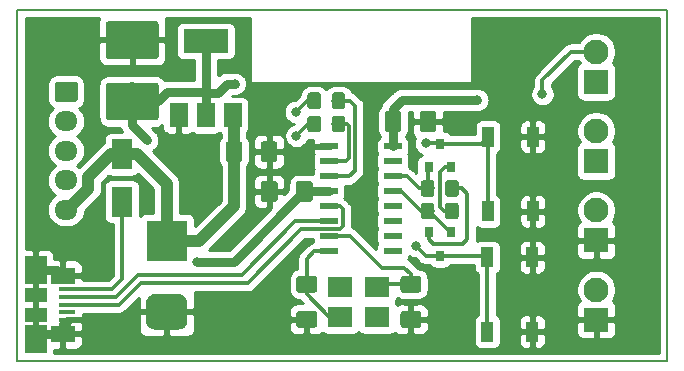
<source format=gbr>
G04 #@! TF.GenerationSoftware,KiCad,Pcbnew,(5.1.0-0)*
G04 #@! TF.CreationDate,2019-04-05T23:49:43+03:00*
G04 #@! TF.ProjectId,curtains-driver,63757274-6169-46e7-932d-647269766572,rev?*
G04 #@! TF.SameCoordinates,Original*
G04 #@! TF.FileFunction,Copper,L1,Top*
G04 #@! TF.FilePolarity,Positive*
%FSLAX46Y46*%
G04 Gerber Fmt 4.6, Leading zero omitted, Abs format (unit mm)*
G04 Created by KiCad (PCBNEW (5.1.0-0)) date 2019-04-05 23:49:43*
%MOMM*%
%LPD*%
G04 APERTURE LIST*
%ADD10C,0.150000*%
%ADD11R,1.000000X1.700000*%
%ADD12R,2.100000X1.800000*%
%ADD13R,1.800000X2.500000*%
%ADD14C,0.100000*%
%ADD15C,1.150000*%
%ADD16C,1.425000*%
%ADD17R,1.380000X0.450000*%
%ADD18R,2.100000X1.475000*%
%ADD19R,1.900000X2.375000*%
%ADD20R,1.900000X1.175000*%
%ADD21R,1.500000X0.600000*%
%ADD22R,0.800000X0.900000*%
%ADD23C,2.100000*%
%ADD24R,2.100000X2.100000*%
%ADD25O,1.950000X1.700000*%
%ADD26C,1.700000*%
%ADD27C,3.200000*%
%ADD28R,3.500000X3.500000*%
%ADD29C,3.000000*%
%ADD30R,3.800000X2.000000*%
%ADD31R,1.500000X2.000000*%
%ADD32C,0.800000*%
%ADD33C,0.800000*%
%ADD34C,0.500000*%
%ADD35C,1.000000*%
%ADD36C,0.300000*%
%ADD37C,0.254000*%
G04 APERTURE END LIST*
D10*
X134000000Y-63754000D02*
X134000000Y-93500000D01*
X78968600Y-63754000D02*
X78968600Y-93472000D01*
X134000000Y-93500000D02*
X78968600Y-93472000D01*
X78968600Y-63754000D02*
X134000000Y-63754000D01*
D11*
X122575400Y-84683200D03*
X122575400Y-90983200D03*
X118775400Y-84683200D03*
X118775400Y-90983200D03*
X118826200Y-80797800D03*
X118826200Y-74497800D03*
X122626200Y-80797800D03*
X122626200Y-74497800D03*
D12*
X109423800Y-89718200D03*
X106323800Y-89718200D03*
X106323800Y-87218200D03*
X109423800Y-87218200D03*
D13*
X87833200Y-75978000D03*
X87833200Y-79978000D03*
D14*
G36*
X106517805Y-72707204D02*
G01*
X106542073Y-72710804D01*
X106565872Y-72716765D01*
X106588971Y-72725030D01*
X106611150Y-72735520D01*
X106632193Y-72748132D01*
X106651899Y-72762747D01*
X106670077Y-72779223D01*
X106686553Y-72797401D01*
X106701168Y-72817107D01*
X106713780Y-72838150D01*
X106724270Y-72860329D01*
X106732535Y-72883428D01*
X106738496Y-72907227D01*
X106742096Y-72931495D01*
X106743300Y-72955999D01*
X106743300Y-73856001D01*
X106742096Y-73880505D01*
X106738496Y-73904773D01*
X106732535Y-73928572D01*
X106724270Y-73951671D01*
X106713780Y-73973850D01*
X106701168Y-73994893D01*
X106686553Y-74014599D01*
X106670077Y-74032777D01*
X106651899Y-74049253D01*
X106632193Y-74063868D01*
X106611150Y-74076480D01*
X106588971Y-74086970D01*
X106565872Y-74095235D01*
X106542073Y-74101196D01*
X106517805Y-74104796D01*
X106493301Y-74106000D01*
X105843299Y-74106000D01*
X105818795Y-74104796D01*
X105794527Y-74101196D01*
X105770728Y-74095235D01*
X105747629Y-74086970D01*
X105725450Y-74076480D01*
X105704407Y-74063868D01*
X105684701Y-74049253D01*
X105666523Y-74032777D01*
X105650047Y-74014599D01*
X105635432Y-73994893D01*
X105622820Y-73973850D01*
X105612330Y-73951671D01*
X105604065Y-73928572D01*
X105598104Y-73904773D01*
X105594504Y-73880505D01*
X105593300Y-73856001D01*
X105593300Y-72955999D01*
X105594504Y-72931495D01*
X105598104Y-72907227D01*
X105604065Y-72883428D01*
X105612330Y-72860329D01*
X105622820Y-72838150D01*
X105635432Y-72817107D01*
X105650047Y-72797401D01*
X105666523Y-72779223D01*
X105684701Y-72762747D01*
X105704407Y-72748132D01*
X105725450Y-72735520D01*
X105747629Y-72725030D01*
X105770728Y-72716765D01*
X105794527Y-72710804D01*
X105818795Y-72707204D01*
X105843299Y-72706000D01*
X106493301Y-72706000D01*
X106517805Y-72707204D01*
X106517805Y-72707204D01*
G37*
D15*
X106168300Y-73406000D03*
D14*
G36*
X104467805Y-72707204D02*
G01*
X104492073Y-72710804D01*
X104515872Y-72716765D01*
X104538971Y-72725030D01*
X104561150Y-72735520D01*
X104582193Y-72748132D01*
X104601899Y-72762747D01*
X104620077Y-72779223D01*
X104636553Y-72797401D01*
X104651168Y-72817107D01*
X104663780Y-72838150D01*
X104674270Y-72860329D01*
X104682535Y-72883428D01*
X104688496Y-72907227D01*
X104692096Y-72931495D01*
X104693300Y-72955999D01*
X104693300Y-73856001D01*
X104692096Y-73880505D01*
X104688496Y-73904773D01*
X104682535Y-73928572D01*
X104674270Y-73951671D01*
X104663780Y-73973850D01*
X104651168Y-73994893D01*
X104636553Y-74014599D01*
X104620077Y-74032777D01*
X104601899Y-74049253D01*
X104582193Y-74063868D01*
X104561150Y-74076480D01*
X104538971Y-74086970D01*
X104515872Y-74095235D01*
X104492073Y-74101196D01*
X104467805Y-74104796D01*
X104443301Y-74106000D01*
X103793299Y-74106000D01*
X103768795Y-74104796D01*
X103744527Y-74101196D01*
X103720728Y-74095235D01*
X103697629Y-74086970D01*
X103675450Y-74076480D01*
X103654407Y-74063868D01*
X103634701Y-74049253D01*
X103616523Y-74032777D01*
X103600047Y-74014599D01*
X103585432Y-73994893D01*
X103572820Y-73973850D01*
X103562330Y-73951671D01*
X103554065Y-73928572D01*
X103548104Y-73904773D01*
X103544504Y-73880505D01*
X103543300Y-73856001D01*
X103543300Y-72955999D01*
X103544504Y-72931495D01*
X103548104Y-72907227D01*
X103554065Y-72883428D01*
X103562330Y-72860329D01*
X103572820Y-72838150D01*
X103585432Y-72817107D01*
X103600047Y-72797401D01*
X103616523Y-72779223D01*
X103634701Y-72762747D01*
X103654407Y-72748132D01*
X103675450Y-72735520D01*
X103697629Y-72725030D01*
X103720728Y-72716765D01*
X103744527Y-72710804D01*
X103768795Y-72707204D01*
X103793299Y-72706000D01*
X104443301Y-72706000D01*
X104467805Y-72707204D01*
X104467805Y-72707204D01*
G37*
D15*
X104118300Y-73406000D03*
D14*
G36*
X116119005Y-78168204D02*
G01*
X116143273Y-78171804D01*
X116167072Y-78177765D01*
X116190171Y-78186030D01*
X116212350Y-78196520D01*
X116233393Y-78209132D01*
X116253099Y-78223747D01*
X116271277Y-78240223D01*
X116287753Y-78258401D01*
X116302368Y-78278107D01*
X116314980Y-78299150D01*
X116325470Y-78321329D01*
X116333735Y-78344428D01*
X116339696Y-78368227D01*
X116343296Y-78392495D01*
X116344500Y-78416999D01*
X116344500Y-79317001D01*
X116343296Y-79341505D01*
X116339696Y-79365773D01*
X116333735Y-79389572D01*
X116325470Y-79412671D01*
X116314980Y-79434850D01*
X116302368Y-79455893D01*
X116287753Y-79475599D01*
X116271277Y-79493777D01*
X116253099Y-79510253D01*
X116233393Y-79524868D01*
X116212350Y-79537480D01*
X116190171Y-79547970D01*
X116167072Y-79556235D01*
X116143273Y-79562196D01*
X116119005Y-79565796D01*
X116094501Y-79567000D01*
X115444499Y-79567000D01*
X115419995Y-79565796D01*
X115395727Y-79562196D01*
X115371928Y-79556235D01*
X115348829Y-79547970D01*
X115326650Y-79537480D01*
X115305607Y-79524868D01*
X115285901Y-79510253D01*
X115267723Y-79493777D01*
X115251247Y-79475599D01*
X115236632Y-79455893D01*
X115224020Y-79434850D01*
X115213530Y-79412671D01*
X115205265Y-79389572D01*
X115199304Y-79365773D01*
X115195704Y-79341505D01*
X115194500Y-79317001D01*
X115194500Y-78416999D01*
X115195704Y-78392495D01*
X115199304Y-78368227D01*
X115205265Y-78344428D01*
X115213530Y-78321329D01*
X115224020Y-78299150D01*
X115236632Y-78278107D01*
X115251247Y-78258401D01*
X115267723Y-78240223D01*
X115285901Y-78223747D01*
X115305607Y-78209132D01*
X115326650Y-78196520D01*
X115348829Y-78186030D01*
X115371928Y-78177765D01*
X115395727Y-78171804D01*
X115419995Y-78168204D01*
X115444499Y-78167000D01*
X116094501Y-78167000D01*
X116119005Y-78168204D01*
X116119005Y-78168204D01*
G37*
D15*
X115769500Y-78867000D03*
D14*
G36*
X114069005Y-78168204D02*
G01*
X114093273Y-78171804D01*
X114117072Y-78177765D01*
X114140171Y-78186030D01*
X114162350Y-78196520D01*
X114183393Y-78209132D01*
X114203099Y-78223747D01*
X114221277Y-78240223D01*
X114237753Y-78258401D01*
X114252368Y-78278107D01*
X114264980Y-78299150D01*
X114275470Y-78321329D01*
X114283735Y-78344428D01*
X114289696Y-78368227D01*
X114293296Y-78392495D01*
X114294500Y-78416999D01*
X114294500Y-79317001D01*
X114293296Y-79341505D01*
X114289696Y-79365773D01*
X114283735Y-79389572D01*
X114275470Y-79412671D01*
X114264980Y-79434850D01*
X114252368Y-79455893D01*
X114237753Y-79475599D01*
X114221277Y-79493777D01*
X114203099Y-79510253D01*
X114183393Y-79524868D01*
X114162350Y-79537480D01*
X114140171Y-79547970D01*
X114117072Y-79556235D01*
X114093273Y-79562196D01*
X114069005Y-79565796D01*
X114044501Y-79567000D01*
X113394499Y-79567000D01*
X113369995Y-79565796D01*
X113345727Y-79562196D01*
X113321928Y-79556235D01*
X113298829Y-79547970D01*
X113276650Y-79537480D01*
X113255607Y-79524868D01*
X113235901Y-79510253D01*
X113217723Y-79493777D01*
X113201247Y-79475599D01*
X113186632Y-79455893D01*
X113174020Y-79434850D01*
X113163530Y-79412671D01*
X113155265Y-79389572D01*
X113149304Y-79365773D01*
X113145704Y-79341505D01*
X113144500Y-79317001D01*
X113144500Y-78416999D01*
X113145704Y-78392495D01*
X113149304Y-78368227D01*
X113155265Y-78344428D01*
X113163530Y-78321329D01*
X113174020Y-78299150D01*
X113186632Y-78278107D01*
X113201247Y-78258401D01*
X113217723Y-78240223D01*
X113235901Y-78223747D01*
X113255607Y-78209132D01*
X113276650Y-78196520D01*
X113298829Y-78186030D01*
X113321928Y-78177765D01*
X113345727Y-78171804D01*
X113369995Y-78168204D01*
X113394499Y-78167000D01*
X114044501Y-78167000D01*
X114069005Y-78168204D01*
X114069005Y-78168204D01*
G37*
D15*
X113719500Y-78867000D03*
D14*
G36*
X104467805Y-70738704D02*
G01*
X104492073Y-70742304D01*
X104515872Y-70748265D01*
X104538971Y-70756530D01*
X104561150Y-70767020D01*
X104582193Y-70779632D01*
X104601899Y-70794247D01*
X104620077Y-70810723D01*
X104636553Y-70828901D01*
X104651168Y-70848607D01*
X104663780Y-70869650D01*
X104674270Y-70891829D01*
X104682535Y-70914928D01*
X104688496Y-70938727D01*
X104692096Y-70962995D01*
X104693300Y-70987499D01*
X104693300Y-71887501D01*
X104692096Y-71912005D01*
X104688496Y-71936273D01*
X104682535Y-71960072D01*
X104674270Y-71983171D01*
X104663780Y-72005350D01*
X104651168Y-72026393D01*
X104636553Y-72046099D01*
X104620077Y-72064277D01*
X104601899Y-72080753D01*
X104582193Y-72095368D01*
X104561150Y-72107980D01*
X104538971Y-72118470D01*
X104515872Y-72126735D01*
X104492073Y-72132696D01*
X104467805Y-72136296D01*
X104443301Y-72137500D01*
X103793299Y-72137500D01*
X103768795Y-72136296D01*
X103744527Y-72132696D01*
X103720728Y-72126735D01*
X103697629Y-72118470D01*
X103675450Y-72107980D01*
X103654407Y-72095368D01*
X103634701Y-72080753D01*
X103616523Y-72064277D01*
X103600047Y-72046099D01*
X103585432Y-72026393D01*
X103572820Y-72005350D01*
X103562330Y-71983171D01*
X103554065Y-71960072D01*
X103548104Y-71936273D01*
X103544504Y-71912005D01*
X103543300Y-71887501D01*
X103543300Y-70987499D01*
X103544504Y-70962995D01*
X103548104Y-70938727D01*
X103554065Y-70914928D01*
X103562330Y-70891829D01*
X103572820Y-70869650D01*
X103585432Y-70848607D01*
X103600047Y-70828901D01*
X103616523Y-70810723D01*
X103634701Y-70794247D01*
X103654407Y-70779632D01*
X103675450Y-70767020D01*
X103697629Y-70756530D01*
X103720728Y-70748265D01*
X103744527Y-70742304D01*
X103768795Y-70738704D01*
X103793299Y-70737500D01*
X104443301Y-70737500D01*
X104467805Y-70738704D01*
X104467805Y-70738704D01*
G37*
D15*
X104118300Y-71437500D03*
D14*
G36*
X106517805Y-70738704D02*
G01*
X106542073Y-70742304D01*
X106565872Y-70748265D01*
X106588971Y-70756530D01*
X106611150Y-70767020D01*
X106632193Y-70779632D01*
X106651899Y-70794247D01*
X106670077Y-70810723D01*
X106686553Y-70828901D01*
X106701168Y-70848607D01*
X106713780Y-70869650D01*
X106724270Y-70891829D01*
X106732535Y-70914928D01*
X106738496Y-70938727D01*
X106742096Y-70962995D01*
X106743300Y-70987499D01*
X106743300Y-71887501D01*
X106742096Y-71912005D01*
X106738496Y-71936273D01*
X106732535Y-71960072D01*
X106724270Y-71983171D01*
X106713780Y-72005350D01*
X106701168Y-72026393D01*
X106686553Y-72046099D01*
X106670077Y-72064277D01*
X106651899Y-72080753D01*
X106632193Y-72095368D01*
X106611150Y-72107980D01*
X106588971Y-72118470D01*
X106565872Y-72126735D01*
X106542073Y-72132696D01*
X106517805Y-72136296D01*
X106493301Y-72137500D01*
X105843299Y-72137500D01*
X105818795Y-72136296D01*
X105794527Y-72132696D01*
X105770728Y-72126735D01*
X105747629Y-72118470D01*
X105725450Y-72107980D01*
X105704407Y-72095368D01*
X105684701Y-72080753D01*
X105666523Y-72064277D01*
X105650047Y-72046099D01*
X105635432Y-72026393D01*
X105622820Y-72005350D01*
X105612330Y-71983171D01*
X105604065Y-71960072D01*
X105598104Y-71936273D01*
X105594504Y-71912005D01*
X105593300Y-71887501D01*
X105593300Y-70987499D01*
X105594504Y-70962995D01*
X105598104Y-70938727D01*
X105604065Y-70914928D01*
X105612330Y-70891829D01*
X105622820Y-70869650D01*
X105635432Y-70848607D01*
X105650047Y-70828901D01*
X105666523Y-70810723D01*
X105684701Y-70794247D01*
X105704407Y-70779632D01*
X105725450Y-70767020D01*
X105747629Y-70756530D01*
X105770728Y-70748265D01*
X105794527Y-70742304D01*
X105818795Y-70738704D01*
X105843299Y-70737500D01*
X106493301Y-70737500D01*
X106517805Y-70738704D01*
X106517805Y-70738704D01*
G37*
D15*
X106168300Y-71437500D03*
D14*
G36*
X104129104Y-89244404D02*
G01*
X104153373Y-89248004D01*
X104177171Y-89253965D01*
X104200271Y-89262230D01*
X104222449Y-89272720D01*
X104243493Y-89285333D01*
X104263198Y-89299947D01*
X104281377Y-89316423D01*
X104297853Y-89334602D01*
X104312467Y-89354307D01*
X104325080Y-89375351D01*
X104335570Y-89397529D01*
X104343835Y-89420629D01*
X104349796Y-89444427D01*
X104353396Y-89468696D01*
X104354600Y-89493200D01*
X104354600Y-90418200D01*
X104353396Y-90442704D01*
X104349796Y-90466973D01*
X104343835Y-90490771D01*
X104335570Y-90513871D01*
X104325080Y-90536049D01*
X104312467Y-90557093D01*
X104297853Y-90576798D01*
X104281377Y-90594977D01*
X104263198Y-90611453D01*
X104243493Y-90626067D01*
X104222449Y-90638680D01*
X104200271Y-90649170D01*
X104177171Y-90657435D01*
X104153373Y-90663396D01*
X104129104Y-90666996D01*
X104104600Y-90668200D01*
X102854600Y-90668200D01*
X102830096Y-90666996D01*
X102805827Y-90663396D01*
X102782029Y-90657435D01*
X102758929Y-90649170D01*
X102736751Y-90638680D01*
X102715707Y-90626067D01*
X102696002Y-90611453D01*
X102677823Y-90594977D01*
X102661347Y-90576798D01*
X102646733Y-90557093D01*
X102634120Y-90536049D01*
X102623630Y-90513871D01*
X102615365Y-90490771D01*
X102609404Y-90466973D01*
X102605804Y-90442704D01*
X102604600Y-90418200D01*
X102604600Y-89493200D01*
X102605804Y-89468696D01*
X102609404Y-89444427D01*
X102615365Y-89420629D01*
X102623630Y-89397529D01*
X102634120Y-89375351D01*
X102646733Y-89354307D01*
X102661347Y-89334602D01*
X102677823Y-89316423D01*
X102696002Y-89299947D01*
X102715707Y-89285333D01*
X102736751Y-89272720D01*
X102758929Y-89262230D01*
X102782029Y-89253965D01*
X102805827Y-89248004D01*
X102830096Y-89244404D01*
X102854600Y-89243200D01*
X104104600Y-89243200D01*
X104129104Y-89244404D01*
X104129104Y-89244404D01*
G37*
D16*
X103479600Y-89955700D03*
D14*
G36*
X104129104Y-86269404D02*
G01*
X104153373Y-86273004D01*
X104177171Y-86278965D01*
X104200271Y-86287230D01*
X104222449Y-86297720D01*
X104243493Y-86310333D01*
X104263198Y-86324947D01*
X104281377Y-86341423D01*
X104297853Y-86359602D01*
X104312467Y-86379307D01*
X104325080Y-86400351D01*
X104335570Y-86422529D01*
X104343835Y-86445629D01*
X104349796Y-86469427D01*
X104353396Y-86493696D01*
X104354600Y-86518200D01*
X104354600Y-87443200D01*
X104353396Y-87467704D01*
X104349796Y-87491973D01*
X104343835Y-87515771D01*
X104335570Y-87538871D01*
X104325080Y-87561049D01*
X104312467Y-87582093D01*
X104297853Y-87601798D01*
X104281377Y-87619977D01*
X104263198Y-87636453D01*
X104243493Y-87651067D01*
X104222449Y-87663680D01*
X104200271Y-87674170D01*
X104177171Y-87682435D01*
X104153373Y-87688396D01*
X104129104Y-87691996D01*
X104104600Y-87693200D01*
X102854600Y-87693200D01*
X102830096Y-87691996D01*
X102805827Y-87688396D01*
X102782029Y-87682435D01*
X102758929Y-87674170D01*
X102736751Y-87663680D01*
X102715707Y-87651067D01*
X102696002Y-87636453D01*
X102677823Y-87619977D01*
X102661347Y-87601798D01*
X102646733Y-87582093D01*
X102634120Y-87561049D01*
X102623630Y-87538871D01*
X102615365Y-87515771D01*
X102609404Y-87491973D01*
X102605804Y-87467704D01*
X102604600Y-87443200D01*
X102604600Y-86518200D01*
X102605804Y-86493696D01*
X102609404Y-86469427D01*
X102615365Y-86445629D01*
X102623630Y-86422529D01*
X102634120Y-86400351D01*
X102646733Y-86379307D01*
X102661347Y-86359602D01*
X102677823Y-86341423D01*
X102696002Y-86324947D01*
X102715707Y-86310333D01*
X102736751Y-86297720D01*
X102758929Y-86287230D01*
X102782029Y-86278965D01*
X102805827Y-86273004D01*
X102830096Y-86269404D01*
X102854600Y-86268200D01*
X104104600Y-86268200D01*
X104129104Y-86269404D01*
X104129104Y-86269404D01*
G37*
D16*
X103479600Y-86980700D03*
D14*
G36*
X103765004Y-78247204D02*
G01*
X103789273Y-78250804D01*
X103813071Y-78256765D01*
X103836171Y-78265030D01*
X103858349Y-78275520D01*
X103879393Y-78288133D01*
X103899098Y-78302747D01*
X103917277Y-78319223D01*
X103933753Y-78337402D01*
X103948367Y-78357107D01*
X103960980Y-78378151D01*
X103971470Y-78400329D01*
X103979735Y-78423429D01*
X103985696Y-78447227D01*
X103989296Y-78471496D01*
X103990500Y-78496000D01*
X103990500Y-79746000D01*
X103989296Y-79770504D01*
X103985696Y-79794773D01*
X103979735Y-79818571D01*
X103971470Y-79841671D01*
X103960980Y-79863849D01*
X103948367Y-79884893D01*
X103933753Y-79904598D01*
X103917277Y-79922777D01*
X103899098Y-79939253D01*
X103879393Y-79953867D01*
X103858349Y-79966480D01*
X103836171Y-79976970D01*
X103813071Y-79985235D01*
X103789273Y-79991196D01*
X103765004Y-79994796D01*
X103740500Y-79996000D01*
X102815500Y-79996000D01*
X102790996Y-79994796D01*
X102766727Y-79991196D01*
X102742929Y-79985235D01*
X102719829Y-79976970D01*
X102697651Y-79966480D01*
X102676607Y-79953867D01*
X102656902Y-79939253D01*
X102638723Y-79922777D01*
X102622247Y-79904598D01*
X102607633Y-79884893D01*
X102595020Y-79863849D01*
X102584530Y-79841671D01*
X102576265Y-79818571D01*
X102570304Y-79794773D01*
X102566704Y-79770504D01*
X102565500Y-79746000D01*
X102565500Y-78496000D01*
X102566704Y-78471496D01*
X102570304Y-78447227D01*
X102576265Y-78423429D01*
X102584530Y-78400329D01*
X102595020Y-78378151D01*
X102607633Y-78357107D01*
X102622247Y-78337402D01*
X102638723Y-78319223D01*
X102656902Y-78302747D01*
X102676607Y-78288133D01*
X102697651Y-78275520D01*
X102719829Y-78265030D01*
X102742929Y-78256765D01*
X102766727Y-78250804D01*
X102790996Y-78247204D01*
X102815500Y-78246000D01*
X103740500Y-78246000D01*
X103765004Y-78247204D01*
X103765004Y-78247204D01*
G37*
D16*
X103278000Y-79121000D03*
D14*
G36*
X100790004Y-78247204D02*
G01*
X100814273Y-78250804D01*
X100838071Y-78256765D01*
X100861171Y-78265030D01*
X100883349Y-78275520D01*
X100904393Y-78288133D01*
X100924098Y-78302747D01*
X100942277Y-78319223D01*
X100958753Y-78337402D01*
X100973367Y-78357107D01*
X100985980Y-78378151D01*
X100996470Y-78400329D01*
X101004735Y-78423429D01*
X101010696Y-78447227D01*
X101014296Y-78471496D01*
X101015500Y-78496000D01*
X101015500Y-79746000D01*
X101014296Y-79770504D01*
X101010696Y-79794773D01*
X101004735Y-79818571D01*
X100996470Y-79841671D01*
X100985980Y-79863849D01*
X100973367Y-79884893D01*
X100958753Y-79904598D01*
X100942277Y-79922777D01*
X100924098Y-79939253D01*
X100904393Y-79953867D01*
X100883349Y-79966480D01*
X100861171Y-79976970D01*
X100838071Y-79985235D01*
X100814273Y-79991196D01*
X100790004Y-79994796D01*
X100765500Y-79996000D01*
X99840500Y-79996000D01*
X99815996Y-79994796D01*
X99791727Y-79991196D01*
X99767929Y-79985235D01*
X99744829Y-79976970D01*
X99722651Y-79966480D01*
X99701607Y-79953867D01*
X99681902Y-79939253D01*
X99663723Y-79922777D01*
X99647247Y-79904598D01*
X99632633Y-79884893D01*
X99620020Y-79863849D01*
X99609530Y-79841671D01*
X99601265Y-79818571D01*
X99595304Y-79794773D01*
X99591704Y-79770504D01*
X99590500Y-79746000D01*
X99590500Y-78496000D01*
X99591704Y-78471496D01*
X99595304Y-78447227D01*
X99601265Y-78423429D01*
X99609530Y-78400329D01*
X99620020Y-78378151D01*
X99632633Y-78357107D01*
X99647247Y-78337402D01*
X99663723Y-78319223D01*
X99681902Y-78302747D01*
X99701607Y-78288133D01*
X99722651Y-78275520D01*
X99744829Y-78265030D01*
X99767929Y-78256765D01*
X99791727Y-78250804D01*
X99815996Y-78247204D01*
X99840500Y-78246000D01*
X100765500Y-78246000D01*
X100790004Y-78247204D01*
X100790004Y-78247204D01*
G37*
D16*
X100303000Y-79121000D03*
D17*
X83184500Y-87409500D03*
X83184500Y-88059500D03*
X83184500Y-88709500D03*
X83184500Y-89359500D03*
X83184500Y-90009500D03*
D18*
X82824500Y-86247000D03*
X82824500Y-91172000D03*
D19*
X80524500Y-85799500D03*
X80524500Y-91619500D03*
D20*
X80524500Y-87869500D03*
X80524500Y-89549500D03*
D21*
X105362000Y-75311000D03*
X105362000Y-76581000D03*
X105362000Y-77851000D03*
X105362000Y-79121000D03*
X105362000Y-80391000D03*
X105362000Y-81661000D03*
X105362000Y-82931000D03*
X105362000Y-84201000D03*
X110762000Y-84201000D03*
X110762000Y-82931000D03*
X110762000Y-81661000D03*
X110762000Y-80391000D03*
X110762000Y-79121000D03*
X110762000Y-77851000D03*
X110762000Y-76581000D03*
X110762000Y-75311000D03*
D22*
X114744500Y-84566000D03*
X113794500Y-82566000D03*
X115694500Y-82566000D03*
X113794500Y-77073000D03*
X115694500Y-77073000D03*
X114744500Y-75073000D03*
D14*
G36*
X114069005Y-80073204D02*
G01*
X114093273Y-80076804D01*
X114117072Y-80082765D01*
X114140171Y-80091030D01*
X114162350Y-80101520D01*
X114183393Y-80114132D01*
X114203099Y-80128747D01*
X114221277Y-80145223D01*
X114237753Y-80163401D01*
X114252368Y-80183107D01*
X114264980Y-80204150D01*
X114275470Y-80226329D01*
X114283735Y-80249428D01*
X114289696Y-80273227D01*
X114293296Y-80297495D01*
X114294500Y-80321999D01*
X114294500Y-81222001D01*
X114293296Y-81246505D01*
X114289696Y-81270773D01*
X114283735Y-81294572D01*
X114275470Y-81317671D01*
X114264980Y-81339850D01*
X114252368Y-81360893D01*
X114237753Y-81380599D01*
X114221277Y-81398777D01*
X114203099Y-81415253D01*
X114183393Y-81429868D01*
X114162350Y-81442480D01*
X114140171Y-81452970D01*
X114117072Y-81461235D01*
X114093273Y-81467196D01*
X114069005Y-81470796D01*
X114044501Y-81472000D01*
X113394499Y-81472000D01*
X113369995Y-81470796D01*
X113345727Y-81467196D01*
X113321928Y-81461235D01*
X113298829Y-81452970D01*
X113276650Y-81442480D01*
X113255607Y-81429868D01*
X113235901Y-81415253D01*
X113217723Y-81398777D01*
X113201247Y-81380599D01*
X113186632Y-81360893D01*
X113174020Y-81339850D01*
X113163530Y-81317671D01*
X113155265Y-81294572D01*
X113149304Y-81270773D01*
X113145704Y-81246505D01*
X113144500Y-81222001D01*
X113144500Y-80321999D01*
X113145704Y-80297495D01*
X113149304Y-80273227D01*
X113155265Y-80249428D01*
X113163530Y-80226329D01*
X113174020Y-80204150D01*
X113186632Y-80183107D01*
X113201247Y-80163401D01*
X113217723Y-80145223D01*
X113235901Y-80128747D01*
X113255607Y-80114132D01*
X113276650Y-80101520D01*
X113298829Y-80091030D01*
X113321928Y-80082765D01*
X113345727Y-80076804D01*
X113369995Y-80073204D01*
X113394499Y-80072000D01*
X114044501Y-80072000D01*
X114069005Y-80073204D01*
X114069005Y-80073204D01*
G37*
D15*
X113719500Y-80772000D03*
D14*
G36*
X116119005Y-80073204D02*
G01*
X116143273Y-80076804D01*
X116167072Y-80082765D01*
X116190171Y-80091030D01*
X116212350Y-80101520D01*
X116233393Y-80114132D01*
X116253099Y-80128747D01*
X116271277Y-80145223D01*
X116287753Y-80163401D01*
X116302368Y-80183107D01*
X116314980Y-80204150D01*
X116325470Y-80226329D01*
X116333735Y-80249428D01*
X116339696Y-80273227D01*
X116343296Y-80297495D01*
X116344500Y-80321999D01*
X116344500Y-81222001D01*
X116343296Y-81246505D01*
X116339696Y-81270773D01*
X116333735Y-81294572D01*
X116325470Y-81317671D01*
X116314980Y-81339850D01*
X116302368Y-81360893D01*
X116287753Y-81380599D01*
X116271277Y-81398777D01*
X116253099Y-81415253D01*
X116233393Y-81429868D01*
X116212350Y-81442480D01*
X116190171Y-81452970D01*
X116167072Y-81461235D01*
X116143273Y-81467196D01*
X116119005Y-81470796D01*
X116094501Y-81472000D01*
X115444499Y-81472000D01*
X115419995Y-81470796D01*
X115395727Y-81467196D01*
X115371928Y-81461235D01*
X115348829Y-81452970D01*
X115326650Y-81442480D01*
X115305607Y-81429868D01*
X115285901Y-81415253D01*
X115267723Y-81398777D01*
X115251247Y-81380599D01*
X115236632Y-81360893D01*
X115224020Y-81339850D01*
X115213530Y-81317671D01*
X115205265Y-81294572D01*
X115199304Y-81270773D01*
X115195704Y-81246505D01*
X115194500Y-81222001D01*
X115194500Y-80321999D01*
X115195704Y-80297495D01*
X115199304Y-80273227D01*
X115205265Y-80249428D01*
X115213530Y-80226329D01*
X115224020Y-80204150D01*
X115236632Y-80183107D01*
X115251247Y-80163401D01*
X115267723Y-80145223D01*
X115285901Y-80128747D01*
X115305607Y-80114132D01*
X115326650Y-80101520D01*
X115348829Y-80091030D01*
X115371928Y-80082765D01*
X115395727Y-80076804D01*
X115419995Y-80073204D01*
X115444499Y-80072000D01*
X116094501Y-80072000D01*
X116119005Y-80073204D01*
X116119005Y-80073204D01*
G37*
D15*
X115769500Y-80772000D03*
D14*
G36*
X112942904Y-89244404D02*
G01*
X112967173Y-89248004D01*
X112990971Y-89253965D01*
X113014071Y-89262230D01*
X113036249Y-89272720D01*
X113057293Y-89285333D01*
X113076998Y-89299947D01*
X113095177Y-89316423D01*
X113111653Y-89334602D01*
X113126267Y-89354307D01*
X113138880Y-89375351D01*
X113149370Y-89397529D01*
X113157635Y-89420629D01*
X113163596Y-89444427D01*
X113167196Y-89468696D01*
X113168400Y-89493200D01*
X113168400Y-90418200D01*
X113167196Y-90442704D01*
X113163596Y-90466973D01*
X113157635Y-90490771D01*
X113149370Y-90513871D01*
X113138880Y-90536049D01*
X113126267Y-90557093D01*
X113111653Y-90576798D01*
X113095177Y-90594977D01*
X113076998Y-90611453D01*
X113057293Y-90626067D01*
X113036249Y-90638680D01*
X113014071Y-90649170D01*
X112990971Y-90657435D01*
X112967173Y-90663396D01*
X112942904Y-90666996D01*
X112918400Y-90668200D01*
X111668400Y-90668200D01*
X111643896Y-90666996D01*
X111619627Y-90663396D01*
X111595829Y-90657435D01*
X111572729Y-90649170D01*
X111550551Y-90638680D01*
X111529507Y-90626067D01*
X111509802Y-90611453D01*
X111491623Y-90594977D01*
X111475147Y-90576798D01*
X111460533Y-90557093D01*
X111447920Y-90536049D01*
X111437430Y-90513871D01*
X111429165Y-90490771D01*
X111423204Y-90466973D01*
X111419604Y-90442704D01*
X111418400Y-90418200D01*
X111418400Y-89493200D01*
X111419604Y-89468696D01*
X111423204Y-89444427D01*
X111429165Y-89420629D01*
X111437430Y-89397529D01*
X111447920Y-89375351D01*
X111460533Y-89354307D01*
X111475147Y-89334602D01*
X111491623Y-89316423D01*
X111509802Y-89299947D01*
X111529507Y-89285333D01*
X111550551Y-89272720D01*
X111572729Y-89262230D01*
X111595829Y-89253965D01*
X111619627Y-89248004D01*
X111643896Y-89244404D01*
X111668400Y-89243200D01*
X112918400Y-89243200D01*
X112942904Y-89244404D01*
X112942904Y-89244404D01*
G37*
D16*
X112293400Y-89955700D03*
D14*
G36*
X112942904Y-86269404D02*
G01*
X112967173Y-86273004D01*
X112990971Y-86278965D01*
X113014071Y-86287230D01*
X113036249Y-86297720D01*
X113057293Y-86310333D01*
X113076998Y-86324947D01*
X113095177Y-86341423D01*
X113111653Y-86359602D01*
X113126267Y-86379307D01*
X113138880Y-86400351D01*
X113149370Y-86422529D01*
X113157635Y-86445629D01*
X113163596Y-86469427D01*
X113167196Y-86493696D01*
X113168400Y-86518200D01*
X113168400Y-87443200D01*
X113167196Y-87467704D01*
X113163596Y-87491973D01*
X113157635Y-87515771D01*
X113149370Y-87538871D01*
X113138880Y-87561049D01*
X113126267Y-87582093D01*
X113111653Y-87601798D01*
X113095177Y-87619977D01*
X113076998Y-87636453D01*
X113057293Y-87651067D01*
X113036249Y-87663680D01*
X113014071Y-87674170D01*
X112990971Y-87682435D01*
X112967173Y-87688396D01*
X112942904Y-87691996D01*
X112918400Y-87693200D01*
X111668400Y-87693200D01*
X111643896Y-87691996D01*
X111619627Y-87688396D01*
X111595829Y-87682435D01*
X111572729Y-87674170D01*
X111550551Y-87663680D01*
X111529507Y-87651067D01*
X111509802Y-87636453D01*
X111491623Y-87619977D01*
X111475147Y-87601798D01*
X111460533Y-87582093D01*
X111447920Y-87561049D01*
X111437430Y-87538871D01*
X111429165Y-87515771D01*
X111423204Y-87491973D01*
X111419604Y-87467704D01*
X111418400Y-87443200D01*
X111418400Y-86518200D01*
X111419604Y-86493696D01*
X111423204Y-86469427D01*
X111429165Y-86445629D01*
X111437430Y-86422529D01*
X111447920Y-86400351D01*
X111460533Y-86379307D01*
X111475147Y-86359602D01*
X111491623Y-86341423D01*
X111509802Y-86324947D01*
X111529507Y-86310333D01*
X111550551Y-86297720D01*
X111572729Y-86287230D01*
X111595829Y-86278965D01*
X111619627Y-86273004D01*
X111643896Y-86269404D01*
X111668400Y-86268200D01*
X112918400Y-86268200D01*
X112942904Y-86269404D01*
X112942904Y-86269404D01*
G37*
D16*
X112293400Y-86980700D03*
D14*
G36*
X111267504Y-72329004D02*
G01*
X111291773Y-72332604D01*
X111315571Y-72338565D01*
X111338671Y-72346830D01*
X111360849Y-72357320D01*
X111381893Y-72369933D01*
X111401598Y-72384547D01*
X111419777Y-72401023D01*
X111436253Y-72419202D01*
X111450867Y-72438907D01*
X111463480Y-72459951D01*
X111473970Y-72482129D01*
X111482235Y-72505229D01*
X111488196Y-72529027D01*
X111491796Y-72553296D01*
X111493000Y-72577800D01*
X111493000Y-73827800D01*
X111491796Y-73852304D01*
X111488196Y-73876573D01*
X111482235Y-73900371D01*
X111473970Y-73923471D01*
X111463480Y-73945649D01*
X111450867Y-73966693D01*
X111436253Y-73986398D01*
X111419777Y-74004577D01*
X111401598Y-74021053D01*
X111381893Y-74035667D01*
X111360849Y-74048280D01*
X111338671Y-74058770D01*
X111315571Y-74067035D01*
X111291773Y-74072996D01*
X111267504Y-74076596D01*
X111243000Y-74077800D01*
X110318000Y-74077800D01*
X110293496Y-74076596D01*
X110269227Y-74072996D01*
X110245429Y-74067035D01*
X110222329Y-74058770D01*
X110200151Y-74048280D01*
X110179107Y-74035667D01*
X110159402Y-74021053D01*
X110141223Y-74004577D01*
X110124747Y-73986398D01*
X110110133Y-73966693D01*
X110097520Y-73945649D01*
X110087030Y-73923471D01*
X110078765Y-73900371D01*
X110072804Y-73876573D01*
X110069204Y-73852304D01*
X110068000Y-73827800D01*
X110068000Y-72577800D01*
X110069204Y-72553296D01*
X110072804Y-72529027D01*
X110078765Y-72505229D01*
X110087030Y-72482129D01*
X110097520Y-72459951D01*
X110110133Y-72438907D01*
X110124747Y-72419202D01*
X110141223Y-72401023D01*
X110159402Y-72384547D01*
X110179107Y-72369933D01*
X110200151Y-72357320D01*
X110222329Y-72346830D01*
X110245429Y-72338565D01*
X110269227Y-72332604D01*
X110293496Y-72329004D01*
X110318000Y-72327800D01*
X111243000Y-72327800D01*
X111267504Y-72329004D01*
X111267504Y-72329004D01*
G37*
D16*
X110780500Y-73202800D03*
D14*
G36*
X114242504Y-72329004D02*
G01*
X114266773Y-72332604D01*
X114290571Y-72338565D01*
X114313671Y-72346830D01*
X114335849Y-72357320D01*
X114356893Y-72369933D01*
X114376598Y-72384547D01*
X114394777Y-72401023D01*
X114411253Y-72419202D01*
X114425867Y-72438907D01*
X114438480Y-72459951D01*
X114448970Y-72482129D01*
X114457235Y-72505229D01*
X114463196Y-72529027D01*
X114466796Y-72553296D01*
X114468000Y-72577800D01*
X114468000Y-73827800D01*
X114466796Y-73852304D01*
X114463196Y-73876573D01*
X114457235Y-73900371D01*
X114448970Y-73923471D01*
X114438480Y-73945649D01*
X114425867Y-73966693D01*
X114411253Y-73986398D01*
X114394777Y-74004577D01*
X114376598Y-74021053D01*
X114356893Y-74035667D01*
X114335849Y-74048280D01*
X114313671Y-74058770D01*
X114290571Y-74067035D01*
X114266773Y-74072996D01*
X114242504Y-74076596D01*
X114218000Y-74077800D01*
X113293000Y-74077800D01*
X113268496Y-74076596D01*
X113244227Y-74072996D01*
X113220429Y-74067035D01*
X113197329Y-74058770D01*
X113175151Y-74048280D01*
X113154107Y-74035667D01*
X113134402Y-74021053D01*
X113116223Y-74004577D01*
X113099747Y-73986398D01*
X113085133Y-73966693D01*
X113072520Y-73945649D01*
X113062030Y-73923471D01*
X113053765Y-73900371D01*
X113047804Y-73876573D01*
X113044204Y-73852304D01*
X113043000Y-73827800D01*
X113043000Y-72577800D01*
X113044204Y-72553296D01*
X113047804Y-72529027D01*
X113053765Y-72505229D01*
X113062030Y-72482129D01*
X113072520Y-72459951D01*
X113085133Y-72438907D01*
X113099747Y-72419202D01*
X113116223Y-72401023D01*
X113134402Y-72384547D01*
X113154107Y-72369933D01*
X113175151Y-72357320D01*
X113197329Y-72346830D01*
X113220429Y-72338565D01*
X113244227Y-72332604D01*
X113268496Y-72329004D01*
X113293000Y-72327800D01*
X114218000Y-72327800D01*
X114242504Y-72329004D01*
X114242504Y-72329004D01*
G37*
D16*
X113755500Y-73202800D03*
D23*
X127990600Y-67284600D03*
D24*
X127990600Y-69824600D03*
X127990600Y-76538666D03*
D23*
X127990600Y-73998666D03*
X127990600Y-87426800D03*
D24*
X127990600Y-89966800D03*
X127990600Y-83252732D03*
D23*
X127990600Y-80712732D03*
D25*
X83121500Y-80675500D03*
X83121500Y-78175500D03*
X83121500Y-75675500D03*
X83121500Y-73175500D03*
D14*
G36*
X83871094Y-69826703D02*
G01*
X83895353Y-69830302D01*
X83919142Y-69836261D01*
X83942233Y-69844523D01*
X83964402Y-69855008D01*
X83985437Y-69867616D01*
X84005135Y-69882225D01*
X84023306Y-69898694D01*
X84039775Y-69916865D01*
X84054384Y-69936563D01*
X84066992Y-69957598D01*
X84077477Y-69979767D01*
X84085739Y-70002858D01*
X84091698Y-70026647D01*
X84095297Y-70050906D01*
X84096500Y-70075400D01*
X84096500Y-71275600D01*
X84095297Y-71300094D01*
X84091698Y-71324353D01*
X84085739Y-71348142D01*
X84077477Y-71371233D01*
X84066992Y-71393402D01*
X84054384Y-71414437D01*
X84039775Y-71434135D01*
X84023306Y-71452306D01*
X84005135Y-71468775D01*
X83985437Y-71483384D01*
X83964402Y-71495992D01*
X83942233Y-71506477D01*
X83919142Y-71514739D01*
X83895353Y-71520698D01*
X83871094Y-71524297D01*
X83846600Y-71525500D01*
X82396400Y-71525500D01*
X82371906Y-71524297D01*
X82347647Y-71520698D01*
X82323858Y-71514739D01*
X82300767Y-71506477D01*
X82278598Y-71495992D01*
X82257563Y-71483384D01*
X82237865Y-71468775D01*
X82219694Y-71452306D01*
X82203225Y-71434135D01*
X82188616Y-71414437D01*
X82176008Y-71393402D01*
X82165523Y-71371233D01*
X82157261Y-71348142D01*
X82151302Y-71324353D01*
X82147703Y-71300094D01*
X82146500Y-71275600D01*
X82146500Y-70075400D01*
X82147703Y-70050906D01*
X82151302Y-70026647D01*
X82157261Y-70002858D01*
X82165523Y-69979767D01*
X82176008Y-69957598D01*
X82188616Y-69936563D01*
X82203225Y-69916865D01*
X82219694Y-69898694D01*
X82237865Y-69882225D01*
X82257563Y-69867616D01*
X82278598Y-69855008D01*
X82300767Y-69844523D01*
X82323858Y-69836261D01*
X82347647Y-69830302D01*
X82371906Y-69826703D01*
X82396400Y-69825500D01*
X83846600Y-69825500D01*
X83871094Y-69826703D01*
X83871094Y-69826703D01*
G37*
D26*
X83121500Y-70675500D03*
D14*
G36*
X100780504Y-74881704D02*
G01*
X100804773Y-74885304D01*
X100828571Y-74891265D01*
X100851671Y-74899530D01*
X100873849Y-74910020D01*
X100894893Y-74922633D01*
X100914598Y-74937247D01*
X100932777Y-74953723D01*
X100949253Y-74971902D01*
X100963867Y-74991607D01*
X100976480Y-75012651D01*
X100986970Y-75034829D01*
X100995235Y-75057929D01*
X101001196Y-75081727D01*
X101004796Y-75105996D01*
X101006000Y-75130500D01*
X101006000Y-76380500D01*
X101004796Y-76405004D01*
X101001196Y-76429273D01*
X100995235Y-76453071D01*
X100986970Y-76476171D01*
X100976480Y-76498349D01*
X100963867Y-76519393D01*
X100949253Y-76539098D01*
X100932777Y-76557277D01*
X100914598Y-76573753D01*
X100894893Y-76588367D01*
X100873849Y-76600980D01*
X100851671Y-76611470D01*
X100828571Y-76619735D01*
X100804773Y-76625696D01*
X100780504Y-76629296D01*
X100756000Y-76630500D01*
X99831000Y-76630500D01*
X99806496Y-76629296D01*
X99782227Y-76625696D01*
X99758429Y-76619735D01*
X99735329Y-76611470D01*
X99713151Y-76600980D01*
X99692107Y-76588367D01*
X99672402Y-76573753D01*
X99654223Y-76557277D01*
X99637747Y-76539098D01*
X99623133Y-76519393D01*
X99610520Y-76498349D01*
X99600030Y-76476171D01*
X99591765Y-76453071D01*
X99585804Y-76429273D01*
X99582204Y-76405004D01*
X99581000Y-76380500D01*
X99581000Y-75130500D01*
X99582204Y-75105996D01*
X99585804Y-75081727D01*
X99591765Y-75057929D01*
X99600030Y-75034829D01*
X99610520Y-75012651D01*
X99623133Y-74991607D01*
X99637747Y-74971902D01*
X99654223Y-74953723D01*
X99672402Y-74937247D01*
X99692107Y-74922633D01*
X99713151Y-74910020D01*
X99735329Y-74899530D01*
X99758429Y-74891265D01*
X99782227Y-74885304D01*
X99806496Y-74881704D01*
X99831000Y-74880500D01*
X100756000Y-74880500D01*
X100780504Y-74881704D01*
X100780504Y-74881704D01*
G37*
D16*
X100293500Y-75755500D03*
D14*
G36*
X97805504Y-74881704D02*
G01*
X97829773Y-74885304D01*
X97853571Y-74891265D01*
X97876671Y-74899530D01*
X97898849Y-74910020D01*
X97919893Y-74922633D01*
X97939598Y-74937247D01*
X97957777Y-74953723D01*
X97974253Y-74971902D01*
X97988867Y-74991607D01*
X98001480Y-75012651D01*
X98011970Y-75034829D01*
X98020235Y-75057929D01*
X98026196Y-75081727D01*
X98029796Y-75105996D01*
X98031000Y-75130500D01*
X98031000Y-76380500D01*
X98029796Y-76405004D01*
X98026196Y-76429273D01*
X98020235Y-76453071D01*
X98011970Y-76476171D01*
X98001480Y-76498349D01*
X97988867Y-76519393D01*
X97974253Y-76539098D01*
X97957777Y-76557277D01*
X97939598Y-76573753D01*
X97919893Y-76588367D01*
X97898849Y-76600980D01*
X97876671Y-76611470D01*
X97853571Y-76619735D01*
X97829773Y-76625696D01*
X97805504Y-76629296D01*
X97781000Y-76630500D01*
X96856000Y-76630500D01*
X96831496Y-76629296D01*
X96807227Y-76625696D01*
X96783429Y-76619735D01*
X96760329Y-76611470D01*
X96738151Y-76600980D01*
X96717107Y-76588367D01*
X96697402Y-76573753D01*
X96679223Y-76557277D01*
X96662747Y-76539098D01*
X96648133Y-76519393D01*
X96635520Y-76498349D01*
X96625030Y-76476171D01*
X96616765Y-76453071D01*
X96610804Y-76429273D01*
X96607204Y-76405004D01*
X96606000Y-76380500D01*
X96606000Y-75130500D01*
X96607204Y-75105996D01*
X96610804Y-75081727D01*
X96616765Y-75057929D01*
X96625030Y-75034829D01*
X96635520Y-75012651D01*
X96648133Y-74991607D01*
X96662747Y-74971902D01*
X96679223Y-74953723D01*
X96697402Y-74937247D01*
X96717107Y-74922633D01*
X96738151Y-74910020D01*
X96760329Y-74899530D01*
X96783429Y-74891265D01*
X96807227Y-74885304D01*
X96831496Y-74881704D01*
X96856000Y-74880500D01*
X97781000Y-74880500D01*
X97805504Y-74881704D01*
X97805504Y-74881704D01*
G37*
D16*
X97318500Y-75755500D03*
D14*
G36*
X90709004Y-69898704D02*
G01*
X90733273Y-69902304D01*
X90757071Y-69908265D01*
X90780171Y-69916530D01*
X90802349Y-69927020D01*
X90823393Y-69939633D01*
X90843098Y-69954247D01*
X90861277Y-69970723D01*
X90877753Y-69988902D01*
X90892367Y-70008607D01*
X90904980Y-70029651D01*
X90915470Y-70051829D01*
X90923735Y-70074929D01*
X90929696Y-70098727D01*
X90933296Y-70122996D01*
X90934500Y-70147500D01*
X90934500Y-72847500D01*
X90933296Y-72872004D01*
X90929696Y-72896273D01*
X90923735Y-72920071D01*
X90915470Y-72943171D01*
X90904980Y-72965349D01*
X90892367Y-72986393D01*
X90877753Y-73006098D01*
X90861277Y-73024277D01*
X90843098Y-73040753D01*
X90823393Y-73055367D01*
X90802349Y-73067980D01*
X90780171Y-73078470D01*
X90757071Y-73086735D01*
X90733273Y-73092696D01*
X90709004Y-73096296D01*
X90684500Y-73097500D01*
X86734500Y-73097500D01*
X86709996Y-73096296D01*
X86685727Y-73092696D01*
X86661929Y-73086735D01*
X86638829Y-73078470D01*
X86616651Y-73067980D01*
X86595607Y-73055367D01*
X86575902Y-73040753D01*
X86557723Y-73024277D01*
X86541247Y-73006098D01*
X86526633Y-72986393D01*
X86514020Y-72965349D01*
X86503530Y-72943171D01*
X86495265Y-72920071D01*
X86489304Y-72896273D01*
X86485704Y-72872004D01*
X86484500Y-72847500D01*
X86484500Y-70147500D01*
X86485704Y-70122996D01*
X86489304Y-70098727D01*
X86495265Y-70074929D01*
X86503530Y-70051829D01*
X86514020Y-70029651D01*
X86526633Y-70008607D01*
X86541247Y-69988902D01*
X86557723Y-69970723D01*
X86575902Y-69954247D01*
X86595607Y-69939633D01*
X86616651Y-69927020D01*
X86638829Y-69916530D01*
X86661929Y-69908265D01*
X86685727Y-69902304D01*
X86709996Y-69898704D01*
X86734500Y-69897500D01*
X90684500Y-69897500D01*
X90709004Y-69898704D01*
X90709004Y-69898704D01*
G37*
D27*
X88709500Y-71497500D03*
D14*
G36*
X90709004Y-64698704D02*
G01*
X90733273Y-64702304D01*
X90757071Y-64708265D01*
X90780171Y-64716530D01*
X90802349Y-64727020D01*
X90823393Y-64739633D01*
X90843098Y-64754247D01*
X90861277Y-64770723D01*
X90877753Y-64788902D01*
X90892367Y-64808607D01*
X90904980Y-64829651D01*
X90915470Y-64851829D01*
X90923735Y-64874929D01*
X90929696Y-64898727D01*
X90933296Y-64922996D01*
X90934500Y-64947500D01*
X90934500Y-67647500D01*
X90933296Y-67672004D01*
X90929696Y-67696273D01*
X90923735Y-67720071D01*
X90915470Y-67743171D01*
X90904980Y-67765349D01*
X90892367Y-67786393D01*
X90877753Y-67806098D01*
X90861277Y-67824277D01*
X90843098Y-67840753D01*
X90823393Y-67855367D01*
X90802349Y-67867980D01*
X90780171Y-67878470D01*
X90757071Y-67886735D01*
X90733273Y-67892696D01*
X90709004Y-67896296D01*
X90684500Y-67897500D01*
X86734500Y-67897500D01*
X86709996Y-67896296D01*
X86685727Y-67892696D01*
X86661929Y-67886735D01*
X86638829Y-67878470D01*
X86616651Y-67867980D01*
X86595607Y-67855367D01*
X86575902Y-67840753D01*
X86557723Y-67824277D01*
X86541247Y-67806098D01*
X86526633Y-67786393D01*
X86514020Y-67765349D01*
X86503530Y-67743171D01*
X86495265Y-67720071D01*
X86489304Y-67696273D01*
X86485704Y-67672004D01*
X86484500Y-67647500D01*
X86484500Y-64947500D01*
X86485704Y-64922996D01*
X86489304Y-64898727D01*
X86495265Y-64874929D01*
X86503530Y-64851829D01*
X86514020Y-64829651D01*
X86526633Y-64808607D01*
X86541247Y-64788902D01*
X86557723Y-64770723D01*
X86575902Y-64754247D01*
X86595607Y-64739633D01*
X86616651Y-64727020D01*
X86638829Y-64716530D01*
X86661929Y-64708265D01*
X86685727Y-64702304D01*
X86709996Y-64698704D01*
X86734500Y-64697500D01*
X90684500Y-64697500D01*
X90709004Y-64698704D01*
X90709004Y-64698704D01*
G37*
D27*
X88709500Y-66297500D03*
D28*
X91630500Y-83312000D03*
D14*
G36*
X92704013Y-87815611D02*
G01*
X92776818Y-87826411D01*
X92848214Y-87844295D01*
X92917513Y-87869090D01*
X92984048Y-87900559D01*
X93047178Y-87938398D01*
X93106295Y-87982242D01*
X93160830Y-88031670D01*
X93210258Y-88086205D01*
X93254102Y-88145322D01*
X93291941Y-88208452D01*
X93323410Y-88274987D01*
X93348205Y-88344286D01*
X93366089Y-88415682D01*
X93376889Y-88488487D01*
X93380500Y-88562000D01*
X93380500Y-90062000D01*
X93376889Y-90135513D01*
X93366089Y-90208318D01*
X93348205Y-90279714D01*
X93323410Y-90349013D01*
X93291941Y-90415548D01*
X93254102Y-90478678D01*
X93210258Y-90537795D01*
X93160830Y-90592330D01*
X93106295Y-90641758D01*
X93047178Y-90685602D01*
X92984048Y-90723441D01*
X92917513Y-90754910D01*
X92848214Y-90779705D01*
X92776818Y-90797589D01*
X92704013Y-90808389D01*
X92630500Y-90812000D01*
X90630500Y-90812000D01*
X90556987Y-90808389D01*
X90484182Y-90797589D01*
X90412786Y-90779705D01*
X90343487Y-90754910D01*
X90276952Y-90723441D01*
X90213822Y-90685602D01*
X90154705Y-90641758D01*
X90100170Y-90592330D01*
X90050742Y-90537795D01*
X90006898Y-90478678D01*
X89969059Y-90415548D01*
X89937590Y-90349013D01*
X89912795Y-90279714D01*
X89894911Y-90208318D01*
X89884111Y-90135513D01*
X89880500Y-90062000D01*
X89880500Y-88562000D01*
X89884111Y-88488487D01*
X89894911Y-88415682D01*
X89912795Y-88344286D01*
X89937590Y-88274987D01*
X89969059Y-88208452D01*
X90006898Y-88145322D01*
X90050742Y-88086205D01*
X90100170Y-88031670D01*
X90154705Y-87982242D01*
X90213822Y-87938398D01*
X90276952Y-87900559D01*
X90343487Y-87869090D01*
X90412786Y-87844295D01*
X90484182Y-87826411D01*
X90556987Y-87815611D01*
X90630500Y-87812000D01*
X92630500Y-87812000D01*
X92704013Y-87815611D01*
X92704013Y-87815611D01*
G37*
D29*
X91630500Y-89312000D03*
D30*
X94932500Y-66382500D03*
D31*
X94932500Y-72682500D03*
X97232500Y-72682500D03*
X92632500Y-72682500D03*
D32*
X120904000Y-88773000D03*
X92024200Y-75209400D03*
X93116400Y-75209400D03*
X91998800Y-76276200D03*
X93091000Y-76276200D03*
X125501400Y-72009000D03*
X125501400Y-70891400D03*
X120980200Y-80899000D03*
X123444000Y-70891400D03*
X117919500Y-71374000D03*
X94234000Y-85095801D03*
X89960501Y-74784011D03*
X97383600Y-70002400D03*
X102552498Y-72390000D03*
X102616004Y-74422000D03*
X113601500Y-75057000D03*
X112735000Y-83756500D03*
D33*
X82377000Y-85799500D02*
X82824500Y-86247000D01*
X80524500Y-85799500D02*
X82377000Y-85799500D01*
X83059499Y-90134501D02*
X83184500Y-90134501D01*
X82824500Y-90369500D02*
X83059499Y-90134501D01*
X82824500Y-91172000D02*
X82824500Y-90369500D01*
D34*
X84374500Y-90009500D02*
X84408000Y-90043000D01*
X83184500Y-90009500D02*
X84374500Y-90009500D01*
X84408000Y-90043000D02*
X84772500Y-90043000D01*
D33*
X80972000Y-91172000D02*
X80524500Y-91619500D01*
X82824500Y-91172000D02*
X80972000Y-91172000D01*
D35*
X97318500Y-75755500D02*
X97318500Y-72768500D01*
X97318500Y-72768500D02*
X97232500Y-72682500D01*
X97318500Y-75755500D02*
X97318500Y-80374000D01*
X97318500Y-80374000D02*
X94380500Y-83312000D01*
X94380500Y-83312000D02*
X91630500Y-83312000D01*
X86912200Y-75978000D02*
X87833200Y-75978000D01*
X84996510Y-77893690D02*
X86912200Y-75978000D01*
X83121500Y-80775387D02*
X84996510Y-78900377D01*
X84996510Y-78900377D02*
X84996510Y-77893690D01*
X83121500Y-80675500D02*
X83121500Y-80775387D01*
X91630500Y-78473300D02*
X91630500Y-83312000D01*
X89135200Y-75978000D02*
X91630500Y-78473300D01*
X87833200Y-75978000D02*
X89135200Y-75978000D01*
D36*
X125882400Y-67284600D02*
X127990600Y-67284600D01*
X123444000Y-69723000D02*
X125882400Y-67284600D01*
X123444000Y-70891400D02*
X123444000Y-69723000D01*
D33*
X103278000Y-79121000D02*
X105362000Y-79121000D01*
X97303199Y-85095801D02*
X94234000Y-85095801D01*
X103278000Y-79121000D02*
X97303199Y-85095801D01*
X94932500Y-71857000D02*
X94932500Y-72107000D01*
X94932500Y-71857000D02*
X94932500Y-66382500D01*
X89960501Y-74784001D02*
X89960501Y-74784011D01*
X88709500Y-73533010D02*
X88709500Y-71497500D01*
X89960501Y-74784011D02*
X88709500Y-73533010D01*
X94805500Y-70739000D02*
X94932500Y-70866000D01*
X91630500Y-70739000D02*
X94805500Y-70739000D01*
X94932500Y-70866000D02*
X94932500Y-72682500D01*
X90872000Y-71497500D02*
X91630500Y-70739000D01*
X88709500Y-71497500D02*
X90872000Y-71497500D01*
X110762000Y-72144500D02*
X110753500Y-72136000D01*
X111515500Y-71374000D02*
X117919500Y-71374000D01*
X110753500Y-72136000D02*
X111515500Y-71374000D01*
X110762000Y-75311000D02*
X110762000Y-72144500D01*
X94830900Y-70764400D02*
X94805500Y-70739000D01*
X95961200Y-70764400D02*
X94830900Y-70764400D01*
X96723200Y-70002400D02*
X95961200Y-70764400D01*
X97383600Y-70002400D02*
X96723200Y-70002400D01*
D36*
X87833200Y-81528000D02*
X87833200Y-79978000D01*
X87833200Y-86563200D02*
X87833200Y-81528000D01*
X86986900Y-87409500D02*
X87833200Y-86563200D01*
X83184500Y-87409500D02*
X86986900Y-87409500D01*
X103504998Y-71437500D02*
X102552498Y-72390000D01*
X104118300Y-71437500D02*
X103504998Y-71437500D01*
X103632004Y-73406000D02*
X102616004Y-74422000D01*
X104118300Y-73406000D02*
X103632004Y-73406000D01*
X117094000Y-79311500D02*
X116649500Y-78867000D01*
X117094000Y-83185000D02*
X117094000Y-79311500D01*
X116713000Y-83566000D02*
X117094000Y-83185000D01*
X116649500Y-78867000D02*
X115769500Y-78867000D01*
X114173000Y-83566000D02*
X116713000Y-83566000D01*
X113794500Y-83187500D02*
X114173000Y-83566000D01*
X113794500Y-82566000D02*
X113794500Y-83187500D01*
X113719500Y-77148000D02*
X113794500Y-77073000D01*
X113719500Y-78867000D02*
X113719500Y-77148000D01*
X112966500Y-78867000D02*
X113719500Y-78867000D01*
X111950500Y-77851000D02*
X112966500Y-78867000D01*
X110762000Y-77851000D02*
X111950500Y-77851000D01*
X113157000Y-80772000D02*
X113719500Y-80772000D01*
X111506000Y-79121000D02*
X113157000Y-80772000D01*
X110762000Y-79121000D02*
X111506000Y-79121000D01*
X115600057Y-82566000D02*
X115694500Y-82566000D01*
X113806057Y-80772000D02*
X115600057Y-82566000D01*
X113719500Y-80772000D02*
X113806057Y-80772000D01*
X115125500Y-80772000D02*
X115769500Y-80772000D01*
X114794490Y-80440990D02*
X115125500Y-80772000D01*
X114794490Y-77483510D02*
X114794490Y-80440990D01*
X115205000Y-77073000D02*
X114794490Y-77483510D01*
X115694500Y-77073000D02*
X115205000Y-77073000D01*
X114728500Y-75057000D02*
X113601500Y-75057000D01*
X114744500Y-75073000D02*
X114728500Y-75057000D01*
X118251000Y-75073000D02*
X118826200Y-74497800D01*
X114744500Y-75073000D02*
X118251000Y-75073000D01*
X118826200Y-75647800D02*
X118826200Y-80797800D01*
X118826200Y-74497800D02*
X118826200Y-75647800D01*
X113544500Y-84566000D02*
X114744500Y-84566000D01*
X112735000Y-83756500D02*
X113544500Y-84566000D01*
X118658200Y-84566000D02*
X118775400Y-84683200D01*
X114744500Y-84566000D02*
X118658200Y-84566000D01*
X118775400Y-84683200D02*
X118775400Y-90983200D01*
X87577254Y-88709500D02*
X83184500Y-88709500D01*
X89418754Y-86868000D02*
X87577254Y-88709500D01*
X98499068Y-86868000D02*
X89418754Y-86868000D01*
X103036069Y-82330999D02*
X98499068Y-86868000D01*
X106282003Y-82330999D02*
X103036069Y-82330999D01*
X106553000Y-82060002D02*
X106282003Y-82330999D01*
X106553000Y-80645000D02*
X106553000Y-82060002D01*
X106299000Y-80391000D02*
X106553000Y-80645000D01*
X105362000Y-80391000D02*
X106299000Y-80391000D01*
X87308002Y-88059500D02*
X83184500Y-88059500D01*
X89198002Y-86169500D02*
X87308002Y-88059500D01*
X98016431Y-86169500D02*
X89198002Y-86169500D01*
X102524931Y-81661000D02*
X98016431Y-86169500D01*
X105362000Y-81661000D02*
X102524931Y-81661000D01*
X109661300Y-86980700D02*
X109423800Y-87218200D01*
X112293400Y-86980700D02*
X109661300Y-86980700D01*
X112293400Y-86106000D02*
X112293400Y-86980700D01*
X109829600Y-85572600D02*
X111760000Y-85572600D01*
X107188000Y-82931000D02*
X109829600Y-85572600D01*
X111760000Y-85572600D02*
X112293400Y-86106000D01*
X105362000Y-82931000D02*
X107188000Y-82931000D01*
X103479600Y-84836000D02*
X103479600Y-86980700D01*
X104114600Y-84201000D02*
X103479600Y-84836000D01*
X105362000Y-84201000D02*
X104114600Y-84201000D01*
X105364600Y-89718200D02*
X106323800Y-89718200D01*
X103479600Y-87833200D02*
X105364600Y-89718200D01*
X103479600Y-86980700D02*
X103479600Y-87833200D01*
X107569000Y-71882000D02*
X107111800Y-71424800D01*
X107111800Y-71424800D02*
X106181000Y-71424800D01*
X107569000Y-77368400D02*
X107569000Y-71882000D01*
X106181000Y-71424800D02*
X106168300Y-71437500D01*
X107086400Y-77851000D02*
X107569000Y-77368400D01*
X105362000Y-77851000D02*
X107086400Y-77851000D01*
X106883200Y-73406000D02*
X106168300Y-73406000D01*
X107061000Y-73583800D02*
X106883200Y-73406000D01*
X107061000Y-76327000D02*
X107061000Y-73583800D01*
X106807000Y-76581000D02*
X107061000Y-76327000D01*
X105362000Y-76581000D02*
X106807000Y-76581000D01*
D37*
G36*
X85858688Y-64573018D02*
G01*
X85846428Y-64697500D01*
X85849500Y-66011750D01*
X86008250Y-66170500D01*
X88582500Y-66170500D01*
X88582500Y-66150500D01*
X88836500Y-66150500D01*
X88836500Y-66170500D01*
X91410750Y-66170500D01*
X91569500Y-66011750D01*
X91572572Y-64697500D01*
X91560312Y-64573018D01*
X91527242Y-64464000D01*
X98679000Y-64464000D01*
X98679000Y-69850000D01*
X98681440Y-69874776D01*
X98688667Y-69898601D01*
X98700403Y-69920557D01*
X98716197Y-69939803D01*
X98735443Y-69955597D01*
X98757399Y-69967333D01*
X98781224Y-69974560D01*
X98806000Y-69977000D01*
X117348000Y-69977000D01*
X117372776Y-69974560D01*
X117396601Y-69967333D01*
X117418557Y-69955597D01*
X117437803Y-69939803D01*
X117453597Y-69920557D01*
X117465333Y-69898601D01*
X117472560Y-69874776D01*
X117475000Y-69850000D01*
X117475000Y-64464000D01*
X133290000Y-64464000D01*
X133290001Y-92789639D01*
X82112424Y-92763600D01*
X82111684Y-92546217D01*
X82538750Y-92544500D01*
X82697500Y-92385750D01*
X82697500Y-91299000D01*
X82951500Y-91299000D01*
X82951500Y-92385750D01*
X83110250Y-92544500D01*
X83874500Y-92547572D01*
X83998982Y-92535312D01*
X84118680Y-92499002D01*
X84228994Y-92440037D01*
X84325685Y-92360685D01*
X84405037Y-92263994D01*
X84464002Y-92153680D01*
X84500312Y-92033982D01*
X84512572Y-91909500D01*
X84509500Y-91457750D01*
X84350750Y-91299000D01*
X82951500Y-91299000D01*
X82697500Y-91299000D01*
X82677500Y-91299000D01*
X82677500Y-91045000D01*
X82697500Y-91045000D01*
X82697500Y-91025000D01*
X82951500Y-91025000D01*
X82951500Y-91045000D01*
X84350750Y-91045000D01*
X84509500Y-90886250D01*
X84510004Y-90812000D01*
X89242428Y-90812000D01*
X89254688Y-90936482D01*
X89290998Y-91056180D01*
X89349963Y-91166494D01*
X89429315Y-91263185D01*
X89526006Y-91342537D01*
X89636320Y-91401502D01*
X89756018Y-91437812D01*
X89880500Y-91450072D01*
X91344750Y-91447000D01*
X91503500Y-91288250D01*
X91503500Y-89439000D01*
X91757500Y-89439000D01*
X91757500Y-91288250D01*
X91916250Y-91447000D01*
X93380500Y-91450072D01*
X93504982Y-91437812D01*
X93624680Y-91401502D01*
X93734994Y-91342537D01*
X93831685Y-91263185D01*
X93911037Y-91166494D01*
X93970002Y-91056180D01*
X94006312Y-90936482D01*
X94018572Y-90812000D01*
X94018209Y-90668200D01*
X101966528Y-90668200D01*
X101978788Y-90792682D01*
X102015098Y-90912380D01*
X102074063Y-91022694D01*
X102153415Y-91119385D01*
X102250106Y-91198737D01*
X102360420Y-91257702D01*
X102480118Y-91294012D01*
X102604600Y-91306272D01*
X103193850Y-91303200D01*
X103352600Y-91144450D01*
X103352600Y-90082700D01*
X102128350Y-90082700D01*
X101969600Y-90241450D01*
X101966528Y-90668200D01*
X94018209Y-90668200D01*
X94015500Y-89597750D01*
X93856750Y-89439000D01*
X91757500Y-89439000D01*
X91503500Y-89439000D01*
X89404250Y-89439000D01*
X89245500Y-89597750D01*
X89242428Y-90812000D01*
X84510004Y-90812000D01*
X84512572Y-90434500D01*
X84502395Y-90331166D01*
X84509500Y-90266250D01*
X84477253Y-90234003D01*
X84464002Y-90190320D01*
X84405037Y-90080006D01*
X84347174Y-90009500D01*
X84405037Y-89938994D01*
X84464002Y-89828680D01*
X84477253Y-89784997D01*
X84509500Y-89752750D01*
X84502395Y-89687834D01*
X84512572Y-89584500D01*
X84512572Y-89494500D01*
X87538701Y-89494500D01*
X87577254Y-89498297D01*
X87615807Y-89494500D01*
X87615815Y-89494500D01*
X87731141Y-89483141D01*
X87879114Y-89438254D01*
X88015487Y-89365362D01*
X88135018Y-89267264D01*
X88159601Y-89237310D01*
X89243292Y-88153619D01*
X89245500Y-89026250D01*
X89404250Y-89185000D01*
X91503500Y-89185000D01*
X91503500Y-89165000D01*
X91757500Y-89165000D01*
X91757500Y-89185000D01*
X93856750Y-89185000D01*
X94015500Y-89026250D01*
X94018572Y-87812000D01*
X94006312Y-87687518D01*
X93995841Y-87653000D01*
X98460515Y-87653000D01*
X98499068Y-87656797D01*
X98537621Y-87653000D01*
X98537629Y-87653000D01*
X98652955Y-87641641D01*
X98800928Y-87596754D01*
X98937301Y-87523862D01*
X99056832Y-87425764D01*
X99081415Y-87395810D01*
X103361227Y-83115999D01*
X103973928Y-83115999D01*
X103973928Y-83231000D01*
X103986188Y-83355482D01*
X104006620Y-83422837D01*
X103960713Y-83427358D01*
X103829424Y-83467185D01*
X103812740Y-83472246D01*
X103676367Y-83545138D01*
X103556836Y-83643236D01*
X103532253Y-83673190D01*
X102951790Y-84253653D01*
X102921836Y-84278236D01*
X102823738Y-84397768D01*
X102750846Y-84534141D01*
X102705959Y-84682114D01*
X102694600Y-84797440D01*
X102694600Y-84797447D01*
X102690803Y-84836000D01*
X102694600Y-84874553D01*
X102694600Y-85645887D01*
X102681346Y-85647192D01*
X102514750Y-85697728D01*
X102361214Y-85779795D01*
X102226638Y-85890238D01*
X102116195Y-86024814D01*
X102034128Y-86178350D01*
X101983592Y-86344946D01*
X101966528Y-86518200D01*
X101966528Y-87443200D01*
X101983592Y-87616454D01*
X102034128Y-87783050D01*
X102116195Y-87936586D01*
X102226638Y-88071162D01*
X102361214Y-88181605D01*
X102514750Y-88263672D01*
X102681346Y-88314208D01*
X102854600Y-88331272D01*
X102872848Y-88331272D01*
X102897255Y-88361012D01*
X102897259Y-88361016D01*
X102921837Y-88390964D01*
X102951785Y-88415542D01*
X103144184Y-88607941D01*
X102604600Y-88605128D01*
X102480118Y-88617388D01*
X102360420Y-88653698D01*
X102250106Y-88712663D01*
X102153415Y-88792015D01*
X102074063Y-88888706D01*
X102015098Y-88999020D01*
X101978788Y-89118718D01*
X101966528Y-89243200D01*
X101969600Y-89669950D01*
X102128350Y-89828700D01*
X103352600Y-89828700D01*
X103352600Y-89808700D01*
X103606600Y-89808700D01*
X103606600Y-89828700D01*
X103626600Y-89828700D01*
X103626600Y-90082700D01*
X103606600Y-90082700D01*
X103606600Y-91144450D01*
X103765350Y-91303200D01*
X104354600Y-91306272D01*
X104479082Y-91294012D01*
X104598780Y-91257702D01*
X104709094Y-91198737D01*
X104805785Y-91119385D01*
X104837078Y-91081254D01*
X104919306Y-91148737D01*
X105029620Y-91207702D01*
X105149318Y-91244012D01*
X105273800Y-91256272D01*
X107373800Y-91256272D01*
X107498282Y-91244012D01*
X107617980Y-91207702D01*
X107728294Y-91148737D01*
X107824985Y-91069385D01*
X107873800Y-91009904D01*
X107922615Y-91069385D01*
X108019306Y-91148737D01*
X108129620Y-91207702D01*
X108249318Y-91244012D01*
X108373800Y-91256272D01*
X110473800Y-91256272D01*
X110598282Y-91244012D01*
X110717980Y-91207702D01*
X110828294Y-91148737D01*
X110924985Y-91069385D01*
X110925583Y-91068656D01*
X110967215Y-91119385D01*
X111063906Y-91198737D01*
X111174220Y-91257702D01*
X111293918Y-91294012D01*
X111418400Y-91306272D01*
X112007650Y-91303200D01*
X112166400Y-91144450D01*
X112166400Y-90082700D01*
X112420400Y-90082700D01*
X112420400Y-91144450D01*
X112579150Y-91303200D01*
X113168400Y-91306272D01*
X113292882Y-91294012D01*
X113412580Y-91257702D01*
X113522894Y-91198737D01*
X113619585Y-91119385D01*
X113698937Y-91022694D01*
X113757902Y-90912380D01*
X113794212Y-90792682D01*
X113806472Y-90668200D01*
X113803400Y-90241450D01*
X113644650Y-90082700D01*
X112420400Y-90082700D01*
X112166400Y-90082700D01*
X112146400Y-90082700D01*
X112146400Y-89828700D01*
X112166400Y-89828700D01*
X112166400Y-88766950D01*
X112420400Y-88766950D01*
X112420400Y-89828700D01*
X113644650Y-89828700D01*
X113803400Y-89669950D01*
X113806472Y-89243200D01*
X113794212Y-89118718D01*
X113757902Y-88999020D01*
X113698937Y-88888706D01*
X113619585Y-88792015D01*
X113522894Y-88712663D01*
X113412580Y-88653698D01*
X113292882Y-88617388D01*
X113168400Y-88605128D01*
X112579150Y-88608200D01*
X112420400Y-88766950D01*
X112166400Y-88766950D01*
X112007650Y-88608200D01*
X111418400Y-88605128D01*
X111293918Y-88617388D01*
X111174220Y-88653698D01*
X111099575Y-88693597D01*
X111063302Y-88574020D01*
X111006739Y-88468200D01*
X111063302Y-88362380D01*
X111099612Y-88242682D01*
X111110816Y-88128920D01*
X111175014Y-88181605D01*
X111328550Y-88263672D01*
X111495146Y-88314208D01*
X111668400Y-88331272D01*
X112918400Y-88331272D01*
X113091654Y-88314208D01*
X113258250Y-88263672D01*
X113411786Y-88181605D01*
X113546362Y-88071162D01*
X113656805Y-87936586D01*
X113738872Y-87783050D01*
X113789408Y-87616454D01*
X113806472Y-87443200D01*
X113806472Y-86518200D01*
X113789408Y-86344946D01*
X113738872Y-86178350D01*
X113656805Y-86024814D01*
X113546362Y-85890238D01*
X113411786Y-85779795D01*
X113258250Y-85697728D01*
X113091654Y-85647192D01*
X112918400Y-85630128D01*
X112918372Y-85630128D01*
X112851164Y-85548236D01*
X112821211Y-85523654D01*
X112342345Y-85044788D01*
X112317764Y-85014836D01*
X112198233Y-84916738D01*
X112061860Y-84843846D01*
X112050590Y-84840427D01*
X112101502Y-84745180D01*
X112137812Y-84625482D01*
X112139958Y-84603690D01*
X112244744Y-84673705D01*
X112433102Y-84751726D01*
X112633061Y-84791500D01*
X112659843Y-84791500D01*
X112962153Y-85093810D01*
X112986736Y-85123764D01*
X113106267Y-85221862D01*
X113204246Y-85274232D01*
X113242640Y-85294754D01*
X113390613Y-85339642D01*
X113465526Y-85347020D01*
X113505939Y-85351000D01*
X113505944Y-85351000D01*
X113544500Y-85354797D01*
X113583056Y-85351000D01*
X113803543Y-85351000D01*
X113813963Y-85370494D01*
X113893315Y-85467185D01*
X113990006Y-85546537D01*
X114100320Y-85605502D01*
X114220018Y-85641812D01*
X114344500Y-85654072D01*
X115144500Y-85654072D01*
X115268982Y-85641812D01*
X115388680Y-85605502D01*
X115498994Y-85546537D01*
X115595685Y-85467185D01*
X115675037Y-85370494D01*
X115685457Y-85351000D01*
X117637328Y-85351000D01*
X117637328Y-85533200D01*
X117649588Y-85657682D01*
X117685898Y-85777380D01*
X117744863Y-85887694D01*
X117824215Y-85984385D01*
X117920906Y-86063737D01*
X117990400Y-86100883D01*
X117990401Y-89565517D01*
X117920906Y-89602663D01*
X117824215Y-89682015D01*
X117744863Y-89778706D01*
X117685898Y-89889020D01*
X117649588Y-90008718D01*
X117637328Y-90133200D01*
X117637328Y-91833200D01*
X117649588Y-91957682D01*
X117685898Y-92077380D01*
X117744863Y-92187694D01*
X117824215Y-92284385D01*
X117920906Y-92363737D01*
X118031220Y-92422702D01*
X118150918Y-92459012D01*
X118275400Y-92471272D01*
X119275400Y-92471272D01*
X119399882Y-92459012D01*
X119519580Y-92422702D01*
X119629894Y-92363737D01*
X119726585Y-92284385D01*
X119805937Y-92187694D01*
X119864902Y-92077380D01*
X119901212Y-91957682D01*
X119913472Y-91833200D01*
X121437328Y-91833200D01*
X121449588Y-91957682D01*
X121485898Y-92077380D01*
X121544863Y-92187694D01*
X121624215Y-92284385D01*
X121720906Y-92363737D01*
X121831220Y-92422702D01*
X121950918Y-92459012D01*
X122075400Y-92471272D01*
X122289650Y-92468200D01*
X122448400Y-92309450D01*
X122448400Y-91110200D01*
X122702400Y-91110200D01*
X122702400Y-92309450D01*
X122861150Y-92468200D01*
X123075400Y-92471272D01*
X123199882Y-92459012D01*
X123319580Y-92422702D01*
X123429894Y-92363737D01*
X123526585Y-92284385D01*
X123605937Y-92187694D01*
X123664902Y-92077380D01*
X123701212Y-91957682D01*
X123713472Y-91833200D01*
X123710400Y-91268950D01*
X123551650Y-91110200D01*
X122702400Y-91110200D01*
X122448400Y-91110200D01*
X121599150Y-91110200D01*
X121440400Y-91268950D01*
X121437328Y-91833200D01*
X119913472Y-91833200D01*
X119913472Y-91016800D01*
X126302528Y-91016800D01*
X126314788Y-91141282D01*
X126351098Y-91260980D01*
X126410063Y-91371294D01*
X126489415Y-91467985D01*
X126586106Y-91547337D01*
X126696420Y-91606302D01*
X126816118Y-91642612D01*
X126940600Y-91654872D01*
X127704850Y-91651800D01*
X127863600Y-91493050D01*
X127863600Y-90093800D01*
X128117600Y-90093800D01*
X128117600Y-91493050D01*
X128276350Y-91651800D01*
X129040600Y-91654872D01*
X129165082Y-91642612D01*
X129284780Y-91606302D01*
X129395094Y-91547337D01*
X129491785Y-91467985D01*
X129571137Y-91371294D01*
X129630102Y-91260980D01*
X129666412Y-91141282D01*
X129678672Y-91016800D01*
X129675600Y-90252550D01*
X129516850Y-90093800D01*
X128117600Y-90093800D01*
X127863600Y-90093800D01*
X126464350Y-90093800D01*
X126305600Y-90252550D01*
X126302528Y-91016800D01*
X119913472Y-91016800D01*
X119913472Y-90133200D01*
X121437328Y-90133200D01*
X121440400Y-90697450D01*
X121599150Y-90856200D01*
X122448400Y-90856200D01*
X122448400Y-89656950D01*
X122702400Y-89656950D01*
X122702400Y-90856200D01*
X123551650Y-90856200D01*
X123710400Y-90697450D01*
X123713472Y-90133200D01*
X123701212Y-90008718D01*
X123664902Y-89889020D01*
X123605937Y-89778706D01*
X123526585Y-89682015D01*
X123429894Y-89602663D01*
X123319580Y-89543698D01*
X123199882Y-89507388D01*
X123075400Y-89495128D01*
X122861150Y-89498200D01*
X122702400Y-89656950D01*
X122448400Y-89656950D01*
X122289650Y-89498200D01*
X122075400Y-89495128D01*
X121950918Y-89507388D01*
X121831220Y-89543698D01*
X121720906Y-89602663D01*
X121624215Y-89682015D01*
X121544863Y-89778706D01*
X121485898Y-89889020D01*
X121449588Y-90008718D01*
X121437328Y-90133200D01*
X119913472Y-90133200D01*
X119901212Y-90008718D01*
X119864902Y-89889020D01*
X119805937Y-89778706D01*
X119726585Y-89682015D01*
X119629894Y-89602663D01*
X119560400Y-89565517D01*
X119560400Y-88916800D01*
X126302528Y-88916800D01*
X126305600Y-89681050D01*
X126464350Y-89839800D01*
X127863600Y-89839800D01*
X127863600Y-89819800D01*
X128117600Y-89819800D01*
X128117600Y-89839800D01*
X129516850Y-89839800D01*
X129675600Y-89681050D01*
X129678672Y-88916800D01*
X129666412Y-88792318D01*
X129630102Y-88672620D01*
X129571137Y-88562306D01*
X129491785Y-88465615D01*
X129395094Y-88386263D01*
X129381054Y-88378758D01*
X129483828Y-88224947D01*
X129610846Y-87918296D01*
X129675600Y-87592758D01*
X129675600Y-87260842D01*
X129610846Y-86935304D01*
X129483828Y-86628653D01*
X129299425Y-86352675D01*
X129064725Y-86117975D01*
X128788747Y-85933572D01*
X128482096Y-85806554D01*
X128156558Y-85741800D01*
X127824642Y-85741800D01*
X127499104Y-85806554D01*
X127192453Y-85933572D01*
X126916475Y-86117975D01*
X126681775Y-86352675D01*
X126497372Y-86628653D01*
X126370354Y-86935304D01*
X126305600Y-87260842D01*
X126305600Y-87592758D01*
X126370354Y-87918296D01*
X126497372Y-88224947D01*
X126600146Y-88378758D01*
X126586106Y-88386263D01*
X126489415Y-88465615D01*
X126410063Y-88562306D01*
X126351098Y-88672620D01*
X126314788Y-88792318D01*
X126302528Y-88916800D01*
X119560400Y-88916800D01*
X119560400Y-86100883D01*
X119629894Y-86063737D01*
X119726585Y-85984385D01*
X119805937Y-85887694D01*
X119864902Y-85777380D01*
X119901212Y-85657682D01*
X119913472Y-85533200D01*
X121437328Y-85533200D01*
X121449588Y-85657682D01*
X121485898Y-85777380D01*
X121544863Y-85887694D01*
X121624215Y-85984385D01*
X121720906Y-86063737D01*
X121831220Y-86122702D01*
X121950918Y-86159012D01*
X122075400Y-86171272D01*
X122289650Y-86168200D01*
X122448400Y-86009450D01*
X122448400Y-84810200D01*
X122702400Y-84810200D01*
X122702400Y-86009450D01*
X122861150Y-86168200D01*
X123075400Y-86171272D01*
X123199882Y-86159012D01*
X123319580Y-86122702D01*
X123429894Y-86063737D01*
X123526585Y-85984385D01*
X123605937Y-85887694D01*
X123664902Y-85777380D01*
X123701212Y-85657682D01*
X123713472Y-85533200D01*
X123710400Y-84968950D01*
X123551650Y-84810200D01*
X122702400Y-84810200D01*
X122448400Y-84810200D01*
X121599150Y-84810200D01*
X121440400Y-84968950D01*
X121437328Y-85533200D01*
X119913472Y-85533200D01*
X119913472Y-83833200D01*
X121437328Y-83833200D01*
X121440400Y-84397450D01*
X121599150Y-84556200D01*
X122448400Y-84556200D01*
X122448400Y-83356950D01*
X122702400Y-83356950D01*
X122702400Y-84556200D01*
X123551650Y-84556200D01*
X123710400Y-84397450D01*
X123710915Y-84302732D01*
X126302528Y-84302732D01*
X126314788Y-84427214D01*
X126351098Y-84546912D01*
X126410063Y-84657226D01*
X126489415Y-84753917D01*
X126586106Y-84833269D01*
X126696420Y-84892234D01*
X126816118Y-84928544D01*
X126940600Y-84940804D01*
X127704850Y-84937732D01*
X127863600Y-84778982D01*
X127863600Y-83379732D01*
X128117600Y-83379732D01*
X128117600Y-84778982D01*
X128276350Y-84937732D01*
X129040600Y-84940804D01*
X129165082Y-84928544D01*
X129284780Y-84892234D01*
X129395094Y-84833269D01*
X129491785Y-84753917D01*
X129571137Y-84657226D01*
X129630102Y-84546912D01*
X129666412Y-84427214D01*
X129678672Y-84302732D01*
X129675600Y-83538482D01*
X129516850Y-83379732D01*
X128117600Y-83379732D01*
X127863600Y-83379732D01*
X126464350Y-83379732D01*
X126305600Y-83538482D01*
X126302528Y-84302732D01*
X123710915Y-84302732D01*
X123713472Y-83833200D01*
X123701212Y-83708718D01*
X123664902Y-83589020D01*
X123605937Y-83478706D01*
X123526585Y-83382015D01*
X123429894Y-83302663D01*
X123319580Y-83243698D01*
X123199882Y-83207388D01*
X123075400Y-83195128D01*
X122861150Y-83198200D01*
X122702400Y-83356950D01*
X122448400Y-83356950D01*
X122289650Y-83198200D01*
X122075400Y-83195128D01*
X121950918Y-83207388D01*
X121831220Y-83243698D01*
X121720906Y-83302663D01*
X121624215Y-83382015D01*
X121544863Y-83478706D01*
X121485898Y-83589020D01*
X121449588Y-83708718D01*
X121437328Y-83833200D01*
X119913472Y-83833200D01*
X119901212Y-83708718D01*
X119864902Y-83589020D01*
X119805937Y-83478706D01*
X119726585Y-83382015D01*
X119629894Y-83302663D01*
X119519580Y-83243698D01*
X119399882Y-83207388D01*
X119275400Y-83195128D01*
X118275400Y-83195128D01*
X118150918Y-83207388D01*
X118031220Y-83243698D01*
X117920906Y-83302663D01*
X117864616Y-83348859D01*
X117866883Y-83341386D01*
X117867641Y-83338888D01*
X117875003Y-83264140D01*
X117879000Y-83223561D01*
X117879000Y-83223554D01*
X117882797Y-83185001D01*
X117879000Y-83146448D01*
X117879000Y-82102255D01*
X117971706Y-82178337D01*
X118082020Y-82237302D01*
X118201718Y-82273612D01*
X118326200Y-82285872D01*
X119326200Y-82285872D01*
X119450682Y-82273612D01*
X119570380Y-82237302D01*
X119680694Y-82178337D01*
X119777385Y-82098985D01*
X119856737Y-82002294D01*
X119915702Y-81891980D01*
X119952012Y-81772282D01*
X119964272Y-81647800D01*
X121488128Y-81647800D01*
X121500388Y-81772282D01*
X121536698Y-81891980D01*
X121595663Y-82002294D01*
X121675015Y-82098985D01*
X121771706Y-82178337D01*
X121882020Y-82237302D01*
X122001718Y-82273612D01*
X122126200Y-82285872D01*
X122340450Y-82282800D01*
X122499200Y-82124050D01*
X122499200Y-80924800D01*
X122753200Y-80924800D01*
X122753200Y-82124050D01*
X122911950Y-82282800D01*
X123126200Y-82285872D01*
X123250682Y-82273612D01*
X123370380Y-82237302D01*
X123435054Y-82202732D01*
X126302528Y-82202732D01*
X126305600Y-82966982D01*
X126464350Y-83125732D01*
X127863600Y-83125732D01*
X127863600Y-83105732D01*
X128117600Y-83105732D01*
X128117600Y-83125732D01*
X129516850Y-83125732D01*
X129675600Y-82966982D01*
X129678672Y-82202732D01*
X129666412Y-82078250D01*
X129630102Y-81958552D01*
X129571137Y-81848238D01*
X129491785Y-81751547D01*
X129395094Y-81672195D01*
X129381054Y-81664690D01*
X129483828Y-81510879D01*
X129610846Y-81204228D01*
X129675600Y-80878690D01*
X129675600Y-80546774D01*
X129610846Y-80221236D01*
X129483828Y-79914585D01*
X129299425Y-79638607D01*
X129064725Y-79403907D01*
X128788747Y-79219504D01*
X128482096Y-79092486D01*
X128156558Y-79027732D01*
X127824642Y-79027732D01*
X127499104Y-79092486D01*
X127192453Y-79219504D01*
X126916475Y-79403907D01*
X126681775Y-79638607D01*
X126497372Y-79914585D01*
X126370354Y-80221236D01*
X126305600Y-80546774D01*
X126305600Y-80878690D01*
X126370354Y-81204228D01*
X126497372Y-81510879D01*
X126600146Y-81664690D01*
X126586106Y-81672195D01*
X126489415Y-81751547D01*
X126410063Y-81848238D01*
X126351098Y-81958552D01*
X126314788Y-82078250D01*
X126302528Y-82202732D01*
X123435054Y-82202732D01*
X123480694Y-82178337D01*
X123577385Y-82098985D01*
X123656737Y-82002294D01*
X123715702Y-81891980D01*
X123752012Y-81772282D01*
X123764272Y-81647800D01*
X123761200Y-81083550D01*
X123602450Y-80924800D01*
X122753200Y-80924800D01*
X122499200Y-80924800D01*
X121649950Y-80924800D01*
X121491200Y-81083550D01*
X121488128Y-81647800D01*
X119964272Y-81647800D01*
X119964272Y-79947800D01*
X121488128Y-79947800D01*
X121491200Y-80512050D01*
X121649950Y-80670800D01*
X122499200Y-80670800D01*
X122499200Y-79471550D01*
X122753200Y-79471550D01*
X122753200Y-80670800D01*
X123602450Y-80670800D01*
X123761200Y-80512050D01*
X123764272Y-79947800D01*
X123752012Y-79823318D01*
X123715702Y-79703620D01*
X123656737Y-79593306D01*
X123577385Y-79496615D01*
X123480694Y-79417263D01*
X123370380Y-79358298D01*
X123250682Y-79321988D01*
X123126200Y-79309728D01*
X122911950Y-79312800D01*
X122753200Y-79471550D01*
X122499200Y-79471550D01*
X122340450Y-79312800D01*
X122126200Y-79309728D01*
X122001718Y-79321988D01*
X121882020Y-79358298D01*
X121771706Y-79417263D01*
X121675015Y-79496615D01*
X121595663Y-79593306D01*
X121536698Y-79703620D01*
X121500388Y-79823318D01*
X121488128Y-79947800D01*
X119964272Y-79947800D01*
X119952012Y-79823318D01*
X119915702Y-79703620D01*
X119856737Y-79593306D01*
X119777385Y-79496615D01*
X119680694Y-79417263D01*
X119611200Y-79380117D01*
X119611200Y-75915483D01*
X119680694Y-75878337D01*
X119777385Y-75798985D01*
X119856737Y-75702294D01*
X119915702Y-75591980D01*
X119952012Y-75472282D01*
X119964272Y-75347800D01*
X121488128Y-75347800D01*
X121500388Y-75472282D01*
X121536698Y-75591980D01*
X121595663Y-75702294D01*
X121675015Y-75798985D01*
X121771706Y-75878337D01*
X121882020Y-75937302D01*
X122001718Y-75973612D01*
X122126200Y-75985872D01*
X122340450Y-75982800D01*
X122499200Y-75824050D01*
X122499200Y-74624800D01*
X122753200Y-74624800D01*
X122753200Y-75824050D01*
X122911950Y-75982800D01*
X123126200Y-75985872D01*
X123250682Y-75973612D01*
X123370380Y-75937302D01*
X123480694Y-75878337D01*
X123577385Y-75798985D01*
X123656737Y-75702294D01*
X123715702Y-75591980D01*
X123747041Y-75488666D01*
X126302528Y-75488666D01*
X126302528Y-77588666D01*
X126314788Y-77713148D01*
X126351098Y-77832846D01*
X126410063Y-77943160D01*
X126489415Y-78039851D01*
X126586106Y-78119203D01*
X126696420Y-78178168D01*
X126816118Y-78214478D01*
X126940600Y-78226738D01*
X129040600Y-78226738D01*
X129165082Y-78214478D01*
X129284780Y-78178168D01*
X129395094Y-78119203D01*
X129491785Y-78039851D01*
X129571137Y-77943160D01*
X129630102Y-77832846D01*
X129666412Y-77713148D01*
X129678672Y-77588666D01*
X129678672Y-75488666D01*
X129666412Y-75364184D01*
X129630102Y-75244486D01*
X129571137Y-75134172D01*
X129491785Y-75037481D01*
X129395094Y-74958129D01*
X129381054Y-74950624D01*
X129483828Y-74796813D01*
X129610846Y-74490162D01*
X129675600Y-74164624D01*
X129675600Y-73832708D01*
X129610846Y-73507170D01*
X129483828Y-73200519D01*
X129299425Y-72924541D01*
X129064725Y-72689841D01*
X128788747Y-72505438D01*
X128482096Y-72378420D01*
X128156558Y-72313666D01*
X127824642Y-72313666D01*
X127499104Y-72378420D01*
X127192453Y-72505438D01*
X126916475Y-72689841D01*
X126681775Y-72924541D01*
X126497372Y-73200519D01*
X126370354Y-73507170D01*
X126305600Y-73832708D01*
X126305600Y-74164624D01*
X126370354Y-74490162D01*
X126497372Y-74796813D01*
X126600146Y-74950624D01*
X126586106Y-74958129D01*
X126489415Y-75037481D01*
X126410063Y-75134172D01*
X126351098Y-75244486D01*
X126314788Y-75364184D01*
X126302528Y-75488666D01*
X123747041Y-75488666D01*
X123752012Y-75472282D01*
X123764272Y-75347800D01*
X123761200Y-74783550D01*
X123602450Y-74624800D01*
X122753200Y-74624800D01*
X122499200Y-74624800D01*
X121649950Y-74624800D01*
X121491200Y-74783550D01*
X121488128Y-75347800D01*
X119964272Y-75347800D01*
X119964272Y-73647800D01*
X121488128Y-73647800D01*
X121491200Y-74212050D01*
X121649950Y-74370800D01*
X122499200Y-74370800D01*
X122499200Y-73171550D01*
X122753200Y-73171550D01*
X122753200Y-74370800D01*
X123602450Y-74370800D01*
X123761200Y-74212050D01*
X123764272Y-73647800D01*
X123752012Y-73523318D01*
X123715702Y-73403620D01*
X123656737Y-73293306D01*
X123577385Y-73196615D01*
X123480694Y-73117263D01*
X123370380Y-73058298D01*
X123250682Y-73021988D01*
X123126200Y-73009728D01*
X122911950Y-73012800D01*
X122753200Y-73171550D01*
X122499200Y-73171550D01*
X122340450Y-73012800D01*
X122126200Y-73009728D01*
X122001718Y-73021988D01*
X121882020Y-73058298D01*
X121771706Y-73117263D01*
X121675015Y-73196615D01*
X121595663Y-73293306D01*
X121536698Y-73403620D01*
X121500388Y-73523318D01*
X121488128Y-73647800D01*
X119964272Y-73647800D01*
X119952012Y-73523318D01*
X119915702Y-73403620D01*
X119856737Y-73293306D01*
X119777385Y-73196615D01*
X119680694Y-73117263D01*
X119570380Y-73058298D01*
X119450682Y-73021988D01*
X119326200Y-73009728D01*
X118326200Y-73009728D01*
X118201718Y-73021988D01*
X118082020Y-73058298D01*
X117971706Y-73117263D01*
X117875015Y-73196615D01*
X117795663Y-73293306D01*
X117736698Y-73403620D01*
X117700388Y-73523318D01*
X117688128Y-73647800D01*
X117688128Y-74288000D01*
X115685457Y-74288000D01*
X115675037Y-74268506D01*
X115595685Y-74171815D01*
X115498994Y-74092463D01*
X115388680Y-74033498D01*
X115268982Y-73997188D01*
X115144500Y-73984928D01*
X115105588Y-73984928D01*
X115103000Y-73488550D01*
X114944250Y-73329800D01*
X113882500Y-73329800D01*
X113882500Y-73349800D01*
X113628500Y-73349800D01*
X113628500Y-73329800D01*
X112566750Y-73329800D01*
X112408000Y-73488550D01*
X112404928Y-74077800D01*
X112417188Y-74202282D01*
X112453498Y-74321980D01*
X112512463Y-74432294D01*
X112591815Y-74528985D01*
X112672506Y-74595206D01*
X112606274Y-74755102D01*
X112566500Y-74955061D01*
X112566500Y-75158939D01*
X112606274Y-75358898D01*
X112684295Y-75547256D01*
X112797563Y-75716774D01*
X112941726Y-75860937D01*
X113111244Y-75974205D01*
X113210394Y-76015275D01*
X113150320Y-76033498D01*
X113040006Y-76092463D01*
X112943315Y-76171815D01*
X112863963Y-76268506D01*
X112804998Y-76378820D01*
X112768688Y-76498518D01*
X112756428Y-76623000D01*
X112756428Y-77523000D01*
X112759025Y-77549368D01*
X112532845Y-77323188D01*
X112508264Y-77293236D01*
X112388733Y-77195138D01*
X112252360Y-77122246D01*
X112115029Y-77080587D01*
X112137812Y-77005482D01*
X112150072Y-76881000D01*
X112150072Y-76281000D01*
X112137812Y-76156518D01*
X112101502Y-76036820D01*
X112052957Y-75946000D01*
X112101502Y-75855180D01*
X112137812Y-75735482D01*
X112150072Y-75611000D01*
X112150072Y-75011000D01*
X112137812Y-74886518D01*
X112101502Y-74766820D01*
X112042537Y-74656506D01*
X111963185Y-74559815D01*
X111866494Y-74480463D01*
X111850973Y-74472167D01*
X111870962Y-74455762D01*
X111981405Y-74321186D01*
X112063472Y-74167650D01*
X112114008Y-74001054D01*
X112131072Y-73827800D01*
X112131072Y-72577800D01*
X112114447Y-72409000D01*
X112405351Y-72409000D01*
X112408000Y-72917050D01*
X112566750Y-73075800D01*
X113628500Y-73075800D01*
X113628500Y-73055800D01*
X113882500Y-73055800D01*
X113882500Y-73075800D01*
X114944250Y-73075800D01*
X115103000Y-72917050D01*
X115105649Y-72409000D01*
X118021439Y-72409000D01*
X118071557Y-72399031D01*
X118122395Y-72394024D01*
X118171277Y-72379196D01*
X118221398Y-72369226D01*
X118268613Y-72349669D01*
X118317493Y-72334841D01*
X118362542Y-72310762D01*
X118409756Y-72291205D01*
X118452246Y-72262814D01*
X118497297Y-72238734D01*
X118536784Y-72206328D01*
X118579274Y-72177937D01*
X118615408Y-72141803D01*
X118654896Y-72109396D01*
X118687303Y-72069908D01*
X118723437Y-72033774D01*
X118751828Y-71991284D01*
X118784234Y-71951797D01*
X118808314Y-71906746D01*
X118836705Y-71864256D01*
X118856262Y-71817042D01*
X118880341Y-71771993D01*
X118895169Y-71723113D01*
X118914726Y-71675898D01*
X118924696Y-71625777D01*
X118939524Y-71576895D01*
X118944531Y-71526057D01*
X118954500Y-71475939D01*
X118954500Y-71424838D01*
X118959507Y-71374000D01*
X118954500Y-71323162D01*
X118954500Y-71272061D01*
X118944531Y-71221943D01*
X118939524Y-71171105D01*
X118924696Y-71122223D01*
X118914726Y-71072102D01*
X118895169Y-71024887D01*
X118880341Y-70976007D01*
X118856262Y-70930958D01*
X118836705Y-70883744D01*
X118808314Y-70841254D01*
X118784234Y-70796203D01*
X118778702Y-70789461D01*
X122409000Y-70789461D01*
X122409000Y-70993339D01*
X122448774Y-71193298D01*
X122526795Y-71381656D01*
X122640063Y-71551174D01*
X122784226Y-71695337D01*
X122953744Y-71808605D01*
X123142102Y-71886626D01*
X123342061Y-71926400D01*
X123545939Y-71926400D01*
X123745898Y-71886626D01*
X123934256Y-71808605D01*
X124103774Y-71695337D01*
X124247937Y-71551174D01*
X124361205Y-71381656D01*
X124439226Y-71193298D01*
X124479000Y-70993339D01*
X124479000Y-70789461D01*
X124439226Y-70589502D01*
X124361205Y-70401144D01*
X124247937Y-70231626D01*
X124229000Y-70212689D01*
X124229000Y-70048157D01*
X126207558Y-68069600D01*
X126491926Y-68069600D01*
X126497372Y-68082747D01*
X126600146Y-68236558D01*
X126586106Y-68244063D01*
X126489415Y-68323415D01*
X126410063Y-68420106D01*
X126351098Y-68530420D01*
X126314788Y-68650118D01*
X126302528Y-68774600D01*
X126302528Y-70874600D01*
X126314788Y-70999082D01*
X126351098Y-71118780D01*
X126410063Y-71229094D01*
X126489415Y-71325785D01*
X126586106Y-71405137D01*
X126696420Y-71464102D01*
X126816118Y-71500412D01*
X126940600Y-71512672D01*
X129040600Y-71512672D01*
X129165082Y-71500412D01*
X129284780Y-71464102D01*
X129395094Y-71405137D01*
X129491785Y-71325785D01*
X129571137Y-71229094D01*
X129630102Y-71118780D01*
X129666412Y-70999082D01*
X129678672Y-70874600D01*
X129678672Y-68774600D01*
X129666412Y-68650118D01*
X129630102Y-68530420D01*
X129571137Y-68420106D01*
X129491785Y-68323415D01*
X129395094Y-68244063D01*
X129381054Y-68236558D01*
X129483828Y-68082747D01*
X129610846Y-67776096D01*
X129675600Y-67450558D01*
X129675600Y-67118642D01*
X129610846Y-66793104D01*
X129483828Y-66486453D01*
X129299425Y-66210475D01*
X129064725Y-65975775D01*
X128788747Y-65791372D01*
X128482096Y-65664354D01*
X128156558Y-65599600D01*
X127824642Y-65599600D01*
X127499104Y-65664354D01*
X127192453Y-65791372D01*
X126916475Y-65975775D01*
X126681775Y-66210475D01*
X126497372Y-66486453D01*
X126491926Y-66499600D01*
X125920952Y-66499600D01*
X125882399Y-66495803D01*
X125843846Y-66499600D01*
X125843839Y-66499600D01*
X125742890Y-66509543D01*
X125728512Y-66510959D01*
X125694072Y-66521406D01*
X125580540Y-66555846D01*
X125444167Y-66628738D01*
X125383959Y-66678150D01*
X125354587Y-66702255D01*
X125354584Y-66702258D01*
X125324636Y-66726836D01*
X125300058Y-66756784D01*
X122916185Y-69140658D01*
X122886237Y-69165236D01*
X122861659Y-69195184D01*
X122861655Y-69195188D01*
X122829313Y-69234597D01*
X122788139Y-69284767D01*
X122760179Y-69337078D01*
X122715246Y-69421141D01*
X122670359Y-69569114D01*
X122655203Y-69723000D01*
X122659001Y-69761562D01*
X122659001Y-70212688D01*
X122640063Y-70231626D01*
X122526795Y-70401144D01*
X122448774Y-70589502D01*
X122409000Y-70789461D01*
X118778702Y-70789461D01*
X118751828Y-70756716D01*
X118723437Y-70714226D01*
X118687303Y-70678092D01*
X118654896Y-70638604D01*
X118615408Y-70606197D01*
X118579274Y-70570063D01*
X118536784Y-70541672D01*
X118497297Y-70509266D01*
X118452246Y-70485186D01*
X118409756Y-70456795D01*
X118362542Y-70437238D01*
X118317493Y-70413159D01*
X118268613Y-70398331D01*
X118221398Y-70378774D01*
X118171277Y-70368804D01*
X118122395Y-70353976D01*
X118071557Y-70348969D01*
X118021439Y-70339000D01*
X111566335Y-70339000D01*
X111515500Y-70333993D01*
X111464665Y-70339000D01*
X111464662Y-70339000D01*
X111312605Y-70353976D01*
X111117507Y-70413159D01*
X111045301Y-70451754D01*
X110937702Y-70509266D01*
X110851273Y-70580197D01*
X110780104Y-70638604D01*
X110747697Y-70678092D01*
X110057597Y-71368193D01*
X110018104Y-71400604D01*
X109910104Y-71532203D01*
X109888766Y-71558203D01*
X109792660Y-71738007D01*
X109741117Y-71907919D01*
X109690038Y-71949838D01*
X109579595Y-72084414D01*
X109497528Y-72237950D01*
X109446992Y-72404546D01*
X109429928Y-72577800D01*
X109429928Y-73827800D01*
X109446992Y-74001054D01*
X109497528Y-74167650D01*
X109579595Y-74321186D01*
X109690038Y-74455762D01*
X109695434Y-74460190D01*
X109657506Y-74480463D01*
X109560815Y-74559815D01*
X109481463Y-74656506D01*
X109422498Y-74766820D01*
X109386188Y-74886518D01*
X109373928Y-75011000D01*
X109373928Y-75611000D01*
X109386188Y-75735482D01*
X109422498Y-75855180D01*
X109471043Y-75946000D01*
X109422498Y-76036820D01*
X109386188Y-76156518D01*
X109373928Y-76281000D01*
X109373928Y-76881000D01*
X109386188Y-77005482D01*
X109422498Y-77125180D01*
X109471043Y-77216000D01*
X109422498Y-77306820D01*
X109386188Y-77426518D01*
X109373928Y-77551000D01*
X109373928Y-78151000D01*
X109386188Y-78275482D01*
X109422498Y-78395180D01*
X109471043Y-78486000D01*
X109422498Y-78576820D01*
X109386188Y-78696518D01*
X109373928Y-78821000D01*
X109373928Y-79421000D01*
X109386188Y-79545482D01*
X109422498Y-79665180D01*
X109471043Y-79756000D01*
X109422498Y-79846820D01*
X109386188Y-79966518D01*
X109373928Y-80091000D01*
X109373928Y-80691000D01*
X109386188Y-80815482D01*
X109422498Y-80935180D01*
X109471043Y-81026000D01*
X109422498Y-81116820D01*
X109386188Y-81236518D01*
X109373928Y-81361000D01*
X109373928Y-81961000D01*
X109386188Y-82085482D01*
X109422498Y-82205180D01*
X109471043Y-82296000D01*
X109422498Y-82386820D01*
X109386188Y-82506518D01*
X109373928Y-82631000D01*
X109373928Y-83231000D01*
X109386188Y-83355482D01*
X109422498Y-83475180D01*
X109471043Y-83566000D01*
X109422498Y-83656820D01*
X109386188Y-83776518D01*
X109373928Y-83901000D01*
X109373928Y-84006771D01*
X107770347Y-82403190D01*
X107745764Y-82373236D01*
X107626233Y-82275138D01*
X107489860Y-82202246D01*
X107341887Y-82157359D01*
X107332302Y-82156415D01*
X107335123Y-82127768D01*
X107338000Y-82098563D01*
X107338000Y-82098558D01*
X107341797Y-82060002D01*
X107338000Y-82021446D01*
X107338000Y-80683552D01*
X107341797Y-80644999D01*
X107338000Y-80606446D01*
X107338000Y-80606439D01*
X107326641Y-80491113D01*
X107281754Y-80343140D01*
X107208862Y-80206767D01*
X107110764Y-80087236D01*
X107080811Y-80062654D01*
X106881347Y-79863190D01*
X106856764Y-79833236D01*
X106737233Y-79735138D01*
X106680358Y-79704738D01*
X106701502Y-79665180D01*
X106737812Y-79545482D01*
X106750072Y-79421000D01*
X106750072Y-78821000D01*
X106737812Y-78696518D01*
X106719454Y-78636000D01*
X107047847Y-78636000D01*
X107086400Y-78639797D01*
X107124953Y-78636000D01*
X107124961Y-78636000D01*
X107240287Y-78624641D01*
X107388260Y-78579754D01*
X107524633Y-78506862D01*
X107644164Y-78408764D01*
X107668747Y-78378810D01*
X108096811Y-77950746D01*
X108126764Y-77926164D01*
X108224862Y-77806633D01*
X108297754Y-77670260D01*
X108335450Y-77545992D01*
X108342641Y-77522288D01*
X108347576Y-77472180D01*
X108354000Y-77406961D01*
X108354000Y-77406954D01*
X108357797Y-77368401D01*
X108354000Y-77329848D01*
X108354000Y-71920552D01*
X108357797Y-71881999D01*
X108354000Y-71843446D01*
X108354000Y-71843439D01*
X108342641Y-71728113D01*
X108342201Y-71726660D01*
X108312522Y-71628824D01*
X108297754Y-71580140D01*
X108224862Y-71443767D01*
X108126764Y-71324236D01*
X108096810Y-71299653D01*
X107694147Y-70896990D01*
X107669564Y-70867036D01*
X107550033Y-70768938D01*
X107413660Y-70696046D01*
X107319818Y-70667579D01*
X107313772Y-70647649D01*
X107231705Y-70494113D01*
X107121262Y-70359538D01*
X106986687Y-70249095D01*
X106833151Y-70167028D01*
X106666555Y-70116492D01*
X106493301Y-70099428D01*
X105843299Y-70099428D01*
X105670045Y-70116492D01*
X105503449Y-70167028D01*
X105349913Y-70249095D01*
X105215338Y-70359538D01*
X105143300Y-70447316D01*
X105071262Y-70359538D01*
X104936687Y-70249095D01*
X104783151Y-70167028D01*
X104616555Y-70116492D01*
X104443301Y-70099428D01*
X103793299Y-70099428D01*
X103620045Y-70116492D01*
X103453449Y-70167028D01*
X103299913Y-70249095D01*
X103165338Y-70359538D01*
X103054895Y-70494113D01*
X102972828Y-70647649D01*
X102922292Y-70814245D01*
X102911825Y-70920515D01*
X102477340Y-71355000D01*
X102450559Y-71355000D01*
X102250600Y-71394774D01*
X102062242Y-71472795D01*
X101892724Y-71586063D01*
X101748561Y-71730226D01*
X101635293Y-71899744D01*
X101557272Y-72088102D01*
X101517498Y-72288061D01*
X101517498Y-72491939D01*
X101557272Y-72691898D01*
X101635293Y-72880256D01*
X101748561Y-73049774D01*
X101892724Y-73193937D01*
X102062242Y-73307205D01*
X102250600Y-73385226D01*
X102386792Y-73412316D01*
X102314106Y-73426774D01*
X102125748Y-73504795D01*
X101956230Y-73618063D01*
X101812067Y-73762226D01*
X101698799Y-73931744D01*
X101620778Y-74120102D01*
X101581004Y-74320061D01*
X101581004Y-74523939D01*
X101618320Y-74711541D01*
X101595502Y-74636320D01*
X101536537Y-74526006D01*
X101457185Y-74429315D01*
X101360494Y-74349963D01*
X101250180Y-74290998D01*
X101130482Y-74254688D01*
X101006000Y-74242428D01*
X100579250Y-74245500D01*
X100420500Y-74404250D01*
X100420500Y-75628500D01*
X101482250Y-75628500D01*
X101641000Y-75469750D01*
X101644072Y-74880500D01*
X101631812Y-74756018D01*
X101625599Y-74735538D01*
X101698799Y-74912256D01*
X101812067Y-75081774D01*
X101956230Y-75225937D01*
X102125748Y-75339205D01*
X102314106Y-75417226D01*
X102514065Y-75457000D01*
X102717943Y-75457000D01*
X102917902Y-75417226D01*
X103106260Y-75339205D01*
X103275778Y-75225937D01*
X103419941Y-75081774D01*
X103533209Y-74912256D01*
X103611070Y-74724285D01*
X103620045Y-74727008D01*
X103793299Y-74744072D01*
X104034657Y-74744072D01*
X104022498Y-74766820D01*
X103986188Y-74886518D01*
X103973928Y-75011000D01*
X103977000Y-75025250D01*
X104135750Y-75184000D01*
X105235000Y-75184000D01*
X105235000Y-75164000D01*
X105489000Y-75164000D01*
X105489000Y-75184000D01*
X105509000Y-75184000D01*
X105509000Y-75438000D01*
X105489000Y-75438000D01*
X105489000Y-75458000D01*
X105235000Y-75458000D01*
X105235000Y-75438000D01*
X104135750Y-75438000D01*
X103977000Y-75596750D01*
X103973928Y-75611000D01*
X103986188Y-75735482D01*
X104022498Y-75855180D01*
X104071043Y-75946000D01*
X104022498Y-76036820D01*
X103986188Y-76156518D01*
X103973928Y-76281000D01*
X103973928Y-76881000D01*
X103986188Y-77005482D01*
X104022498Y-77125180D01*
X104071043Y-77216000D01*
X104022498Y-77306820D01*
X103986188Y-77426518D01*
X103973928Y-77551000D01*
X103973928Y-77643245D01*
X103913754Y-77624992D01*
X103740500Y-77607928D01*
X102815500Y-77607928D01*
X102642246Y-77624992D01*
X102475650Y-77675528D01*
X102322114Y-77757595D01*
X102187538Y-77868038D01*
X102077095Y-78002614D01*
X101995028Y-78156150D01*
X101944492Y-78322746D01*
X101927428Y-78496000D01*
X101927428Y-79007861D01*
X101589520Y-79345770D01*
X101491750Y-79248000D01*
X100430000Y-79248000D01*
X100430000Y-80472250D01*
X100446520Y-80488770D01*
X96874489Y-84060801D01*
X95236830Y-84060801D01*
X98081641Y-81215991D01*
X98124949Y-81180449D01*
X98266784Y-81007623D01*
X98372176Y-80810447D01*
X98437077Y-80596499D01*
X98453500Y-80429752D01*
X98453500Y-80429743D01*
X98458990Y-80374001D01*
X98453500Y-80318259D01*
X98453500Y-79996000D01*
X98952428Y-79996000D01*
X98964688Y-80120482D01*
X99000998Y-80240180D01*
X99059963Y-80350494D01*
X99139315Y-80447185D01*
X99236006Y-80526537D01*
X99346320Y-80585502D01*
X99466018Y-80621812D01*
X99590500Y-80634072D01*
X100017250Y-80631000D01*
X100176000Y-80472250D01*
X100176000Y-79248000D01*
X99114250Y-79248000D01*
X98955500Y-79406750D01*
X98952428Y-79996000D01*
X98453500Y-79996000D01*
X98453500Y-78246000D01*
X98952428Y-78246000D01*
X98955500Y-78835250D01*
X99114250Y-78994000D01*
X100176000Y-78994000D01*
X100176000Y-77769750D01*
X100430000Y-77769750D01*
X100430000Y-78994000D01*
X101491750Y-78994000D01*
X101650500Y-78835250D01*
X101653572Y-78246000D01*
X101641312Y-78121518D01*
X101605002Y-78001820D01*
X101546037Y-77891506D01*
X101466685Y-77794815D01*
X101369994Y-77715463D01*
X101259680Y-77656498D01*
X101139982Y-77620188D01*
X101015500Y-77607928D01*
X100588750Y-77611000D01*
X100430000Y-77769750D01*
X100176000Y-77769750D01*
X100017250Y-77611000D01*
X99590500Y-77607928D01*
X99466018Y-77620188D01*
X99346320Y-77656498D01*
X99236006Y-77715463D01*
X99139315Y-77794815D01*
X99059963Y-77891506D01*
X99000998Y-78001820D01*
X98964688Y-78121518D01*
X98952428Y-78246000D01*
X98453500Y-78246000D01*
X98453500Y-76954192D01*
X98519405Y-76873886D01*
X98601472Y-76720350D01*
X98628727Y-76630500D01*
X98942928Y-76630500D01*
X98955188Y-76754982D01*
X98991498Y-76874680D01*
X99050463Y-76984994D01*
X99129815Y-77081685D01*
X99226506Y-77161037D01*
X99336820Y-77220002D01*
X99456518Y-77256312D01*
X99581000Y-77268572D01*
X100007750Y-77265500D01*
X100166500Y-77106750D01*
X100166500Y-75882500D01*
X100420500Y-75882500D01*
X100420500Y-77106750D01*
X100579250Y-77265500D01*
X101006000Y-77268572D01*
X101130482Y-77256312D01*
X101250180Y-77220002D01*
X101360494Y-77161037D01*
X101457185Y-77081685D01*
X101536537Y-76984994D01*
X101595502Y-76874680D01*
X101631812Y-76754982D01*
X101644072Y-76630500D01*
X101641000Y-76041250D01*
X101482250Y-75882500D01*
X100420500Y-75882500D01*
X100166500Y-75882500D01*
X99104750Y-75882500D01*
X98946000Y-76041250D01*
X98942928Y-76630500D01*
X98628727Y-76630500D01*
X98652008Y-76553754D01*
X98669072Y-76380500D01*
X98669072Y-75130500D01*
X98652008Y-74957246D01*
X98628728Y-74880500D01*
X98942928Y-74880500D01*
X98946000Y-75469750D01*
X99104750Y-75628500D01*
X100166500Y-75628500D01*
X100166500Y-74404250D01*
X100007750Y-74245500D01*
X99581000Y-74242428D01*
X99456518Y-74254688D01*
X99336820Y-74290998D01*
X99226506Y-74349963D01*
X99129815Y-74429315D01*
X99050463Y-74526006D01*
X98991498Y-74636320D01*
X98955188Y-74756018D01*
X98942928Y-74880500D01*
X98628728Y-74880500D01*
X98601472Y-74790650D01*
X98519405Y-74637114D01*
X98453500Y-74556808D01*
X98453500Y-74109540D01*
X98513037Y-74036994D01*
X98572002Y-73926680D01*
X98608312Y-73806982D01*
X98620572Y-73682500D01*
X98620572Y-71682500D01*
X98608312Y-71558018D01*
X98572002Y-71438320D01*
X98513037Y-71328006D01*
X98433685Y-71231315D01*
X98336994Y-71151963D01*
X98226680Y-71092998D01*
X98106982Y-71056688D01*
X97982500Y-71044428D01*
X97144883Y-71044428D01*
X97151911Y-71037400D01*
X97485539Y-71037400D01*
X97535657Y-71027431D01*
X97586495Y-71022424D01*
X97635377Y-71007596D01*
X97685498Y-70997626D01*
X97732713Y-70978069D01*
X97781593Y-70963241D01*
X97826642Y-70939162D01*
X97873856Y-70919605D01*
X97916346Y-70891214D01*
X97961397Y-70867134D01*
X98000884Y-70834728D01*
X98043374Y-70806337D01*
X98079508Y-70770203D01*
X98118996Y-70737796D01*
X98151403Y-70698308D01*
X98187537Y-70662174D01*
X98215928Y-70619684D01*
X98248334Y-70580197D01*
X98272414Y-70535146D01*
X98300805Y-70492656D01*
X98320362Y-70445442D01*
X98344441Y-70400393D01*
X98359269Y-70351513D01*
X98378826Y-70304298D01*
X98388796Y-70254177D01*
X98403624Y-70205295D01*
X98408631Y-70154457D01*
X98418600Y-70104339D01*
X98418600Y-70053238D01*
X98423607Y-70002400D01*
X98418600Y-69951562D01*
X98418600Y-69900461D01*
X98408631Y-69850343D01*
X98403624Y-69799505D01*
X98388796Y-69750623D01*
X98378826Y-69700502D01*
X98359269Y-69653287D01*
X98344441Y-69604407D01*
X98320362Y-69559358D01*
X98300805Y-69512144D01*
X98272414Y-69469654D01*
X98248334Y-69424603D01*
X98215928Y-69385116D01*
X98187537Y-69342626D01*
X98151403Y-69306492D01*
X98118996Y-69267004D01*
X98079508Y-69234597D01*
X98043374Y-69198463D01*
X98000884Y-69170072D01*
X97961397Y-69137666D01*
X97916346Y-69113586D01*
X97873856Y-69085195D01*
X97826642Y-69065638D01*
X97781593Y-69041559D01*
X97732713Y-69026731D01*
X97685498Y-69007174D01*
X97635377Y-68997204D01*
X97586495Y-68982376D01*
X97535657Y-68977369D01*
X97485539Y-68967400D01*
X96774035Y-68967400D01*
X96723200Y-68962393D01*
X96672365Y-68967400D01*
X96672362Y-68967400D01*
X96520305Y-68982376D01*
X96325207Y-69041559D01*
X96277352Y-69067138D01*
X96145402Y-69137666D01*
X96027292Y-69234597D01*
X95987804Y-69267004D01*
X95967500Y-69291745D01*
X95967500Y-68020572D01*
X96832500Y-68020572D01*
X96956982Y-68008312D01*
X97076680Y-67972002D01*
X97186994Y-67913037D01*
X97283685Y-67833685D01*
X97363037Y-67736994D01*
X97422002Y-67626680D01*
X97458312Y-67506982D01*
X97470572Y-67382500D01*
X97470572Y-65382500D01*
X97458312Y-65258018D01*
X97422002Y-65138320D01*
X97363037Y-65028006D01*
X97283685Y-64931315D01*
X97186994Y-64851963D01*
X97076680Y-64792998D01*
X96956982Y-64756688D01*
X96832500Y-64744428D01*
X93032500Y-64744428D01*
X92908018Y-64756688D01*
X92788320Y-64792998D01*
X92678006Y-64851963D01*
X92581315Y-64931315D01*
X92501963Y-65028006D01*
X92442998Y-65138320D01*
X92406688Y-65258018D01*
X92394428Y-65382500D01*
X92394428Y-67382500D01*
X92406688Y-67506982D01*
X92442998Y-67626680D01*
X92501963Y-67736994D01*
X92581315Y-67833685D01*
X92678006Y-67913037D01*
X92788320Y-67972002D01*
X92908018Y-68008312D01*
X93032500Y-68020572D01*
X93897501Y-68020572D01*
X93897500Y-69704000D01*
X91681335Y-69704000D01*
X91630500Y-69698993D01*
X91579664Y-69704000D01*
X91579662Y-69704000D01*
X91456076Y-69716172D01*
X91422905Y-69654114D01*
X91312462Y-69519538D01*
X91177886Y-69409095D01*
X91024350Y-69327028D01*
X90857754Y-69276492D01*
X90684500Y-69259428D01*
X86734500Y-69259428D01*
X86561246Y-69276492D01*
X86394650Y-69327028D01*
X86241114Y-69409095D01*
X86106538Y-69519538D01*
X85996095Y-69654114D01*
X85914028Y-69807650D01*
X85863492Y-69974246D01*
X85846428Y-70147500D01*
X85846428Y-72847500D01*
X85863492Y-73020754D01*
X85914028Y-73187350D01*
X85996095Y-73340886D01*
X86106538Y-73475462D01*
X86241114Y-73585905D01*
X86394650Y-73667972D01*
X86561246Y-73718508D01*
X86734500Y-73735572D01*
X87689443Y-73735572D01*
X87689476Y-73735904D01*
X87748659Y-73931002D01*
X87833606Y-74089928D01*
X86933200Y-74089928D01*
X86808718Y-74102188D01*
X86689020Y-74138498D01*
X86578706Y-74197463D01*
X86482015Y-74276815D01*
X86402663Y-74373506D01*
X86343698Y-74483820D01*
X86307388Y-74603518D01*
X86295128Y-74728000D01*
X86295128Y-75020869D01*
X86278577Y-75029716D01*
X86105751Y-75171551D01*
X86070209Y-75214859D01*
X84233370Y-77051699D01*
X84225667Y-77058021D01*
X84075514Y-76934794D01*
X84058126Y-76925500D01*
X84075514Y-76916206D01*
X84301634Y-76730634D01*
X84487206Y-76504514D01*
X84625099Y-76246534D01*
X84710013Y-75966611D01*
X84738685Y-75675500D01*
X84710013Y-75384389D01*
X84625099Y-75104466D01*
X84487206Y-74846486D01*
X84301634Y-74620366D01*
X84075514Y-74434794D01*
X84058126Y-74425500D01*
X84075514Y-74416206D01*
X84301634Y-74230634D01*
X84487206Y-74004514D01*
X84625099Y-73746534D01*
X84710013Y-73466611D01*
X84738685Y-73175500D01*
X84710013Y-72884389D01*
X84625099Y-72604466D01*
X84487206Y-72346486D01*
X84301634Y-72120366D01*
X84238193Y-72068302D01*
X84339931Y-72013922D01*
X84474491Y-71903491D01*
X84584922Y-71768931D01*
X84666979Y-71615412D01*
X84717510Y-71448835D01*
X84734572Y-71275600D01*
X84734572Y-70075400D01*
X84717510Y-69902165D01*
X84666979Y-69735588D01*
X84584922Y-69582069D01*
X84474491Y-69447509D01*
X84339931Y-69337078D01*
X84186412Y-69255021D01*
X84019835Y-69204490D01*
X83846600Y-69187428D01*
X82396400Y-69187428D01*
X82223165Y-69204490D01*
X82056588Y-69255021D01*
X81903069Y-69337078D01*
X81768509Y-69447509D01*
X81658078Y-69582069D01*
X81576021Y-69735588D01*
X81525490Y-69902165D01*
X81508428Y-70075400D01*
X81508428Y-71275600D01*
X81525490Y-71448835D01*
X81576021Y-71615412D01*
X81658078Y-71768931D01*
X81768509Y-71903491D01*
X81903069Y-72013922D01*
X82004807Y-72068302D01*
X81941366Y-72120366D01*
X81755794Y-72346486D01*
X81617901Y-72604466D01*
X81532987Y-72884389D01*
X81504315Y-73175500D01*
X81532987Y-73466611D01*
X81617901Y-73746534D01*
X81755794Y-74004514D01*
X81941366Y-74230634D01*
X82167486Y-74416206D01*
X82184874Y-74425500D01*
X82167486Y-74434794D01*
X81941366Y-74620366D01*
X81755794Y-74846486D01*
X81617901Y-75104466D01*
X81532987Y-75384389D01*
X81504315Y-75675500D01*
X81532987Y-75966611D01*
X81617901Y-76246534D01*
X81755794Y-76504514D01*
X81941366Y-76730634D01*
X82167486Y-76916206D01*
X82184874Y-76925500D01*
X82167486Y-76934794D01*
X81941366Y-77120366D01*
X81755794Y-77346486D01*
X81617901Y-77604466D01*
X81532987Y-77884389D01*
X81504315Y-78175500D01*
X81532987Y-78466611D01*
X81617901Y-78746534D01*
X81755794Y-79004514D01*
X81941366Y-79230634D01*
X82167486Y-79416206D01*
X82184874Y-79425500D01*
X82167486Y-79434794D01*
X81941366Y-79620366D01*
X81755794Y-79846486D01*
X81617901Y-80104466D01*
X81532987Y-80384389D01*
X81504315Y-80675500D01*
X81532987Y-80966611D01*
X81617901Y-81246534D01*
X81755794Y-81504514D01*
X81941366Y-81730634D01*
X82167486Y-81916206D01*
X82425466Y-82054099D01*
X82705389Y-82139013D01*
X82923550Y-82160500D01*
X83319450Y-82160500D01*
X83537611Y-82139013D01*
X83817534Y-82054099D01*
X84075514Y-81916206D01*
X84301634Y-81730634D01*
X84487206Y-81504514D01*
X84625099Y-81246534D01*
X84710013Y-80966611D01*
X84729089Y-80772930D01*
X85759656Y-79742364D01*
X85802959Y-79706826D01*
X85847796Y-79652193D01*
X85944794Y-79534000D01*
X86050186Y-79336824D01*
X86115087Y-79122876D01*
X86137001Y-78900377D01*
X86131510Y-78844625D01*
X86131510Y-78363821D01*
X86681727Y-77813604D01*
X86689020Y-77817502D01*
X86808718Y-77853812D01*
X86933200Y-77866072D01*
X88733200Y-77866072D01*
X88857682Y-77853812D01*
X88977380Y-77817502D01*
X89087694Y-77758537D01*
X89184385Y-77679185D01*
X89205511Y-77653443D01*
X90495500Y-78943432D01*
X90495501Y-80923928D01*
X89880500Y-80923928D01*
X89756018Y-80936188D01*
X89636320Y-80972498D01*
X89526006Y-81031463D01*
X89429315Y-81110815D01*
X89371272Y-81181541D01*
X89371272Y-78728000D01*
X89359012Y-78603518D01*
X89322702Y-78483820D01*
X89263737Y-78373506D01*
X89184385Y-78276815D01*
X89087694Y-78197463D01*
X88977380Y-78138498D01*
X88857682Y-78102188D01*
X88733200Y-78089928D01*
X86933200Y-78089928D01*
X86808718Y-78102188D01*
X86689020Y-78138498D01*
X86578706Y-78197463D01*
X86482015Y-78276815D01*
X86402663Y-78373506D01*
X86343698Y-78483820D01*
X86307388Y-78603518D01*
X86295128Y-78728000D01*
X86295128Y-81228000D01*
X86307388Y-81352482D01*
X86343698Y-81472180D01*
X86402663Y-81582494D01*
X86482015Y-81679185D01*
X86578706Y-81758537D01*
X86689020Y-81817502D01*
X86808718Y-81853812D01*
X86933200Y-81866072D01*
X87048201Y-81866072D01*
X87048200Y-86238042D01*
X86661743Y-86624500D01*
X84510124Y-86624500D01*
X84509500Y-86532750D01*
X84350750Y-86374000D01*
X82951500Y-86374000D01*
X82951500Y-86394000D01*
X82697500Y-86394000D01*
X82697500Y-86374000D01*
X82677500Y-86374000D01*
X82677500Y-86120000D01*
X82697500Y-86120000D01*
X82697500Y-85033250D01*
X82951500Y-85033250D01*
X82951500Y-86120000D01*
X84350750Y-86120000D01*
X84509500Y-85961250D01*
X84512572Y-85509500D01*
X84500312Y-85385018D01*
X84464002Y-85265320D01*
X84405037Y-85155006D01*
X84325685Y-85058315D01*
X84228994Y-84978963D01*
X84118680Y-84919998D01*
X83998982Y-84883688D01*
X83874500Y-84871428D01*
X83110250Y-84874500D01*
X82951500Y-85033250D01*
X82697500Y-85033250D01*
X82538750Y-84874500D01*
X82111684Y-84872783D01*
X82112572Y-84612000D01*
X82100312Y-84487518D01*
X82064002Y-84367820D01*
X82005037Y-84257506D01*
X81925685Y-84160815D01*
X81828994Y-84081463D01*
X81718680Y-84022498D01*
X81598982Y-83986188D01*
X81474500Y-83973928D01*
X80810250Y-83977000D01*
X80651500Y-84135750D01*
X80651500Y-85672500D01*
X80671500Y-85672500D01*
X80671500Y-85926500D01*
X80651500Y-85926500D01*
X80651500Y-87742500D01*
X80671500Y-87742500D01*
X80671500Y-87996500D01*
X80651500Y-87996500D01*
X80651500Y-89422500D01*
X80671500Y-89422500D01*
X80671500Y-89676500D01*
X80651500Y-89676500D01*
X80651500Y-91492500D01*
X80671500Y-91492500D01*
X80671500Y-91746500D01*
X80651500Y-91746500D01*
X80651500Y-91766500D01*
X80397500Y-91766500D01*
X80397500Y-91746500D01*
X80377500Y-91746500D01*
X80377500Y-91492500D01*
X80397500Y-91492500D01*
X80397500Y-89676500D01*
X80377500Y-89676500D01*
X80377500Y-89422500D01*
X80397500Y-89422500D01*
X80397500Y-87996500D01*
X80377500Y-87996500D01*
X80377500Y-87742500D01*
X80397500Y-87742500D01*
X80397500Y-85926500D01*
X80377500Y-85926500D01*
X80377500Y-85672500D01*
X80397500Y-85672500D01*
X80397500Y-84135750D01*
X80238750Y-83977000D01*
X79678600Y-83974409D01*
X79678600Y-67897500D01*
X85846428Y-67897500D01*
X85858688Y-68021982D01*
X85894998Y-68141680D01*
X85953963Y-68251994D01*
X86033315Y-68348685D01*
X86130006Y-68428037D01*
X86240320Y-68487002D01*
X86360018Y-68523312D01*
X86484500Y-68535572D01*
X88423750Y-68532500D01*
X88582500Y-68373750D01*
X88582500Y-66424500D01*
X88836500Y-66424500D01*
X88836500Y-68373750D01*
X88995250Y-68532500D01*
X90934500Y-68535572D01*
X91058982Y-68523312D01*
X91178680Y-68487002D01*
X91288994Y-68428037D01*
X91385685Y-68348685D01*
X91465037Y-68251994D01*
X91524002Y-68141680D01*
X91560312Y-68021982D01*
X91572572Y-67897500D01*
X91569500Y-66583250D01*
X91410750Y-66424500D01*
X88836500Y-66424500D01*
X88582500Y-66424500D01*
X86008250Y-66424500D01*
X85849500Y-66583250D01*
X85846428Y-67897500D01*
X79678600Y-67897500D01*
X79678600Y-64464000D01*
X85891758Y-64464000D01*
X85858688Y-64573018D01*
X85858688Y-64573018D01*
G37*
X85858688Y-64573018D02*
X85846428Y-64697500D01*
X85849500Y-66011750D01*
X86008250Y-66170500D01*
X88582500Y-66170500D01*
X88582500Y-66150500D01*
X88836500Y-66150500D01*
X88836500Y-66170500D01*
X91410750Y-66170500D01*
X91569500Y-66011750D01*
X91572572Y-64697500D01*
X91560312Y-64573018D01*
X91527242Y-64464000D01*
X98679000Y-64464000D01*
X98679000Y-69850000D01*
X98681440Y-69874776D01*
X98688667Y-69898601D01*
X98700403Y-69920557D01*
X98716197Y-69939803D01*
X98735443Y-69955597D01*
X98757399Y-69967333D01*
X98781224Y-69974560D01*
X98806000Y-69977000D01*
X117348000Y-69977000D01*
X117372776Y-69974560D01*
X117396601Y-69967333D01*
X117418557Y-69955597D01*
X117437803Y-69939803D01*
X117453597Y-69920557D01*
X117465333Y-69898601D01*
X117472560Y-69874776D01*
X117475000Y-69850000D01*
X117475000Y-64464000D01*
X133290000Y-64464000D01*
X133290001Y-92789639D01*
X82112424Y-92763600D01*
X82111684Y-92546217D01*
X82538750Y-92544500D01*
X82697500Y-92385750D01*
X82697500Y-91299000D01*
X82951500Y-91299000D01*
X82951500Y-92385750D01*
X83110250Y-92544500D01*
X83874500Y-92547572D01*
X83998982Y-92535312D01*
X84118680Y-92499002D01*
X84228994Y-92440037D01*
X84325685Y-92360685D01*
X84405037Y-92263994D01*
X84464002Y-92153680D01*
X84500312Y-92033982D01*
X84512572Y-91909500D01*
X84509500Y-91457750D01*
X84350750Y-91299000D01*
X82951500Y-91299000D01*
X82697500Y-91299000D01*
X82677500Y-91299000D01*
X82677500Y-91045000D01*
X82697500Y-91045000D01*
X82697500Y-91025000D01*
X82951500Y-91025000D01*
X82951500Y-91045000D01*
X84350750Y-91045000D01*
X84509500Y-90886250D01*
X84510004Y-90812000D01*
X89242428Y-90812000D01*
X89254688Y-90936482D01*
X89290998Y-91056180D01*
X89349963Y-91166494D01*
X89429315Y-91263185D01*
X89526006Y-91342537D01*
X89636320Y-91401502D01*
X89756018Y-91437812D01*
X89880500Y-91450072D01*
X91344750Y-91447000D01*
X91503500Y-91288250D01*
X91503500Y-89439000D01*
X91757500Y-89439000D01*
X91757500Y-91288250D01*
X91916250Y-91447000D01*
X93380500Y-91450072D01*
X93504982Y-91437812D01*
X93624680Y-91401502D01*
X93734994Y-91342537D01*
X93831685Y-91263185D01*
X93911037Y-91166494D01*
X93970002Y-91056180D01*
X94006312Y-90936482D01*
X94018572Y-90812000D01*
X94018209Y-90668200D01*
X101966528Y-90668200D01*
X101978788Y-90792682D01*
X102015098Y-90912380D01*
X102074063Y-91022694D01*
X102153415Y-91119385D01*
X102250106Y-91198737D01*
X102360420Y-91257702D01*
X102480118Y-91294012D01*
X102604600Y-91306272D01*
X103193850Y-91303200D01*
X103352600Y-91144450D01*
X103352600Y-90082700D01*
X102128350Y-90082700D01*
X101969600Y-90241450D01*
X101966528Y-90668200D01*
X94018209Y-90668200D01*
X94015500Y-89597750D01*
X93856750Y-89439000D01*
X91757500Y-89439000D01*
X91503500Y-89439000D01*
X89404250Y-89439000D01*
X89245500Y-89597750D01*
X89242428Y-90812000D01*
X84510004Y-90812000D01*
X84512572Y-90434500D01*
X84502395Y-90331166D01*
X84509500Y-90266250D01*
X84477253Y-90234003D01*
X84464002Y-90190320D01*
X84405037Y-90080006D01*
X84347174Y-90009500D01*
X84405037Y-89938994D01*
X84464002Y-89828680D01*
X84477253Y-89784997D01*
X84509500Y-89752750D01*
X84502395Y-89687834D01*
X84512572Y-89584500D01*
X84512572Y-89494500D01*
X87538701Y-89494500D01*
X87577254Y-89498297D01*
X87615807Y-89494500D01*
X87615815Y-89494500D01*
X87731141Y-89483141D01*
X87879114Y-89438254D01*
X88015487Y-89365362D01*
X88135018Y-89267264D01*
X88159601Y-89237310D01*
X89243292Y-88153619D01*
X89245500Y-89026250D01*
X89404250Y-89185000D01*
X91503500Y-89185000D01*
X91503500Y-89165000D01*
X91757500Y-89165000D01*
X91757500Y-89185000D01*
X93856750Y-89185000D01*
X94015500Y-89026250D01*
X94018572Y-87812000D01*
X94006312Y-87687518D01*
X93995841Y-87653000D01*
X98460515Y-87653000D01*
X98499068Y-87656797D01*
X98537621Y-87653000D01*
X98537629Y-87653000D01*
X98652955Y-87641641D01*
X98800928Y-87596754D01*
X98937301Y-87523862D01*
X99056832Y-87425764D01*
X99081415Y-87395810D01*
X103361227Y-83115999D01*
X103973928Y-83115999D01*
X103973928Y-83231000D01*
X103986188Y-83355482D01*
X104006620Y-83422837D01*
X103960713Y-83427358D01*
X103829424Y-83467185D01*
X103812740Y-83472246D01*
X103676367Y-83545138D01*
X103556836Y-83643236D01*
X103532253Y-83673190D01*
X102951790Y-84253653D01*
X102921836Y-84278236D01*
X102823738Y-84397768D01*
X102750846Y-84534141D01*
X102705959Y-84682114D01*
X102694600Y-84797440D01*
X102694600Y-84797447D01*
X102690803Y-84836000D01*
X102694600Y-84874553D01*
X102694600Y-85645887D01*
X102681346Y-85647192D01*
X102514750Y-85697728D01*
X102361214Y-85779795D01*
X102226638Y-85890238D01*
X102116195Y-86024814D01*
X102034128Y-86178350D01*
X101983592Y-86344946D01*
X101966528Y-86518200D01*
X101966528Y-87443200D01*
X101983592Y-87616454D01*
X102034128Y-87783050D01*
X102116195Y-87936586D01*
X102226638Y-88071162D01*
X102361214Y-88181605D01*
X102514750Y-88263672D01*
X102681346Y-88314208D01*
X102854600Y-88331272D01*
X102872848Y-88331272D01*
X102897255Y-88361012D01*
X102897259Y-88361016D01*
X102921837Y-88390964D01*
X102951785Y-88415542D01*
X103144184Y-88607941D01*
X102604600Y-88605128D01*
X102480118Y-88617388D01*
X102360420Y-88653698D01*
X102250106Y-88712663D01*
X102153415Y-88792015D01*
X102074063Y-88888706D01*
X102015098Y-88999020D01*
X101978788Y-89118718D01*
X101966528Y-89243200D01*
X101969600Y-89669950D01*
X102128350Y-89828700D01*
X103352600Y-89828700D01*
X103352600Y-89808700D01*
X103606600Y-89808700D01*
X103606600Y-89828700D01*
X103626600Y-89828700D01*
X103626600Y-90082700D01*
X103606600Y-90082700D01*
X103606600Y-91144450D01*
X103765350Y-91303200D01*
X104354600Y-91306272D01*
X104479082Y-91294012D01*
X104598780Y-91257702D01*
X104709094Y-91198737D01*
X104805785Y-91119385D01*
X104837078Y-91081254D01*
X104919306Y-91148737D01*
X105029620Y-91207702D01*
X105149318Y-91244012D01*
X105273800Y-91256272D01*
X107373800Y-91256272D01*
X107498282Y-91244012D01*
X107617980Y-91207702D01*
X107728294Y-91148737D01*
X107824985Y-91069385D01*
X107873800Y-91009904D01*
X107922615Y-91069385D01*
X108019306Y-91148737D01*
X108129620Y-91207702D01*
X108249318Y-91244012D01*
X108373800Y-91256272D01*
X110473800Y-91256272D01*
X110598282Y-91244012D01*
X110717980Y-91207702D01*
X110828294Y-91148737D01*
X110924985Y-91069385D01*
X110925583Y-91068656D01*
X110967215Y-91119385D01*
X111063906Y-91198737D01*
X111174220Y-91257702D01*
X111293918Y-91294012D01*
X111418400Y-91306272D01*
X112007650Y-91303200D01*
X112166400Y-91144450D01*
X112166400Y-90082700D01*
X112420400Y-90082700D01*
X112420400Y-91144450D01*
X112579150Y-91303200D01*
X113168400Y-91306272D01*
X113292882Y-91294012D01*
X113412580Y-91257702D01*
X113522894Y-91198737D01*
X113619585Y-91119385D01*
X113698937Y-91022694D01*
X113757902Y-90912380D01*
X113794212Y-90792682D01*
X113806472Y-90668200D01*
X113803400Y-90241450D01*
X113644650Y-90082700D01*
X112420400Y-90082700D01*
X112166400Y-90082700D01*
X112146400Y-90082700D01*
X112146400Y-89828700D01*
X112166400Y-89828700D01*
X112166400Y-88766950D01*
X112420400Y-88766950D01*
X112420400Y-89828700D01*
X113644650Y-89828700D01*
X113803400Y-89669950D01*
X113806472Y-89243200D01*
X113794212Y-89118718D01*
X113757902Y-88999020D01*
X113698937Y-88888706D01*
X113619585Y-88792015D01*
X113522894Y-88712663D01*
X113412580Y-88653698D01*
X113292882Y-88617388D01*
X113168400Y-88605128D01*
X112579150Y-88608200D01*
X112420400Y-88766950D01*
X112166400Y-88766950D01*
X112007650Y-88608200D01*
X111418400Y-88605128D01*
X111293918Y-88617388D01*
X111174220Y-88653698D01*
X111099575Y-88693597D01*
X111063302Y-88574020D01*
X111006739Y-88468200D01*
X111063302Y-88362380D01*
X111099612Y-88242682D01*
X111110816Y-88128920D01*
X111175014Y-88181605D01*
X111328550Y-88263672D01*
X111495146Y-88314208D01*
X111668400Y-88331272D01*
X112918400Y-88331272D01*
X113091654Y-88314208D01*
X113258250Y-88263672D01*
X113411786Y-88181605D01*
X113546362Y-88071162D01*
X113656805Y-87936586D01*
X113738872Y-87783050D01*
X113789408Y-87616454D01*
X113806472Y-87443200D01*
X113806472Y-86518200D01*
X113789408Y-86344946D01*
X113738872Y-86178350D01*
X113656805Y-86024814D01*
X113546362Y-85890238D01*
X113411786Y-85779795D01*
X113258250Y-85697728D01*
X113091654Y-85647192D01*
X112918400Y-85630128D01*
X112918372Y-85630128D01*
X112851164Y-85548236D01*
X112821211Y-85523654D01*
X112342345Y-85044788D01*
X112317764Y-85014836D01*
X112198233Y-84916738D01*
X112061860Y-84843846D01*
X112050590Y-84840427D01*
X112101502Y-84745180D01*
X112137812Y-84625482D01*
X112139958Y-84603690D01*
X112244744Y-84673705D01*
X112433102Y-84751726D01*
X112633061Y-84791500D01*
X112659843Y-84791500D01*
X112962153Y-85093810D01*
X112986736Y-85123764D01*
X113106267Y-85221862D01*
X113204246Y-85274232D01*
X113242640Y-85294754D01*
X113390613Y-85339642D01*
X113465526Y-85347020D01*
X113505939Y-85351000D01*
X113505944Y-85351000D01*
X113544500Y-85354797D01*
X113583056Y-85351000D01*
X113803543Y-85351000D01*
X113813963Y-85370494D01*
X113893315Y-85467185D01*
X113990006Y-85546537D01*
X114100320Y-85605502D01*
X114220018Y-85641812D01*
X114344500Y-85654072D01*
X115144500Y-85654072D01*
X115268982Y-85641812D01*
X115388680Y-85605502D01*
X115498994Y-85546537D01*
X115595685Y-85467185D01*
X115675037Y-85370494D01*
X115685457Y-85351000D01*
X117637328Y-85351000D01*
X117637328Y-85533200D01*
X117649588Y-85657682D01*
X117685898Y-85777380D01*
X117744863Y-85887694D01*
X117824215Y-85984385D01*
X117920906Y-86063737D01*
X117990400Y-86100883D01*
X117990401Y-89565517D01*
X117920906Y-89602663D01*
X117824215Y-89682015D01*
X117744863Y-89778706D01*
X117685898Y-89889020D01*
X117649588Y-90008718D01*
X117637328Y-90133200D01*
X117637328Y-91833200D01*
X117649588Y-91957682D01*
X117685898Y-92077380D01*
X117744863Y-92187694D01*
X117824215Y-92284385D01*
X117920906Y-92363737D01*
X118031220Y-92422702D01*
X118150918Y-92459012D01*
X118275400Y-92471272D01*
X119275400Y-92471272D01*
X119399882Y-92459012D01*
X119519580Y-92422702D01*
X119629894Y-92363737D01*
X119726585Y-92284385D01*
X119805937Y-92187694D01*
X119864902Y-92077380D01*
X119901212Y-91957682D01*
X119913472Y-91833200D01*
X121437328Y-91833200D01*
X121449588Y-91957682D01*
X121485898Y-92077380D01*
X121544863Y-92187694D01*
X121624215Y-92284385D01*
X121720906Y-92363737D01*
X121831220Y-92422702D01*
X121950918Y-92459012D01*
X122075400Y-92471272D01*
X122289650Y-92468200D01*
X122448400Y-92309450D01*
X122448400Y-91110200D01*
X122702400Y-91110200D01*
X122702400Y-92309450D01*
X122861150Y-92468200D01*
X123075400Y-92471272D01*
X123199882Y-92459012D01*
X123319580Y-92422702D01*
X123429894Y-92363737D01*
X123526585Y-92284385D01*
X123605937Y-92187694D01*
X123664902Y-92077380D01*
X123701212Y-91957682D01*
X123713472Y-91833200D01*
X123710400Y-91268950D01*
X123551650Y-91110200D01*
X122702400Y-91110200D01*
X122448400Y-91110200D01*
X121599150Y-91110200D01*
X121440400Y-91268950D01*
X121437328Y-91833200D01*
X119913472Y-91833200D01*
X119913472Y-91016800D01*
X126302528Y-91016800D01*
X126314788Y-91141282D01*
X126351098Y-91260980D01*
X126410063Y-91371294D01*
X126489415Y-91467985D01*
X126586106Y-91547337D01*
X126696420Y-91606302D01*
X126816118Y-91642612D01*
X126940600Y-91654872D01*
X127704850Y-91651800D01*
X127863600Y-91493050D01*
X127863600Y-90093800D01*
X128117600Y-90093800D01*
X128117600Y-91493050D01*
X128276350Y-91651800D01*
X129040600Y-91654872D01*
X129165082Y-91642612D01*
X129284780Y-91606302D01*
X129395094Y-91547337D01*
X129491785Y-91467985D01*
X129571137Y-91371294D01*
X129630102Y-91260980D01*
X129666412Y-91141282D01*
X129678672Y-91016800D01*
X129675600Y-90252550D01*
X129516850Y-90093800D01*
X128117600Y-90093800D01*
X127863600Y-90093800D01*
X126464350Y-90093800D01*
X126305600Y-90252550D01*
X126302528Y-91016800D01*
X119913472Y-91016800D01*
X119913472Y-90133200D01*
X121437328Y-90133200D01*
X121440400Y-90697450D01*
X121599150Y-90856200D01*
X122448400Y-90856200D01*
X122448400Y-89656950D01*
X122702400Y-89656950D01*
X122702400Y-90856200D01*
X123551650Y-90856200D01*
X123710400Y-90697450D01*
X123713472Y-90133200D01*
X123701212Y-90008718D01*
X123664902Y-89889020D01*
X123605937Y-89778706D01*
X123526585Y-89682015D01*
X123429894Y-89602663D01*
X123319580Y-89543698D01*
X123199882Y-89507388D01*
X123075400Y-89495128D01*
X122861150Y-89498200D01*
X122702400Y-89656950D01*
X122448400Y-89656950D01*
X122289650Y-89498200D01*
X122075400Y-89495128D01*
X121950918Y-89507388D01*
X121831220Y-89543698D01*
X121720906Y-89602663D01*
X121624215Y-89682015D01*
X121544863Y-89778706D01*
X121485898Y-89889020D01*
X121449588Y-90008718D01*
X121437328Y-90133200D01*
X119913472Y-90133200D01*
X119901212Y-90008718D01*
X119864902Y-89889020D01*
X119805937Y-89778706D01*
X119726585Y-89682015D01*
X119629894Y-89602663D01*
X119560400Y-89565517D01*
X119560400Y-88916800D01*
X126302528Y-88916800D01*
X126305600Y-89681050D01*
X126464350Y-89839800D01*
X127863600Y-89839800D01*
X127863600Y-89819800D01*
X128117600Y-89819800D01*
X128117600Y-89839800D01*
X129516850Y-89839800D01*
X129675600Y-89681050D01*
X129678672Y-88916800D01*
X129666412Y-88792318D01*
X129630102Y-88672620D01*
X129571137Y-88562306D01*
X129491785Y-88465615D01*
X129395094Y-88386263D01*
X129381054Y-88378758D01*
X129483828Y-88224947D01*
X129610846Y-87918296D01*
X129675600Y-87592758D01*
X129675600Y-87260842D01*
X129610846Y-86935304D01*
X129483828Y-86628653D01*
X129299425Y-86352675D01*
X129064725Y-86117975D01*
X128788747Y-85933572D01*
X128482096Y-85806554D01*
X128156558Y-85741800D01*
X127824642Y-85741800D01*
X127499104Y-85806554D01*
X127192453Y-85933572D01*
X126916475Y-86117975D01*
X126681775Y-86352675D01*
X126497372Y-86628653D01*
X126370354Y-86935304D01*
X126305600Y-87260842D01*
X126305600Y-87592758D01*
X126370354Y-87918296D01*
X126497372Y-88224947D01*
X126600146Y-88378758D01*
X126586106Y-88386263D01*
X126489415Y-88465615D01*
X126410063Y-88562306D01*
X126351098Y-88672620D01*
X126314788Y-88792318D01*
X126302528Y-88916800D01*
X119560400Y-88916800D01*
X119560400Y-86100883D01*
X119629894Y-86063737D01*
X119726585Y-85984385D01*
X119805937Y-85887694D01*
X119864902Y-85777380D01*
X119901212Y-85657682D01*
X119913472Y-85533200D01*
X121437328Y-85533200D01*
X121449588Y-85657682D01*
X121485898Y-85777380D01*
X121544863Y-85887694D01*
X121624215Y-85984385D01*
X121720906Y-86063737D01*
X121831220Y-86122702D01*
X121950918Y-86159012D01*
X122075400Y-86171272D01*
X122289650Y-86168200D01*
X122448400Y-86009450D01*
X122448400Y-84810200D01*
X122702400Y-84810200D01*
X122702400Y-86009450D01*
X122861150Y-86168200D01*
X123075400Y-86171272D01*
X123199882Y-86159012D01*
X123319580Y-86122702D01*
X123429894Y-86063737D01*
X123526585Y-85984385D01*
X123605937Y-85887694D01*
X123664902Y-85777380D01*
X123701212Y-85657682D01*
X123713472Y-85533200D01*
X123710400Y-84968950D01*
X123551650Y-84810200D01*
X122702400Y-84810200D01*
X122448400Y-84810200D01*
X121599150Y-84810200D01*
X121440400Y-84968950D01*
X121437328Y-85533200D01*
X119913472Y-85533200D01*
X119913472Y-83833200D01*
X121437328Y-83833200D01*
X121440400Y-84397450D01*
X121599150Y-84556200D01*
X122448400Y-84556200D01*
X122448400Y-83356950D01*
X122702400Y-83356950D01*
X122702400Y-84556200D01*
X123551650Y-84556200D01*
X123710400Y-84397450D01*
X123710915Y-84302732D01*
X126302528Y-84302732D01*
X126314788Y-84427214D01*
X126351098Y-84546912D01*
X126410063Y-84657226D01*
X126489415Y-84753917D01*
X126586106Y-84833269D01*
X126696420Y-84892234D01*
X126816118Y-84928544D01*
X126940600Y-84940804D01*
X127704850Y-84937732D01*
X127863600Y-84778982D01*
X127863600Y-83379732D01*
X128117600Y-83379732D01*
X128117600Y-84778982D01*
X128276350Y-84937732D01*
X129040600Y-84940804D01*
X129165082Y-84928544D01*
X129284780Y-84892234D01*
X129395094Y-84833269D01*
X129491785Y-84753917D01*
X129571137Y-84657226D01*
X129630102Y-84546912D01*
X129666412Y-84427214D01*
X129678672Y-84302732D01*
X129675600Y-83538482D01*
X129516850Y-83379732D01*
X128117600Y-83379732D01*
X127863600Y-83379732D01*
X126464350Y-83379732D01*
X126305600Y-83538482D01*
X126302528Y-84302732D01*
X123710915Y-84302732D01*
X123713472Y-83833200D01*
X123701212Y-83708718D01*
X123664902Y-83589020D01*
X123605937Y-83478706D01*
X123526585Y-83382015D01*
X123429894Y-83302663D01*
X123319580Y-83243698D01*
X123199882Y-83207388D01*
X123075400Y-83195128D01*
X122861150Y-83198200D01*
X122702400Y-83356950D01*
X122448400Y-83356950D01*
X122289650Y-83198200D01*
X122075400Y-83195128D01*
X121950918Y-83207388D01*
X121831220Y-83243698D01*
X121720906Y-83302663D01*
X121624215Y-83382015D01*
X121544863Y-83478706D01*
X121485898Y-83589020D01*
X121449588Y-83708718D01*
X121437328Y-83833200D01*
X119913472Y-83833200D01*
X119901212Y-83708718D01*
X119864902Y-83589020D01*
X119805937Y-83478706D01*
X119726585Y-83382015D01*
X119629894Y-83302663D01*
X119519580Y-83243698D01*
X119399882Y-83207388D01*
X119275400Y-83195128D01*
X118275400Y-83195128D01*
X118150918Y-83207388D01*
X118031220Y-83243698D01*
X117920906Y-83302663D01*
X117864616Y-83348859D01*
X117866883Y-83341386D01*
X117867641Y-83338888D01*
X117875003Y-83264140D01*
X117879000Y-83223561D01*
X117879000Y-83223554D01*
X117882797Y-83185001D01*
X117879000Y-83146448D01*
X117879000Y-82102255D01*
X117971706Y-82178337D01*
X118082020Y-82237302D01*
X118201718Y-82273612D01*
X118326200Y-82285872D01*
X119326200Y-82285872D01*
X119450682Y-82273612D01*
X119570380Y-82237302D01*
X119680694Y-82178337D01*
X119777385Y-82098985D01*
X119856737Y-82002294D01*
X119915702Y-81891980D01*
X119952012Y-81772282D01*
X119964272Y-81647800D01*
X121488128Y-81647800D01*
X121500388Y-81772282D01*
X121536698Y-81891980D01*
X121595663Y-82002294D01*
X121675015Y-82098985D01*
X121771706Y-82178337D01*
X121882020Y-82237302D01*
X122001718Y-82273612D01*
X122126200Y-82285872D01*
X122340450Y-82282800D01*
X122499200Y-82124050D01*
X122499200Y-80924800D01*
X122753200Y-80924800D01*
X122753200Y-82124050D01*
X122911950Y-82282800D01*
X123126200Y-82285872D01*
X123250682Y-82273612D01*
X123370380Y-82237302D01*
X123435054Y-82202732D01*
X126302528Y-82202732D01*
X126305600Y-82966982D01*
X126464350Y-83125732D01*
X127863600Y-83125732D01*
X127863600Y-83105732D01*
X128117600Y-83105732D01*
X128117600Y-83125732D01*
X129516850Y-83125732D01*
X129675600Y-82966982D01*
X129678672Y-82202732D01*
X129666412Y-82078250D01*
X129630102Y-81958552D01*
X129571137Y-81848238D01*
X129491785Y-81751547D01*
X129395094Y-81672195D01*
X129381054Y-81664690D01*
X129483828Y-81510879D01*
X129610846Y-81204228D01*
X129675600Y-80878690D01*
X129675600Y-80546774D01*
X129610846Y-80221236D01*
X129483828Y-79914585D01*
X129299425Y-79638607D01*
X129064725Y-79403907D01*
X128788747Y-79219504D01*
X128482096Y-79092486D01*
X128156558Y-79027732D01*
X127824642Y-79027732D01*
X127499104Y-79092486D01*
X127192453Y-79219504D01*
X126916475Y-79403907D01*
X126681775Y-79638607D01*
X126497372Y-79914585D01*
X126370354Y-80221236D01*
X126305600Y-80546774D01*
X126305600Y-80878690D01*
X126370354Y-81204228D01*
X126497372Y-81510879D01*
X126600146Y-81664690D01*
X126586106Y-81672195D01*
X126489415Y-81751547D01*
X126410063Y-81848238D01*
X126351098Y-81958552D01*
X126314788Y-82078250D01*
X126302528Y-82202732D01*
X123435054Y-82202732D01*
X123480694Y-82178337D01*
X123577385Y-82098985D01*
X123656737Y-82002294D01*
X123715702Y-81891980D01*
X123752012Y-81772282D01*
X123764272Y-81647800D01*
X123761200Y-81083550D01*
X123602450Y-80924800D01*
X122753200Y-80924800D01*
X122499200Y-80924800D01*
X121649950Y-80924800D01*
X121491200Y-81083550D01*
X121488128Y-81647800D01*
X119964272Y-81647800D01*
X119964272Y-79947800D01*
X121488128Y-79947800D01*
X121491200Y-80512050D01*
X121649950Y-80670800D01*
X122499200Y-80670800D01*
X122499200Y-79471550D01*
X122753200Y-79471550D01*
X122753200Y-80670800D01*
X123602450Y-80670800D01*
X123761200Y-80512050D01*
X123764272Y-79947800D01*
X123752012Y-79823318D01*
X123715702Y-79703620D01*
X123656737Y-79593306D01*
X123577385Y-79496615D01*
X123480694Y-79417263D01*
X123370380Y-79358298D01*
X123250682Y-79321988D01*
X123126200Y-79309728D01*
X122911950Y-79312800D01*
X122753200Y-79471550D01*
X122499200Y-79471550D01*
X122340450Y-79312800D01*
X122126200Y-79309728D01*
X122001718Y-79321988D01*
X121882020Y-79358298D01*
X121771706Y-79417263D01*
X121675015Y-79496615D01*
X121595663Y-79593306D01*
X121536698Y-79703620D01*
X121500388Y-79823318D01*
X121488128Y-79947800D01*
X119964272Y-79947800D01*
X119952012Y-79823318D01*
X119915702Y-79703620D01*
X119856737Y-79593306D01*
X119777385Y-79496615D01*
X119680694Y-79417263D01*
X119611200Y-79380117D01*
X119611200Y-75915483D01*
X119680694Y-75878337D01*
X119777385Y-75798985D01*
X119856737Y-75702294D01*
X119915702Y-75591980D01*
X119952012Y-75472282D01*
X119964272Y-75347800D01*
X121488128Y-75347800D01*
X121500388Y-75472282D01*
X121536698Y-75591980D01*
X121595663Y-75702294D01*
X121675015Y-75798985D01*
X121771706Y-75878337D01*
X121882020Y-75937302D01*
X122001718Y-75973612D01*
X122126200Y-75985872D01*
X122340450Y-75982800D01*
X122499200Y-75824050D01*
X122499200Y-74624800D01*
X122753200Y-74624800D01*
X122753200Y-75824050D01*
X122911950Y-75982800D01*
X123126200Y-75985872D01*
X123250682Y-75973612D01*
X123370380Y-75937302D01*
X123480694Y-75878337D01*
X123577385Y-75798985D01*
X123656737Y-75702294D01*
X123715702Y-75591980D01*
X123747041Y-75488666D01*
X126302528Y-75488666D01*
X126302528Y-77588666D01*
X126314788Y-77713148D01*
X126351098Y-77832846D01*
X126410063Y-77943160D01*
X126489415Y-78039851D01*
X126586106Y-78119203D01*
X126696420Y-78178168D01*
X126816118Y-78214478D01*
X126940600Y-78226738D01*
X129040600Y-78226738D01*
X129165082Y-78214478D01*
X129284780Y-78178168D01*
X129395094Y-78119203D01*
X129491785Y-78039851D01*
X129571137Y-77943160D01*
X129630102Y-77832846D01*
X129666412Y-77713148D01*
X129678672Y-77588666D01*
X129678672Y-75488666D01*
X129666412Y-75364184D01*
X129630102Y-75244486D01*
X129571137Y-75134172D01*
X129491785Y-75037481D01*
X129395094Y-74958129D01*
X129381054Y-74950624D01*
X129483828Y-74796813D01*
X129610846Y-74490162D01*
X129675600Y-74164624D01*
X129675600Y-73832708D01*
X129610846Y-73507170D01*
X129483828Y-73200519D01*
X129299425Y-72924541D01*
X129064725Y-72689841D01*
X128788747Y-72505438D01*
X128482096Y-72378420D01*
X128156558Y-72313666D01*
X127824642Y-72313666D01*
X127499104Y-72378420D01*
X127192453Y-72505438D01*
X126916475Y-72689841D01*
X126681775Y-72924541D01*
X126497372Y-73200519D01*
X126370354Y-73507170D01*
X126305600Y-73832708D01*
X126305600Y-74164624D01*
X126370354Y-74490162D01*
X126497372Y-74796813D01*
X126600146Y-74950624D01*
X126586106Y-74958129D01*
X126489415Y-75037481D01*
X126410063Y-75134172D01*
X126351098Y-75244486D01*
X126314788Y-75364184D01*
X126302528Y-75488666D01*
X123747041Y-75488666D01*
X123752012Y-75472282D01*
X123764272Y-75347800D01*
X123761200Y-74783550D01*
X123602450Y-74624800D01*
X122753200Y-74624800D01*
X122499200Y-74624800D01*
X121649950Y-74624800D01*
X121491200Y-74783550D01*
X121488128Y-75347800D01*
X119964272Y-75347800D01*
X119964272Y-73647800D01*
X121488128Y-73647800D01*
X121491200Y-74212050D01*
X121649950Y-74370800D01*
X122499200Y-74370800D01*
X122499200Y-73171550D01*
X122753200Y-73171550D01*
X122753200Y-74370800D01*
X123602450Y-74370800D01*
X123761200Y-74212050D01*
X123764272Y-73647800D01*
X123752012Y-73523318D01*
X123715702Y-73403620D01*
X123656737Y-73293306D01*
X123577385Y-73196615D01*
X123480694Y-73117263D01*
X123370380Y-73058298D01*
X123250682Y-73021988D01*
X123126200Y-73009728D01*
X122911950Y-73012800D01*
X122753200Y-73171550D01*
X122499200Y-73171550D01*
X122340450Y-73012800D01*
X122126200Y-73009728D01*
X122001718Y-73021988D01*
X121882020Y-73058298D01*
X121771706Y-73117263D01*
X121675015Y-73196615D01*
X121595663Y-73293306D01*
X121536698Y-73403620D01*
X121500388Y-73523318D01*
X121488128Y-73647800D01*
X119964272Y-73647800D01*
X119952012Y-73523318D01*
X119915702Y-73403620D01*
X119856737Y-73293306D01*
X119777385Y-73196615D01*
X119680694Y-73117263D01*
X119570380Y-73058298D01*
X119450682Y-73021988D01*
X119326200Y-73009728D01*
X118326200Y-73009728D01*
X118201718Y-73021988D01*
X118082020Y-73058298D01*
X117971706Y-73117263D01*
X117875015Y-73196615D01*
X117795663Y-73293306D01*
X117736698Y-73403620D01*
X117700388Y-73523318D01*
X117688128Y-73647800D01*
X117688128Y-74288000D01*
X115685457Y-74288000D01*
X115675037Y-74268506D01*
X115595685Y-74171815D01*
X115498994Y-74092463D01*
X115388680Y-74033498D01*
X115268982Y-73997188D01*
X115144500Y-73984928D01*
X115105588Y-73984928D01*
X115103000Y-73488550D01*
X114944250Y-73329800D01*
X113882500Y-73329800D01*
X113882500Y-73349800D01*
X113628500Y-73349800D01*
X113628500Y-73329800D01*
X112566750Y-73329800D01*
X112408000Y-73488550D01*
X112404928Y-74077800D01*
X112417188Y-74202282D01*
X112453498Y-74321980D01*
X112512463Y-74432294D01*
X112591815Y-74528985D01*
X112672506Y-74595206D01*
X112606274Y-74755102D01*
X112566500Y-74955061D01*
X112566500Y-75158939D01*
X112606274Y-75358898D01*
X112684295Y-75547256D01*
X112797563Y-75716774D01*
X112941726Y-75860937D01*
X113111244Y-75974205D01*
X113210394Y-76015275D01*
X113150320Y-76033498D01*
X113040006Y-76092463D01*
X112943315Y-76171815D01*
X112863963Y-76268506D01*
X112804998Y-76378820D01*
X112768688Y-76498518D01*
X112756428Y-76623000D01*
X112756428Y-77523000D01*
X112759025Y-77549368D01*
X112532845Y-77323188D01*
X112508264Y-77293236D01*
X112388733Y-77195138D01*
X112252360Y-77122246D01*
X112115029Y-77080587D01*
X112137812Y-77005482D01*
X112150072Y-76881000D01*
X112150072Y-76281000D01*
X112137812Y-76156518D01*
X112101502Y-76036820D01*
X112052957Y-75946000D01*
X112101502Y-75855180D01*
X112137812Y-75735482D01*
X112150072Y-75611000D01*
X112150072Y-75011000D01*
X112137812Y-74886518D01*
X112101502Y-74766820D01*
X112042537Y-74656506D01*
X111963185Y-74559815D01*
X111866494Y-74480463D01*
X111850973Y-74472167D01*
X111870962Y-74455762D01*
X111981405Y-74321186D01*
X112063472Y-74167650D01*
X112114008Y-74001054D01*
X112131072Y-73827800D01*
X112131072Y-72577800D01*
X112114447Y-72409000D01*
X112405351Y-72409000D01*
X112408000Y-72917050D01*
X112566750Y-73075800D01*
X113628500Y-73075800D01*
X113628500Y-73055800D01*
X113882500Y-73055800D01*
X113882500Y-73075800D01*
X114944250Y-73075800D01*
X115103000Y-72917050D01*
X115105649Y-72409000D01*
X118021439Y-72409000D01*
X118071557Y-72399031D01*
X118122395Y-72394024D01*
X118171277Y-72379196D01*
X118221398Y-72369226D01*
X118268613Y-72349669D01*
X118317493Y-72334841D01*
X118362542Y-72310762D01*
X118409756Y-72291205D01*
X118452246Y-72262814D01*
X118497297Y-72238734D01*
X118536784Y-72206328D01*
X118579274Y-72177937D01*
X118615408Y-72141803D01*
X118654896Y-72109396D01*
X118687303Y-72069908D01*
X118723437Y-72033774D01*
X118751828Y-71991284D01*
X118784234Y-71951797D01*
X118808314Y-71906746D01*
X118836705Y-71864256D01*
X118856262Y-71817042D01*
X118880341Y-71771993D01*
X118895169Y-71723113D01*
X118914726Y-71675898D01*
X118924696Y-71625777D01*
X118939524Y-71576895D01*
X118944531Y-71526057D01*
X118954500Y-71475939D01*
X118954500Y-71424838D01*
X118959507Y-71374000D01*
X118954500Y-71323162D01*
X118954500Y-71272061D01*
X118944531Y-71221943D01*
X118939524Y-71171105D01*
X118924696Y-71122223D01*
X118914726Y-71072102D01*
X118895169Y-71024887D01*
X118880341Y-70976007D01*
X118856262Y-70930958D01*
X118836705Y-70883744D01*
X118808314Y-70841254D01*
X118784234Y-70796203D01*
X118778702Y-70789461D01*
X122409000Y-70789461D01*
X122409000Y-70993339D01*
X122448774Y-71193298D01*
X122526795Y-71381656D01*
X122640063Y-71551174D01*
X122784226Y-71695337D01*
X122953744Y-71808605D01*
X123142102Y-71886626D01*
X123342061Y-71926400D01*
X123545939Y-71926400D01*
X123745898Y-71886626D01*
X123934256Y-71808605D01*
X124103774Y-71695337D01*
X124247937Y-71551174D01*
X124361205Y-71381656D01*
X124439226Y-71193298D01*
X124479000Y-70993339D01*
X124479000Y-70789461D01*
X124439226Y-70589502D01*
X124361205Y-70401144D01*
X124247937Y-70231626D01*
X124229000Y-70212689D01*
X124229000Y-70048157D01*
X126207558Y-68069600D01*
X126491926Y-68069600D01*
X126497372Y-68082747D01*
X126600146Y-68236558D01*
X126586106Y-68244063D01*
X126489415Y-68323415D01*
X126410063Y-68420106D01*
X126351098Y-68530420D01*
X126314788Y-68650118D01*
X126302528Y-68774600D01*
X126302528Y-70874600D01*
X126314788Y-70999082D01*
X126351098Y-71118780D01*
X126410063Y-71229094D01*
X126489415Y-71325785D01*
X126586106Y-71405137D01*
X126696420Y-71464102D01*
X126816118Y-71500412D01*
X126940600Y-71512672D01*
X129040600Y-71512672D01*
X129165082Y-71500412D01*
X129284780Y-71464102D01*
X129395094Y-71405137D01*
X129491785Y-71325785D01*
X129571137Y-71229094D01*
X129630102Y-71118780D01*
X129666412Y-70999082D01*
X129678672Y-70874600D01*
X129678672Y-68774600D01*
X129666412Y-68650118D01*
X129630102Y-68530420D01*
X129571137Y-68420106D01*
X129491785Y-68323415D01*
X129395094Y-68244063D01*
X129381054Y-68236558D01*
X129483828Y-68082747D01*
X129610846Y-67776096D01*
X129675600Y-67450558D01*
X129675600Y-67118642D01*
X129610846Y-66793104D01*
X129483828Y-66486453D01*
X129299425Y-66210475D01*
X129064725Y-65975775D01*
X128788747Y-65791372D01*
X128482096Y-65664354D01*
X128156558Y-65599600D01*
X127824642Y-65599600D01*
X127499104Y-65664354D01*
X127192453Y-65791372D01*
X126916475Y-65975775D01*
X126681775Y-66210475D01*
X126497372Y-66486453D01*
X126491926Y-66499600D01*
X125920952Y-66499600D01*
X125882399Y-66495803D01*
X125843846Y-66499600D01*
X125843839Y-66499600D01*
X125742890Y-66509543D01*
X125728512Y-66510959D01*
X125694072Y-66521406D01*
X125580540Y-66555846D01*
X125444167Y-66628738D01*
X125383959Y-66678150D01*
X125354587Y-66702255D01*
X125354584Y-66702258D01*
X125324636Y-66726836D01*
X125300058Y-66756784D01*
X122916185Y-69140658D01*
X122886237Y-69165236D01*
X122861659Y-69195184D01*
X122861655Y-69195188D01*
X122829313Y-69234597D01*
X122788139Y-69284767D01*
X122760179Y-69337078D01*
X122715246Y-69421141D01*
X122670359Y-69569114D01*
X122655203Y-69723000D01*
X122659001Y-69761562D01*
X122659001Y-70212688D01*
X122640063Y-70231626D01*
X122526795Y-70401144D01*
X122448774Y-70589502D01*
X122409000Y-70789461D01*
X118778702Y-70789461D01*
X118751828Y-70756716D01*
X118723437Y-70714226D01*
X118687303Y-70678092D01*
X118654896Y-70638604D01*
X118615408Y-70606197D01*
X118579274Y-70570063D01*
X118536784Y-70541672D01*
X118497297Y-70509266D01*
X118452246Y-70485186D01*
X118409756Y-70456795D01*
X118362542Y-70437238D01*
X118317493Y-70413159D01*
X118268613Y-70398331D01*
X118221398Y-70378774D01*
X118171277Y-70368804D01*
X118122395Y-70353976D01*
X118071557Y-70348969D01*
X118021439Y-70339000D01*
X111566335Y-70339000D01*
X111515500Y-70333993D01*
X111464665Y-70339000D01*
X111464662Y-70339000D01*
X111312605Y-70353976D01*
X111117507Y-70413159D01*
X111045301Y-70451754D01*
X110937702Y-70509266D01*
X110851273Y-70580197D01*
X110780104Y-70638604D01*
X110747697Y-70678092D01*
X110057597Y-71368193D01*
X110018104Y-71400604D01*
X109910104Y-71532203D01*
X109888766Y-71558203D01*
X109792660Y-71738007D01*
X109741117Y-71907919D01*
X109690038Y-71949838D01*
X109579595Y-72084414D01*
X109497528Y-72237950D01*
X109446992Y-72404546D01*
X109429928Y-72577800D01*
X109429928Y-73827800D01*
X109446992Y-74001054D01*
X109497528Y-74167650D01*
X109579595Y-74321186D01*
X109690038Y-74455762D01*
X109695434Y-74460190D01*
X109657506Y-74480463D01*
X109560815Y-74559815D01*
X109481463Y-74656506D01*
X109422498Y-74766820D01*
X109386188Y-74886518D01*
X109373928Y-75011000D01*
X109373928Y-75611000D01*
X109386188Y-75735482D01*
X109422498Y-75855180D01*
X109471043Y-75946000D01*
X109422498Y-76036820D01*
X109386188Y-76156518D01*
X109373928Y-76281000D01*
X109373928Y-76881000D01*
X109386188Y-77005482D01*
X109422498Y-77125180D01*
X109471043Y-77216000D01*
X109422498Y-77306820D01*
X109386188Y-77426518D01*
X109373928Y-77551000D01*
X109373928Y-78151000D01*
X109386188Y-78275482D01*
X109422498Y-78395180D01*
X109471043Y-78486000D01*
X109422498Y-78576820D01*
X109386188Y-78696518D01*
X109373928Y-78821000D01*
X109373928Y-79421000D01*
X109386188Y-79545482D01*
X109422498Y-79665180D01*
X109471043Y-79756000D01*
X109422498Y-79846820D01*
X109386188Y-79966518D01*
X109373928Y-80091000D01*
X109373928Y-80691000D01*
X109386188Y-80815482D01*
X109422498Y-80935180D01*
X109471043Y-81026000D01*
X109422498Y-81116820D01*
X109386188Y-81236518D01*
X109373928Y-81361000D01*
X109373928Y-81961000D01*
X109386188Y-82085482D01*
X109422498Y-82205180D01*
X109471043Y-82296000D01*
X109422498Y-82386820D01*
X109386188Y-82506518D01*
X109373928Y-82631000D01*
X109373928Y-83231000D01*
X109386188Y-83355482D01*
X109422498Y-83475180D01*
X109471043Y-83566000D01*
X109422498Y-83656820D01*
X109386188Y-83776518D01*
X109373928Y-83901000D01*
X109373928Y-84006771D01*
X107770347Y-82403190D01*
X107745764Y-82373236D01*
X107626233Y-82275138D01*
X107489860Y-82202246D01*
X107341887Y-82157359D01*
X107332302Y-82156415D01*
X107335123Y-82127768D01*
X107338000Y-82098563D01*
X107338000Y-82098558D01*
X107341797Y-82060002D01*
X107338000Y-82021446D01*
X107338000Y-80683552D01*
X107341797Y-80644999D01*
X107338000Y-80606446D01*
X107338000Y-80606439D01*
X107326641Y-80491113D01*
X107281754Y-80343140D01*
X107208862Y-80206767D01*
X107110764Y-80087236D01*
X107080811Y-80062654D01*
X106881347Y-79863190D01*
X106856764Y-79833236D01*
X106737233Y-79735138D01*
X106680358Y-79704738D01*
X106701502Y-79665180D01*
X106737812Y-79545482D01*
X106750072Y-79421000D01*
X106750072Y-78821000D01*
X106737812Y-78696518D01*
X106719454Y-78636000D01*
X107047847Y-78636000D01*
X107086400Y-78639797D01*
X107124953Y-78636000D01*
X107124961Y-78636000D01*
X107240287Y-78624641D01*
X107388260Y-78579754D01*
X107524633Y-78506862D01*
X107644164Y-78408764D01*
X107668747Y-78378810D01*
X108096811Y-77950746D01*
X108126764Y-77926164D01*
X108224862Y-77806633D01*
X108297754Y-77670260D01*
X108335450Y-77545992D01*
X108342641Y-77522288D01*
X108347576Y-77472180D01*
X108354000Y-77406961D01*
X108354000Y-77406954D01*
X108357797Y-77368401D01*
X108354000Y-77329848D01*
X108354000Y-71920552D01*
X108357797Y-71881999D01*
X108354000Y-71843446D01*
X108354000Y-71843439D01*
X108342641Y-71728113D01*
X108342201Y-71726660D01*
X108312522Y-71628824D01*
X108297754Y-71580140D01*
X108224862Y-71443767D01*
X108126764Y-71324236D01*
X108096810Y-71299653D01*
X107694147Y-70896990D01*
X107669564Y-70867036D01*
X107550033Y-70768938D01*
X107413660Y-70696046D01*
X107319818Y-70667579D01*
X107313772Y-70647649D01*
X107231705Y-70494113D01*
X107121262Y-70359538D01*
X106986687Y-70249095D01*
X106833151Y-70167028D01*
X106666555Y-70116492D01*
X106493301Y-70099428D01*
X105843299Y-70099428D01*
X105670045Y-70116492D01*
X105503449Y-70167028D01*
X105349913Y-70249095D01*
X105215338Y-70359538D01*
X105143300Y-70447316D01*
X105071262Y-70359538D01*
X104936687Y-70249095D01*
X104783151Y-70167028D01*
X104616555Y-70116492D01*
X104443301Y-70099428D01*
X103793299Y-70099428D01*
X103620045Y-70116492D01*
X103453449Y-70167028D01*
X103299913Y-70249095D01*
X103165338Y-70359538D01*
X103054895Y-70494113D01*
X102972828Y-70647649D01*
X102922292Y-70814245D01*
X102911825Y-70920515D01*
X102477340Y-71355000D01*
X102450559Y-71355000D01*
X102250600Y-71394774D01*
X102062242Y-71472795D01*
X101892724Y-71586063D01*
X101748561Y-71730226D01*
X101635293Y-71899744D01*
X101557272Y-72088102D01*
X101517498Y-72288061D01*
X101517498Y-72491939D01*
X101557272Y-72691898D01*
X101635293Y-72880256D01*
X101748561Y-73049774D01*
X101892724Y-73193937D01*
X102062242Y-73307205D01*
X102250600Y-73385226D01*
X102386792Y-73412316D01*
X102314106Y-73426774D01*
X102125748Y-73504795D01*
X101956230Y-73618063D01*
X101812067Y-73762226D01*
X101698799Y-73931744D01*
X101620778Y-74120102D01*
X101581004Y-74320061D01*
X101581004Y-74523939D01*
X101618320Y-74711541D01*
X101595502Y-74636320D01*
X101536537Y-74526006D01*
X101457185Y-74429315D01*
X101360494Y-74349963D01*
X101250180Y-74290998D01*
X101130482Y-74254688D01*
X101006000Y-74242428D01*
X100579250Y-74245500D01*
X100420500Y-74404250D01*
X100420500Y-75628500D01*
X101482250Y-75628500D01*
X101641000Y-75469750D01*
X101644072Y-74880500D01*
X101631812Y-74756018D01*
X101625599Y-74735538D01*
X101698799Y-74912256D01*
X101812067Y-75081774D01*
X101956230Y-75225937D01*
X102125748Y-75339205D01*
X102314106Y-75417226D01*
X102514065Y-75457000D01*
X102717943Y-75457000D01*
X102917902Y-75417226D01*
X103106260Y-75339205D01*
X103275778Y-75225937D01*
X103419941Y-75081774D01*
X103533209Y-74912256D01*
X103611070Y-74724285D01*
X103620045Y-74727008D01*
X103793299Y-74744072D01*
X104034657Y-74744072D01*
X104022498Y-74766820D01*
X103986188Y-74886518D01*
X103973928Y-75011000D01*
X103977000Y-75025250D01*
X104135750Y-75184000D01*
X105235000Y-75184000D01*
X105235000Y-75164000D01*
X105489000Y-75164000D01*
X105489000Y-75184000D01*
X105509000Y-75184000D01*
X105509000Y-75438000D01*
X105489000Y-75438000D01*
X105489000Y-75458000D01*
X105235000Y-75458000D01*
X105235000Y-75438000D01*
X104135750Y-75438000D01*
X103977000Y-75596750D01*
X103973928Y-75611000D01*
X103986188Y-75735482D01*
X104022498Y-75855180D01*
X104071043Y-75946000D01*
X104022498Y-76036820D01*
X103986188Y-76156518D01*
X103973928Y-76281000D01*
X103973928Y-76881000D01*
X103986188Y-77005482D01*
X104022498Y-77125180D01*
X104071043Y-77216000D01*
X104022498Y-77306820D01*
X103986188Y-77426518D01*
X103973928Y-77551000D01*
X103973928Y-77643245D01*
X103913754Y-77624992D01*
X103740500Y-77607928D01*
X102815500Y-77607928D01*
X102642246Y-77624992D01*
X102475650Y-77675528D01*
X102322114Y-77757595D01*
X102187538Y-77868038D01*
X102077095Y-78002614D01*
X101995028Y-78156150D01*
X101944492Y-78322746D01*
X101927428Y-78496000D01*
X101927428Y-79007861D01*
X101589520Y-79345770D01*
X101491750Y-79248000D01*
X100430000Y-79248000D01*
X100430000Y-80472250D01*
X100446520Y-80488770D01*
X96874489Y-84060801D01*
X95236830Y-84060801D01*
X98081641Y-81215991D01*
X98124949Y-81180449D01*
X98266784Y-81007623D01*
X98372176Y-80810447D01*
X98437077Y-80596499D01*
X98453500Y-80429752D01*
X98453500Y-80429743D01*
X98458990Y-80374001D01*
X98453500Y-80318259D01*
X98453500Y-79996000D01*
X98952428Y-79996000D01*
X98964688Y-80120482D01*
X99000998Y-80240180D01*
X99059963Y-80350494D01*
X99139315Y-80447185D01*
X99236006Y-80526537D01*
X99346320Y-80585502D01*
X99466018Y-80621812D01*
X99590500Y-80634072D01*
X100017250Y-80631000D01*
X100176000Y-80472250D01*
X100176000Y-79248000D01*
X99114250Y-79248000D01*
X98955500Y-79406750D01*
X98952428Y-79996000D01*
X98453500Y-79996000D01*
X98453500Y-78246000D01*
X98952428Y-78246000D01*
X98955500Y-78835250D01*
X99114250Y-78994000D01*
X100176000Y-78994000D01*
X100176000Y-77769750D01*
X100430000Y-77769750D01*
X100430000Y-78994000D01*
X101491750Y-78994000D01*
X101650500Y-78835250D01*
X101653572Y-78246000D01*
X101641312Y-78121518D01*
X101605002Y-78001820D01*
X101546037Y-77891506D01*
X101466685Y-77794815D01*
X101369994Y-77715463D01*
X101259680Y-77656498D01*
X101139982Y-77620188D01*
X101015500Y-77607928D01*
X100588750Y-77611000D01*
X100430000Y-77769750D01*
X100176000Y-77769750D01*
X100017250Y-77611000D01*
X99590500Y-77607928D01*
X99466018Y-77620188D01*
X99346320Y-77656498D01*
X99236006Y-77715463D01*
X99139315Y-77794815D01*
X99059963Y-77891506D01*
X99000998Y-78001820D01*
X98964688Y-78121518D01*
X98952428Y-78246000D01*
X98453500Y-78246000D01*
X98453500Y-76954192D01*
X98519405Y-76873886D01*
X98601472Y-76720350D01*
X98628727Y-76630500D01*
X98942928Y-76630500D01*
X98955188Y-76754982D01*
X98991498Y-76874680D01*
X99050463Y-76984994D01*
X99129815Y-77081685D01*
X99226506Y-77161037D01*
X99336820Y-77220002D01*
X99456518Y-77256312D01*
X99581000Y-77268572D01*
X100007750Y-77265500D01*
X100166500Y-77106750D01*
X100166500Y-75882500D01*
X100420500Y-75882500D01*
X100420500Y-77106750D01*
X100579250Y-77265500D01*
X101006000Y-77268572D01*
X101130482Y-77256312D01*
X101250180Y-77220002D01*
X101360494Y-77161037D01*
X101457185Y-77081685D01*
X101536537Y-76984994D01*
X101595502Y-76874680D01*
X101631812Y-76754982D01*
X101644072Y-76630500D01*
X101641000Y-76041250D01*
X101482250Y-75882500D01*
X100420500Y-75882500D01*
X100166500Y-75882500D01*
X99104750Y-75882500D01*
X98946000Y-76041250D01*
X98942928Y-76630500D01*
X98628727Y-76630500D01*
X98652008Y-76553754D01*
X98669072Y-76380500D01*
X98669072Y-75130500D01*
X98652008Y-74957246D01*
X98628728Y-74880500D01*
X98942928Y-74880500D01*
X98946000Y-75469750D01*
X99104750Y-75628500D01*
X100166500Y-75628500D01*
X100166500Y-74404250D01*
X100007750Y-74245500D01*
X99581000Y-74242428D01*
X99456518Y-74254688D01*
X99336820Y-74290998D01*
X99226506Y-74349963D01*
X99129815Y-74429315D01*
X99050463Y-74526006D01*
X98991498Y-74636320D01*
X98955188Y-74756018D01*
X98942928Y-74880500D01*
X98628728Y-74880500D01*
X98601472Y-74790650D01*
X98519405Y-74637114D01*
X98453500Y-74556808D01*
X98453500Y-74109540D01*
X98513037Y-74036994D01*
X98572002Y-73926680D01*
X98608312Y-73806982D01*
X98620572Y-73682500D01*
X98620572Y-71682500D01*
X98608312Y-71558018D01*
X98572002Y-71438320D01*
X98513037Y-71328006D01*
X98433685Y-71231315D01*
X98336994Y-71151963D01*
X98226680Y-71092998D01*
X98106982Y-71056688D01*
X97982500Y-71044428D01*
X97144883Y-71044428D01*
X97151911Y-71037400D01*
X97485539Y-71037400D01*
X97535657Y-71027431D01*
X97586495Y-71022424D01*
X97635377Y-71007596D01*
X97685498Y-70997626D01*
X97732713Y-70978069D01*
X97781593Y-70963241D01*
X97826642Y-70939162D01*
X97873856Y-70919605D01*
X97916346Y-70891214D01*
X97961397Y-70867134D01*
X98000884Y-70834728D01*
X98043374Y-70806337D01*
X98079508Y-70770203D01*
X98118996Y-70737796D01*
X98151403Y-70698308D01*
X98187537Y-70662174D01*
X98215928Y-70619684D01*
X98248334Y-70580197D01*
X98272414Y-70535146D01*
X98300805Y-70492656D01*
X98320362Y-70445442D01*
X98344441Y-70400393D01*
X98359269Y-70351513D01*
X98378826Y-70304298D01*
X98388796Y-70254177D01*
X98403624Y-70205295D01*
X98408631Y-70154457D01*
X98418600Y-70104339D01*
X98418600Y-70053238D01*
X98423607Y-70002400D01*
X98418600Y-69951562D01*
X98418600Y-69900461D01*
X98408631Y-69850343D01*
X98403624Y-69799505D01*
X98388796Y-69750623D01*
X98378826Y-69700502D01*
X98359269Y-69653287D01*
X98344441Y-69604407D01*
X98320362Y-69559358D01*
X98300805Y-69512144D01*
X98272414Y-69469654D01*
X98248334Y-69424603D01*
X98215928Y-69385116D01*
X98187537Y-69342626D01*
X98151403Y-69306492D01*
X98118996Y-69267004D01*
X98079508Y-69234597D01*
X98043374Y-69198463D01*
X98000884Y-69170072D01*
X97961397Y-69137666D01*
X97916346Y-69113586D01*
X97873856Y-69085195D01*
X97826642Y-69065638D01*
X97781593Y-69041559D01*
X97732713Y-69026731D01*
X97685498Y-69007174D01*
X97635377Y-68997204D01*
X97586495Y-68982376D01*
X97535657Y-68977369D01*
X97485539Y-68967400D01*
X96774035Y-68967400D01*
X96723200Y-68962393D01*
X96672365Y-68967400D01*
X96672362Y-68967400D01*
X96520305Y-68982376D01*
X96325207Y-69041559D01*
X96277352Y-69067138D01*
X96145402Y-69137666D01*
X96027292Y-69234597D01*
X95987804Y-69267004D01*
X95967500Y-69291745D01*
X95967500Y-68020572D01*
X96832500Y-68020572D01*
X96956982Y-68008312D01*
X97076680Y-67972002D01*
X97186994Y-67913037D01*
X97283685Y-67833685D01*
X97363037Y-67736994D01*
X97422002Y-67626680D01*
X97458312Y-67506982D01*
X97470572Y-67382500D01*
X97470572Y-65382500D01*
X97458312Y-65258018D01*
X97422002Y-65138320D01*
X97363037Y-65028006D01*
X97283685Y-64931315D01*
X97186994Y-64851963D01*
X97076680Y-64792998D01*
X96956982Y-64756688D01*
X96832500Y-64744428D01*
X93032500Y-64744428D01*
X92908018Y-64756688D01*
X92788320Y-64792998D01*
X92678006Y-64851963D01*
X92581315Y-64931315D01*
X92501963Y-65028006D01*
X92442998Y-65138320D01*
X92406688Y-65258018D01*
X92394428Y-65382500D01*
X92394428Y-67382500D01*
X92406688Y-67506982D01*
X92442998Y-67626680D01*
X92501963Y-67736994D01*
X92581315Y-67833685D01*
X92678006Y-67913037D01*
X92788320Y-67972002D01*
X92908018Y-68008312D01*
X93032500Y-68020572D01*
X93897501Y-68020572D01*
X93897500Y-69704000D01*
X91681335Y-69704000D01*
X91630500Y-69698993D01*
X91579664Y-69704000D01*
X91579662Y-69704000D01*
X91456076Y-69716172D01*
X91422905Y-69654114D01*
X91312462Y-69519538D01*
X91177886Y-69409095D01*
X91024350Y-69327028D01*
X90857754Y-69276492D01*
X90684500Y-69259428D01*
X86734500Y-69259428D01*
X86561246Y-69276492D01*
X86394650Y-69327028D01*
X86241114Y-69409095D01*
X86106538Y-69519538D01*
X85996095Y-69654114D01*
X85914028Y-69807650D01*
X85863492Y-69974246D01*
X85846428Y-70147500D01*
X85846428Y-72847500D01*
X85863492Y-73020754D01*
X85914028Y-73187350D01*
X85996095Y-73340886D01*
X86106538Y-73475462D01*
X86241114Y-73585905D01*
X86394650Y-73667972D01*
X86561246Y-73718508D01*
X86734500Y-73735572D01*
X87689443Y-73735572D01*
X87689476Y-73735904D01*
X87748659Y-73931002D01*
X87833606Y-74089928D01*
X86933200Y-74089928D01*
X86808718Y-74102188D01*
X86689020Y-74138498D01*
X86578706Y-74197463D01*
X86482015Y-74276815D01*
X86402663Y-74373506D01*
X86343698Y-74483820D01*
X86307388Y-74603518D01*
X86295128Y-74728000D01*
X86295128Y-75020869D01*
X86278577Y-75029716D01*
X86105751Y-75171551D01*
X86070209Y-75214859D01*
X84233370Y-77051699D01*
X84225667Y-77058021D01*
X84075514Y-76934794D01*
X84058126Y-76925500D01*
X84075514Y-76916206D01*
X84301634Y-76730634D01*
X84487206Y-76504514D01*
X84625099Y-76246534D01*
X84710013Y-75966611D01*
X84738685Y-75675500D01*
X84710013Y-75384389D01*
X84625099Y-75104466D01*
X84487206Y-74846486D01*
X84301634Y-74620366D01*
X84075514Y-74434794D01*
X84058126Y-74425500D01*
X84075514Y-74416206D01*
X84301634Y-74230634D01*
X84487206Y-74004514D01*
X84625099Y-73746534D01*
X84710013Y-73466611D01*
X84738685Y-73175500D01*
X84710013Y-72884389D01*
X84625099Y-72604466D01*
X84487206Y-72346486D01*
X84301634Y-72120366D01*
X84238193Y-72068302D01*
X84339931Y-72013922D01*
X84474491Y-71903491D01*
X84584922Y-71768931D01*
X84666979Y-71615412D01*
X84717510Y-71448835D01*
X84734572Y-71275600D01*
X84734572Y-70075400D01*
X84717510Y-69902165D01*
X84666979Y-69735588D01*
X84584922Y-69582069D01*
X84474491Y-69447509D01*
X84339931Y-69337078D01*
X84186412Y-69255021D01*
X84019835Y-69204490D01*
X83846600Y-69187428D01*
X82396400Y-69187428D01*
X82223165Y-69204490D01*
X82056588Y-69255021D01*
X81903069Y-69337078D01*
X81768509Y-69447509D01*
X81658078Y-69582069D01*
X81576021Y-69735588D01*
X81525490Y-69902165D01*
X81508428Y-70075400D01*
X81508428Y-71275600D01*
X81525490Y-71448835D01*
X81576021Y-71615412D01*
X81658078Y-71768931D01*
X81768509Y-71903491D01*
X81903069Y-72013922D01*
X82004807Y-72068302D01*
X81941366Y-72120366D01*
X81755794Y-72346486D01*
X81617901Y-72604466D01*
X81532987Y-72884389D01*
X81504315Y-73175500D01*
X81532987Y-73466611D01*
X81617901Y-73746534D01*
X81755794Y-74004514D01*
X81941366Y-74230634D01*
X82167486Y-74416206D01*
X82184874Y-74425500D01*
X82167486Y-74434794D01*
X81941366Y-74620366D01*
X81755794Y-74846486D01*
X81617901Y-75104466D01*
X81532987Y-75384389D01*
X81504315Y-75675500D01*
X81532987Y-75966611D01*
X81617901Y-76246534D01*
X81755794Y-76504514D01*
X81941366Y-76730634D01*
X82167486Y-76916206D01*
X82184874Y-76925500D01*
X82167486Y-76934794D01*
X81941366Y-77120366D01*
X81755794Y-77346486D01*
X81617901Y-77604466D01*
X81532987Y-77884389D01*
X81504315Y-78175500D01*
X81532987Y-78466611D01*
X81617901Y-78746534D01*
X81755794Y-79004514D01*
X81941366Y-79230634D01*
X82167486Y-79416206D01*
X82184874Y-79425500D01*
X82167486Y-79434794D01*
X81941366Y-79620366D01*
X81755794Y-79846486D01*
X81617901Y-80104466D01*
X81532987Y-80384389D01*
X81504315Y-80675500D01*
X81532987Y-80966611D01*
X81617901Y-81246534D01*
X81755794Y-81504514D01*
X81941366Y-81730634D01*
X82167486Y-81916206D01*
X82425466Y-82054099D01*
X82705389Y-82139013D01*
X82923550Y-82160500D01*
X83319450Y-82160500D01*
X83537611Y-82139013D01*
X83817534Y-82054099D01*
X84075514Y-81916206D01*
X84301634Y-81730634D01*
X84487206Y-81504514D01*
X84625099Y-81246534D01*
X84710013Y-80966611D01*
X84729089Y-80772930D01*
X85759656Y-79742364D01*
X85802959Y-79706826D01*
X85847796Y-79652193D01*
X85944794Y-79534000D01*
X86050186Y-79336824D01*
X86115087Y-79122876D01*
X86137001Y-78900377D01*
X86131510Y-78844625D01*
X86131510Y-78363821D01*
X86681727Y-77813604D01*
X86689020Y-77817502D01*
X86808718Y-77853812D01*
X86933200Y-77866072D01*
X88733200Y-77866072D01*
X88857682Y-77853812D01*
X88977380Y-77817502D01*
X89087694Y-77758537D01*
X89184385Y-77679185D01*
X89205511Y-77653443D01*
X90495500Y-78943432D01*
X90495501Y-80923928D01*
X89880500Y-80923928D01*
X89756018Y-80936188D01*
X89636320Y-80972498D01*
X89526006Y-81031463D01*
X89429315Y-81110815D01*
X89371272Y-81181541D01*
X89371272Y-78728000D01*
X89359012Y-78603518D01*
X89322702Y-78483820D01*
X89263737Y-78373506D01*
X89184385Y-78276815D01*
X89087694Y-78197463D01*
X88977380Y-78138498D01*
X88857682Y-78102188D01*
X88733200Y-78089928D01*
X86933200Y-78089928D01*
X86808718Y-78102188D01*
X86689020Y-78138498D01*
X86578706Y-78197463D01*
X86482015Y-78276815D01*
X86402663Y-78373506D01*
X86343698Y-78483820D01*
X86307388Y-78603518D01*
X86295128Y-78728000D01*
X86295128Y-81228000D01*
X86307388Y-81352482D01*
X86343698Y-81472180D01*
X86402663Y-81582494D01*
X86482015Y-81679185D01*
X86578706Y-81758537D01*
X86689020Y-81817502D01*
X86808718Y-81853812D01*
X86933200Y-81866072D01*
X87048201Y-81866072D01*
X87048200Y-86238042D01*
X86661743Y-86624500D01*
X84510124Y-86624500D01*
X84509500Y-86532750D01*
X84350750Y-86374000D01*
X82951500Y-86374000D01*
X82951500Y-86394000D01*
X82697500Y-86394000D01*
X82697500Y-86374000D01*
X82677500Y-86374000D01*
X82677500Y-86120000D01*
X82697500Y-86120000D01*
X82697500Y-85033250D01*
X82951500Y-85033250D01*
X82951500Y-86120000D01*
X84350750Y-86120000D01*
X84509500Y-85961250D01*
X84512572Y-85509500D01*
X84500312Y-85385018D01*
X84464002Y-85265320D01*
X84405037Y-85155006D01*
X84325685Y-85058315D01*
X84228994Y-84978963D01*
X84118680Y-84919998D01*
X83998982Y-84883688D01*
X83874500Y-84871428D01*
X83110250Y-84874500D01*
X82951500Y-85033250D01*
X82697500Y-85033250D01*
X82538750Y-84874500D01*
X82111684Y-84872783D01*
X82112572Y-84612000D01*
X82100312Y-84487518D01*
X82064002Y-84367820D01*
X82005037Y-84257506D01*
X81925685Y-84160815D01*
X81828994Y-84081463D01*
X81718680Y-84022498D01*
X81598982Y-83986188D01*
X81474500Y-83973928D01*
X80810250Y-83977000D01*
X80651500Y-84135750D01*
X80651500Y-85672500D01*
X80671500Y-85672500D01*
X80671500Y-85926500D01*
X80651500Y-85926500D01*
X80651500Y-87742500D01*
X80671500Y-87742500D01*
X80671500Y-87996500D01*
X80651500Y-87996500D01*
X80651500Y-89422500D01*
X80671500Y-89422500D01*
X80671500Y-89676500D01*
X80651500Y-89676500D01*
X80651500Y-91492500D01*
X80671500Y-91492500D01*
X80671500Y-91746500D01*
X80651500Y-91746500D01*
X80651500Y-91766500D01*
X80397500Y-91766500D01*
X80397500Y-91746500D01*
X80377500Y-91746500D01*
X80377500Y-91492500D01*
X80397500Y-91492500D01*
X80397500Y-89676500D01*
X80377500Y-89676500D01*
X80377500Y-89422500D01*
X80397500Y-89422500D01*
X80397500Y-87996500D01*
X80377500Y-87996500D01*
X80377500Y-87742500D01*
X80397500Y-87742500D01*
X80397500Y-85926500D01*
X80377500Y-85926500D01*
X80377500Y-85672500D01*
X80397500Y-85672500D01*
X80397500Y-84135750D01*
X80238750Y-83977000D01*
X79678600Y-83974409D01*
X79678600Y-67897500D01*
X85846428Y-67897500D01*
X85858688Y-68021982D01*
X85894998Y-68141680D01*
X85953963Y-68251994D01*
X86033315Y-68348685D01*
X86130006Y-68428037D01*
X86240320Y-68487002D01*
X86360018Y-68523312D01*
X86484500Y-68535572D01*
X88423750Y-68532500D01*
X88582500Y-68373750D01*
X88582500Y-66424500D01*
X88836500Y-66424500D01*
X88836500Y-68373750D01*
X88995250Y-68532500D01*
X90934500Y-68535572D01*
X91058982Y-68523312D01*
X91178680Y-68487002D01*
X91288994Y-68428037D01*
X91385685Y-68348685D01*
X91465037Y-68251994D01*
X91524002Y-68141680D01*
X91560312Y-68021982D01*
X91572572Y-67897500D01*
X91569500Y-66583250D01*
X91410750Y-66424500D01*
X88836500Y-66424500D01*
X88582500Y-66424500D01*
X86008250Y-66424500D01*
X85849500Y-66583250D01*
X85846428Y-67897500D01*
X79678600Y-67897500D01*
X79678600Y-64464000D01*
X85891758Y-64464000D01*
X85858688Y-64573018D01*
G36*
X92759500Y-72555500D02*
G01*
X92779500Y-72555500D01*
X92779500Y-72809500D01*
X92759500Y-72809500D01*
X92759500Y-74158750D01*
X92918250Y-74317500D01*
X93382500Y-74320572D01*
X93506982Y-74308312D01*
X93626680Y-74272002D01*
X93736994Y-74213037D01*
X93782500Y-74175691D01*
X93828006Y-74213037D01*
X93938320Y-74272002D01*
X94058018Y-74308312D01*
X94182500Y-74320572D01*
X95682500Y-74320572D01*
X95806982Y-74308312D01*
X95926680Y-74272002D01*
X96036994Y-74213037D01*
X96082500Y-74175691D01*
X96128006Y-74213037D01*
X96183501Y-74242700D01*
X96183500Y-74556808D01*
X96117595Y-74637114D01*
X96035528Y-74790650D01*
X95984992Y-74957246D01*
X95967928Y-75130500D01*
X95967928Y-76380500D01*
X95984992Y-76553754D01*
X96035528Y-76720350D01*
X96117595Y-76873886D01*
X96183500Y-76954192D01*
X96183501Y-79903867D01*
X94018572Y-82068797D01*
X94018572Y-81562000D01*
X94006312Y-81437518D01*
X93970002Y-81317820D01*
X93911037Y-81207506D01*
X93831685Y-81110815D01*
X93734994Y-81031463D01*
X93624680Y-80972498D01*
X93504982Y-80936188D01*
X93380500Y-80923928D01*
X92765500Y-80923928D01*
X92765500Y-78529051D01*
X92770991Y-78473299D01*
X92749077Y-78250801D01*
X92684176Y-78036853D01*
X92665875Y-78002614D01*
X92578784Y-77839677D01*
X92436949Y-77666851D01*
X92393641Y-77631309D01*
X90458424Y-75696093D01*
X90493247Y-75672825D01*
X90538298Y-75648745D01*
X90577785Y-75616339D01*
X90620275Y-75587948D01*
X90656409Y-75551814D01*
X90695897Y-75519407D01*
X90728304Y-75479919D01*
X90764438Y-75443785D01*
X90792829Y-75401295D01*
X90825235Y-75361808D01*
X90833717Y-75345940D01*
X90849315Y-75316757D01*
X90877706Y-75274267D01*
X90897263Y-75227053D01*
X90921342Y-75182004D01*
X90936169Y-75133126D01*
X90955727Y-75085909D01*
X90965697Y-75035785D01*
X90980525Y-74986905D01*
X90985532Y-74936069D01*
X90995501Y-74885950D01*
X90995501Y-74834846D01*
X91000508Y-74784011D01*
X90995501Y-74733176D01*
X90995501Y-74682072D01*
X90985534Y-74631964D01*
X90980525Y-74581106D01*
X90965691Y-74532205D01*
X90955727Y-74482113D01*
X90936181Y-74434925D01*
X90921342Y-74386008D01*
X90897244Y-74340924D01*
X90877706Y-74293755D01*
X90849342Y-74251305D01*
X90825235Y-74206204D01*
X90792793Y-74166673D01*
X90764438Y-74124237D01*
X90728349Y-74088148D01*
X90695897Y-74048605D01*
X90656354Y-74016153D01*
X90375773Y-73735572D01*
X90684500Y-73735572D01*
X90857754Y-73718508D01*
X91024350Y-73667972D01*
X91177886Y-73585905D01*
X91245081Y-73530760D01*
X91244428Y-73682500D01*
X91256688Y-73806982D01*
X91292998Y-73926680D01*
X91351963Y-74036994D01*
X91431315Y-74133685D01*
X91528006Y-74213037D01*
X91638320Y-74272002D01*
X91758018Y-74308312D01*
X91882500Y-74320572D01*
X92346750Y-74317500D01*
X92505500Y-74158750D01*
X92505500Y-72809500D01*
X92485500Y-72809500D01*
X92485500Y-72555500D01*
X92505500Y-72555500D01*
X92505500Y-72535500D01*
X92759500Y-72535500D01*
X92759500Y-72555500D01*
X92759500Y-72555500D01*
G37*
X92759500Y-72555500D02*
X92779500Y-72555500D01*
X92779500Y-72809500D01*
X92759500Y-72809500D01*
X92759500Y-74158750D01*
X92918250Y-74317500D01*
X93382500Y-74320572D01*
X93506982Y-74308312D01*
X93626680Y-74272002D01*
X93736994Y-74213037D01*
X93782500Y-74175691D01*
X93828006Y-74213037D01*
X93938320Y-74272002D01*
X94058018Y-74308312D01*
X94182500Y-74320572D01*
X95682500Y-74320572D01*
X95806982Y-74308312D01*
X95926680Y-74272002D01*
X96036994Y-74213037D01*
X96082500Y-74175691D01*
X96128006Y-74213037D01*
X96183501Y-74242700D01*
X96183500Y-74556808D01*
X96117595Y-74637114D01*
X96035528Y-74790650D01*
X95984992Y-74957246D01*
X95967928Y-75130500D01*
X95967928Y-76380500D01*
X95984992Y-76553754D01*
X96035528Y-76720350D01*
X96117595Y-76873886D01*
X96183500Y-76954192D01*
X96183501Y-79903867D01*
X94018572Y-82068797D01*
X94018572Y-81562000D01*
X94006312Y-81437518D01*
X93970002Y-81317820D01*
X93911037Y-81207506D01*
X93831685Y-81110815D01*
X93734994Y-81031463D01*
X93624680Y-80972498D01*
X93504982Y-80936188D01*
X93380500Y-80923928D01*
X92765500Y-80923928D01*
X92765500Y-78529051D01*
X92770991Y-78473299D01*
X92749077Y-78250801D01*
X92684176Y-78036853D01*
X92665875Y-78002614D01*
X92578784Y-77839677D01*
X92436949Y-77666851D01*
X92393641Y-77631309D01*
X90458424Y-75696093D01*
X90493247Y-75672825D01*
X90538298Y-75648745D01*
X90577785Y-75616339D01*
X90620275Y-75587948D01*
X90656409Y-75551814D01*
X90695897Y-75519407D01*
X90728304Y-75479919D01*
X90764438Y-75443785D01*
X90792829Y-75401295D01*
X90825235Y-75361808D01*
X90833717Y-75345940D01*
X90849315Y-75316757D01*
X90877706Y-75274267D01*
X90897263Y-75227053D01*
X90921342Y-75182004D01*
X90936169Y-75133126D01*
X90955727Y-75085909D01*
X90965697Y-75035785D01*
X90980525Y-74986905D01*
X90985532Y-74936069D01*
X90995501Y-74885950D01*
X90995501Y-74834846D01*
X91000508Y-74784011D01*
X90995501Y-74733176D01*
X90995501Y-74682072D01*
X90985534Y-74631964D01*
X90980525Y-74581106D01*
X90965691Y-74532205D01*
X90955727Y-74482113D01*
X90936181Y-74434925D01*
X90921342Y-74386008D01*
X90897244Y-74340924D01*
X90877706Y-74293755D01*
X90849342Y-74251305D01*
X90825235Y-74206204D01*
X90792793Y-74166673D01*
X90764438Y-74124237D01*
X90728349Y-74088148D01*
X90695897Y-74048605D01*
X90656354Y-74016153D01*
X90375773Y-73735572D01*
X90684500Y-73735572D01*
X90857754Y-73718508D01*
X91024350Y-73667972D01*
X91177886Y-73585905D01*
X91245081Y-73530760D01*
X91244428Y-73682500D01*
X91256688Y-73806982D01*
X91292998Y-73926680D01*
X91351963Y-74036994D01*
X91431315Y-74133685D01*
X91528006Y-74213037D01*
X91638320Y-74272002D01*
X91758018Y-74308312D01*
X91882500Y-74320572D01*
X92346750Y-74317500D01*
X92505500Y-74158750D01*
X92505500Y-72809500D01*
X92485500Y-72809500D01*
X92485500Y-72555500D01*
X92505500Y-72555500D01*
X92505500Y-72535500D01*
X92759500Y-72535500D01*
X92759500Y-72555500D01*
M02*

</source>
